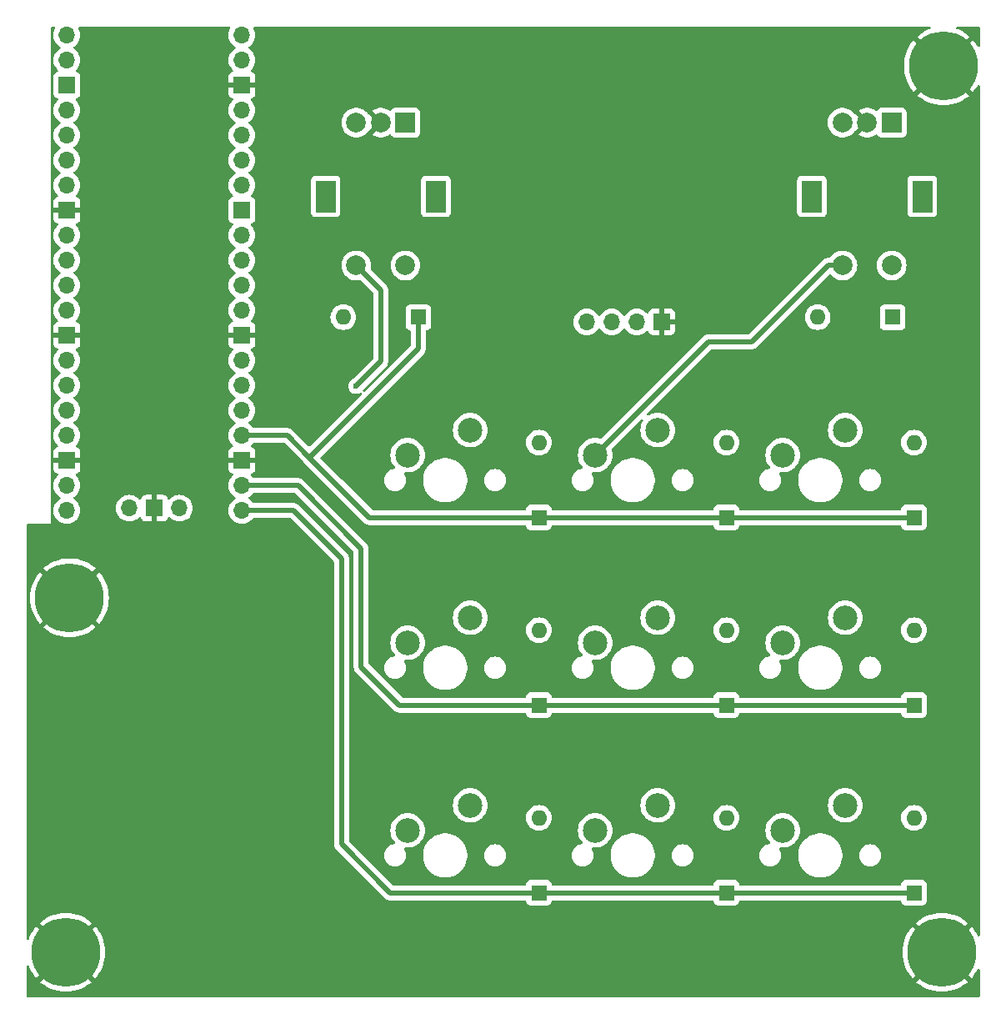
<source format=gbr>
%TF.GenerationSoftware,KiCad,Pcbnew,8.0.6*%
%TF.CreationDate,2025-04-30T12:18:25-07:00*%
%TF.ProjectId,Media_Macro_Controller,4d656469-615f-44d6-9163-726f5f436f6e,rev?*%
%TF.SameCoordinates,Original*%
%TF.FileFunction,Copper,L2,Bot*%
%TF.FilePolarity,Positive*%
%FSLAX46Y46*%
G04 Gerber Fmt 4.6, Leading zero omitted, Abs format (unit mm)*
G04 Created by KiCad (PCBNEW 8.0.6) date 2025-04-30 12:18:25*
%MOMM*%
%LPD*%
G01*
G04 APERTURE LIST*
%TA.AperFunction,ComponentPad*%
%ADD10O,1.700000X1.700000*%
%TD*%
%TA.AperFunction,ComponentPad*%
%ADD11R,1.700000X1.700000*%
%TD*%
%TA.AperFunction,ComponentPad*%
%ADD12C,2.500000*%
%TD*%
%TA.AperFunction,ComponentPad*%
%ADD13C,0.800000*%
%TD*%
%TA.AperFunction,ComponentPad*%
%ADD14C,7.000000*%
%TD*%
%TA.AperFunction,ComponentPad*%
%ADD15R,2.000000X2.000000*%
%TD*%
%TA.AperFunction,ComponentPad*%
%ADD16C,2.000000*%
%TD*%
%TA.AperFunction,ComponentPad*%
%ADD17R,2.000000X3.200000*%
%TD*%
%TA.AperFunction,ComponentPad*%
%ADD18R,1.600000X1.600000*%
%TD*%
%TA.AperFunction,ComponentPad*%
%ADD19O,1.600000X1.600000*%
%TD*%
%TA.AperFunction,ViaPad*%
%ADD20C,0.600000*%
%TD*%
%TA.AperFunction,Conductor*%
%ADD21C,0.500000*%
%TD*%
G04 APERTURE END LIST*
D10*
%TO.P,U2,1,GPIO0*%
%TO.N,/SW1_A*%
X141595000Y-24035000D03*
%TO.P,U2,2,GPIO1*%
%TO.N,/SW1_B*%
X141595000Y-26575000D03*
D11*
%TO.P,U2,3,GND*%
%TO.N,unconnected-(U2-GND-Pad3)*%
X141595000Y-29115000D03*
D10*
%TO.P,U2,4,GPIO2*%
%TO.N,/SW2_A*%
X141595000Y-31655000D03*
%TO.P,U2,5,GPIO3*%
%TO.N,/SW2_B*%
X141595000Y-34195000D03*
%TO.P,U2,6,GPIO4*%
%TO.N,unconnected-(U2-GPIO4-Pad6)*%
X141595000Y-36735000D03*
%TO.P,U2,7,GPIO5*%
%TO.N,unconnected-(U2-GPIO5-Pad7)_1*%
X141595000Y-39275000D03*
D11*
%TO.P,U2,8,GND*%
%TO.N,/GND*%
X141595000Y-41815000D03*
D10*
%TO.P,U2,9,GPIO6*%
%TO.N,unconnected-(U2-GPIO6-Pad9)*%
X141595000Y-44355000D03*
%TO.P,U2,10,GPIO7*%
%TO.N,unconnected-(U2-GPIO7-Pad10)*%
X141595000Y-46895000D03*
%TO.P,U2,11,GPIO8*%
%TO.N,unconnected-(U2-GPIO8-Pad11)_1*%
X141595000Y-49435000D03*
%TO.P,U2,12,GPIO9*%
%TO.N,unconnected-(U2-GPIO9-Pad12)_1*%
X141595000Y-51975000D03*
D11*
%TO.P,U2,13,GND*%
%TO.N,/GND*%
X141595000Y-54515000D03*
D10*
%TO.P,U2,14,GPIO10*%
%TO.N,unconnected-(U2-GPIO10-Pad14)_1*%
X141595000Y-57055000D03*
%TO.P,U2,15,GPIO11*%
%TO.N,unconnected-(U2-GPIO11-Pad15)_1*%
X141595000Y-59595000D03*
%TO.P,U2,16,GPIO12*%
%TO.N,unconnected-(U2-GPIO12-Pad16)*%
X141595000Y-62135000D03*
%TO.P,U2,17,GPIO13*%
%TO.N,unconnected-(U2-GPIO13-Pad17)_1*%
X141595000Y-64675000D03*
D11*
%TO.P,U2,18,GND*%
%TO.N,/GND*%
X141595000Y-67215000D03*
D10*
%TO.P,U2,19,GPIO14*%
%TO.N,unconnected-(U2-GPIO14-Pad19)*%
X141595000Y-69755000D03*
%TO.P,U2,20,GPIO15*%
%TO.N,unconnected-(U2-GPIO15-Pad20)*%
X141595000Y-72295000D03*
%TO.P,U2,21,GPIO16*%
%TO.N,/Row 2*%
X159375000Y-72295000D03*
%TO.P,U2,22,GPIO17*%
%TO.N,/Row 1*%
X159375000Y-69755000D03*
D11*
%TO.P,U2,23,GND*%
%TO.N,/GND*%
X159375000Y-67215000D03*
D10*
%TO.P,U2,24,GPIO18*%
%TO.N,/Row 0*%
X159375000Y-64675000D03*
%TO.P,U2,25,GPIO19*%
%TO.N,unconnected-(U2-GPIO19-Pad25)_1*%
X159375000Y-62135000D03*
%TO.P,U2,26,GPIO20*%
%TO.N,/Column 0*%
X159375000Y-59595000D03*
%TO.P,U2,27,GPIO21*%
%TO.N,/Column 1*%
X159375000Y-57055000D03*
D11*
%TO.P,U2,28,GND*%
%TO.N,/GND*%
X159375000Y-54515000D03*
D10*
%TO.P,U2,29,GPIO22*%
%TO.N,/Column 2*%
X159375000Y-51975000D03*
%TO.P,U2,30,RUN*%
%TO.N,unconnected-(U2-RUN-Pad30)_1*%
X159375000Y-49435000D03*
%TO.P,U2,31,GPIO26_ADC0*%
%TO.N,/SDA*%
X159375000Y-46895000D03*
%TO.P,U2,32,GPIO27_ADC1*%
%TO.N,/SCL*%
X159375000Y-44355000D03*
D11*
%TO.P,U2,33,AGND*%
%TO.N,unconnected-(U2-AGND-Pad33)*%
X159375000Y-41815000D03*
D10*
%TO.P,U2,34,GPIO28_ADC2*%
%TO.N,unconnected-(U2-GPIO28_ADC2-Pad34)_1*%
X159375000Y-39275000D03*
%TO.P,U2,35,ADC_VREF*%
%TO.N,unconnected-(U2-ADC_VREF-Pad35)*%
X159375000Y-36735000D03*
%TO.P,U2,36,3V3*%
%TO.N,/OLED_VCC*%
X159375000Y-34195000D03*
%TO.P,U2,37,3V3_EN*%
%TO.N,unconnected-(U2-3V3_EN-Pad37)_1*%
X159375000Y-31655000D03*
D11*
%TO.P,U2,38,GND*%
%TO.N,/GND*%
X159375000Y-29115000D03*
D10*
%TO.P,U2,39,VSYS*%
%TO.N,unconnected-(U2-VSYS-Pad39)*%
X159375000Y-26575000D03*
%TO.P,U2,40,VBUS*%
%TO.N,unconnected-(U2-VBUS-Pad40)_1*%
X159375000Y-24035000D03*
%TO.P,U2,41,SWCLK*%
%TO.N,unconnected-(U2-SWCLK-Pad41)*%
X147945000Y-72065000D03*
D11*
%TO.P,U2,42,GND*%
%TO.N,/GND*%
X150485000Y-72065000D03*
D10*
%TO.P,U2,43,SWDIO*%
%TO.N,unconnected-(U2-SWDIO-Pad43)_1*%
X153025000Y-72065000D03*
%TD*%
D12*
%TO.P,S3,1,1*%
%TO.N,/Column 2*%
X214312500Y-66675000D03*
%TO.P,S3,2,2*%
%TO.N,Net-(D3-A)*%
X220662500Y-64135000D03*
%TD*%
D13*
%TO.P,H3,1,1*%
%TO.N,/GND*%
X228003845Y-27165000D03*
X228772690Y-25308845D03*
X228772690Y-29021155D03*
X230628845Y-24540000D03*
D14*
X230628845Y-27165000D03*
D13*
X230628845Y-29790000D03*
X232485000Y-25308845D03*
X232485000Y-29021155D03*
X233253845Y-27165000D03*
%TD*%
D12*
%TO.P,S7,1,1*%
%TO.N,/Column 0*%
X176212500Y-104775000D03*
%TO.P,S7,2,2*%
%TO.N,Net-(D7-A)*%
X182562500Y-102235000D03*
%TD*%
%TO.P,S5,1,1*%
%TO.N,/Column 1*%
X195262500Y-85725000D03*
%TO.P,S5,2,2*%
%TO.N,Net-(D5-A)*%
X201612500Y-83185000D03*
%TD*%
D13*
%TO.P,H2,1,1*%
%TO.N,/GND*%
X138860000Y-117165000D03*
X139628845Y-115308845D03*
X139628845Y-119021155D03*
X141485000Y-114540000D03*
D14*
X141485000Y-117165000D03*
D13*
X141485000Y-119790000D03*
X143341155Y-115308845D03*
X143341155Y-119021155D03*
X144110000Y-117165000D03*
%TD*%
D12*
%TO.P,S8,1,1*%
%TO.N,/Column 1*%
X195262500Y-104775000D03*
%TO.P,S8,2,2*%
%TO.N,Net-(D8-A)*%
X201612500Y-102235000D03*
%TD*%
%TO.P,S4,1,1*%
%TO.N,/Column 0*%
X176212500Y-85725000D03*
%TO.P,S4,2,2*%
%TO.N,Net-(D4-A)*%
X182562500Y-83185000D03*
%TD*%
D15*
%TO.P,SW1,A,A*%
%TO.N,/SW1_A*%
X175985000Y-32915000D03*
D16*
%TO.P,SW1,B,B*%
%TO.N,/SW1_B*%
X170985000Y-32915000D03*
%TO.P,SW1,C,C*%
%TO.N,/GND*%
X173485000Y-32915000D03*
D17*
%TO.P,SW1,MP*%
%TO.N,N/C*%
X179085000Y-40415000D03*
X167885000Y-40415000D03*
D16*
%TO.P,SW1,S1,S1*%
%TO.N,/Column 0*%
X170985000Y-47415000D03*
%TO.P,SW1,S2,S2*%
%TO.N,Net-(D11-A)*%
X175985000Y-47415000D03*
%TD*%
D12*
%TO.P,S6,1,1*%
%TO.N,/Column 2*%
X214312500Y-85725000D03*
%TO.P,S6,2,2*%
%TO.N,Net-(D6-A)*%
X220662500Y-83185000D03*
%TD*%
D18*
%TO.P,D10,1,K*%
%TO.N,/Row 1*%
X225485000Y-52665000D03*
D19*
%TO.P,D10,2,A*%
%TO.N,Net-(D10-A)*%
X217865000Y-52665000D03*
%TD*%
D11*
%TO.P,J1,1,GND*%
%TO.N,/GND*%
X202025000Y-53165000D03*
D10*
%TO.P,J1,2,VCC*%
%TO.N,/OLED_VCC*%
X199485000Y-53165000D03*
%TO.P,J1,3,SCL*%
%TO.N,/SCL*%
X196945000Y-53165000D03*
%TO.P,J1,4,SDA*%
%TO.N,/SDA*%
X194405000Y-53165000D03*
%TD*%
D13*
%TO.P,H4,1,1*%
%TO.N,/GND*%
X227860000Y-117165000D03*
X228628845Y-115308845D03*
X228628845Y-119021155D03*
X230485000Y-114540000D03*
D14*
X230485000Y-117165000D03*
D13*
X230485000Y-119790000D03*
X232341155Y-115308845D03*
X232341155Y-119021155D03*
X233110000Y-117165000D03*
%TD*%
D12*
%TO.P,S1,1,1*%
%TO.N,/Column 0*%
X176212500Y-66675000D03*
%TO.P,S1,2,2*%
%TO.N,Net-(D2-A)*%
X182562500Y-64135000D03*
%TD*%
%TO.P,S2,1,1*%
%TO.N,/Column 1*%
X195262500Y-66675000D03*
%TO.P,S2,2,2*%
%TO.N,Net-(D1-A)*%
X201612500Y-64135000D03*
%TD*%
%TO.P,S9,1,1*%
%TO.N,/Column 2*%
X214312500Y-104775000D03*
%TO.P,S9,2,2*%
%TO.N,Net-(D9-A)*%
X220662500Y-102235000D03*
%TD*%
D18*
%TO.P,D11,1,K*%
%TO.N,/Row 0*%
X177295000Y-52665000D03*
D19*
%TO.P,D11,2,A*%
%TO.N,Net-(D11-A)*%
X169675000Y-52665000D03*
%TD*%
D15*
%TO.P,SW2,A,A*%
%TO.N,/SW2_A*%
X225385000Y-32915000D03*
D16*
%TO.P,SW2,B,B*%
%TO.N,/SW2_B*%
X220385000Y-32915000D03*
%TO.P,SW2,C,C*%
%TO.N,/GND*%
X222885000Y-32915000D03*
D17*
%TO.P,SW2,MP*%
%TO.N,N/C*%
X228485000Y-40415000D03*
X217285000Y-40415000D03*
D16*
%TO.P,SW2,S1,S1*%
%TO.N,/Column 1*%
X220385000Y-47415000D03*
%TO.P,SW2,S2,S2*%
%TO.N,Net-(D10-A)*%
X225385000Y-47415000D03*
%TD*%
D13*
%TO.P,H1,1,1*%
%TO.N,/GND*%
X139235000Y-81165000D03*
X140003845Y-79308845D03*
X140003845Y-83021155D03*
X141860000Y-78540000D03*
D14*
X141860000Y-81165000D03*
D13*
X141860000Y-83790000D03*
X143716155Y-79308845D03*
X143716155Y-83021155D03*
X144485000Y-81165000D03*
%TD*%
D18*
%TO.P,D1,1,K*%
%TO.N,/Row 0*%
X208597500Y-73025000D03*
D19*
%TO.P,D1,2,A*%
%TO.N,Net-(D1-A)*%
X208597500Y-65405000D03*
%TD*%
D18*
%TO.P,D4,1,K*%
%TO.N,/Row 1*%
X189547500Y-92075000D03*
D19*
%TO.P,D4,2,A*%
%TO.N,Net-(D4-A)*%
X189547500Y-84455000D03*
%TD*%
D18*
%TO.P,D7,1,K*%
%TO.N,/Row 2*%
X189547500Y-111125000D03*
D19*
%TO.P,D7,2,A*%
%TO.N,Net-(D7-A)*%
X189547500Y-103505000D03*
%TD*%
D18*
%TO.P,D8,1,K*%
%TO.N,/Row 2*%
X208597500Y-111125000D03*
D19*
%TO.P,D8,2,A*%
%TO.N,Net-(D8-A)*%
X208597500Y-103505000D03*
%TD*%
D18*
%TO.P,D5,1,K*%
%TO.N,/Row 1*%
X208597500Y-92075000D03*
D19*
%TO.P,D5,2,A*%
%TO.N,Net-(D5-A)*%
X208597500Y-84455000D03*
%TD*%
D18*
%TO.P,D2,1,K*%
%TO.N,/Row 0*%
X189547500Y-73025000D03*
D19*
%TO.P,D2,2,A*%
%TO.N,Net-(D2-A)*%
X189547500Y-65405000D03*
%TD*%
D18*
%TO.P,D9,1,K*%
%TO.N,/Row 2*%
X227647500Y-111125000D03*
D19*
%TO.P,D9,2,A*%
%TO.N,Net-(D9-A)*%
X227647500Y-103505000D03*
%TD*%
D18*
%TO.P,D6,1,K*%
%TO.N,/Row 1*%
X227647500Y-92075000D03*
D19*
%TO.P,D6,2,A*%
%TO.N,Net-(D6-A)*%
X227647500Y-84455000D03*
%TD*%
D18*
%TO.P,D3,1,K*%
%TO.N,/Row 0*%
X227647500Y-73025000D03*
D19*
%TO.P,D3,2,A*%
%TO.N,Net-(D3-A)*%
X227647500Y-65405000D03*
%TD*%
D20*
%TO.N,/GND*%
X232029000Y-57480200D03*
X232511600Y-84683600D03*
X173329600Y-46863000D03*
X163830000Y-29133800D03*
X163626800Y-26644600D03*
X170637200Y-30149800D03*
X178435000Y-113665000D03*
X203835000Y-113665000D03*
X222885000Y-113665000D03*
X229235000Y-100965000D03*
X210185000Y-94615000D03*
X191135000Y-100965000D03*
X203835000Y-75565000D03*
X210185000Y-81915000D03*
X153035000Y-37465000D03*
X146685000Y-50165000D03*
X153035000Y-62865000D03*
X165735000Y-62865000D03*
X184785000Y-50165000D03*
X165735000Y-50165000D03*
X222885000Y-56515000D03*
X229235000Y-50165000D03*
X178435000Y-24765000D03*
X203835000Y-24765000D03*
X203835000Y-43815000D03*
X146685000Y-107315000D03*
X165735000Y-107315000D03*
X165735000Y-88265000D03*
X153035000Y-81915000D03*
%TO.N,/Column 0*%
X170985000Y-59665000D03*
%TD*%
D21*
%TO.N,/Row 0*%
X189547500Y-73025000D02*
X172345000Y-73025000D01*
X166235000Y-66915000D02*
X163995000Y-64675000D01*
X177295000Y-52665000D02*
X177295000Y-55855000D01*
X208597500Y-73025000D02*
X189547500Y-73025000D01*
X177295000Y-55855000D02*
X166235000Y-66915000D01*
X163995000Y-64675000D02*
X159375000Y-64675000D01*
X227647500Y-73025000D02*
X208597500Y-73025000D01*
X172345000Y-73025000D02*
X166235000Y-66915000D01*
%TO.N,/Row 1*%
X189547500Y-92075000D02*
X175395000Y-92075000D01*
X171485000Y-76165000D02*
X165075000Y-69755000D01*
X165075000Y-69755000D02*
X159375000Y-69755000D01*
X171485000Y-88165000D02*
X171485000Y-76165000D01*
X175395000Y-92075000D02*
X171485000Y-88165000D01*
X227647500Y-92075000D02*
X208597500Y-92075000D01*
X208597500Y-92075000D02*
X189547500Y-92075000D01*
%TO.N,/Column 0*%
X170985000Y-47415000D02*
X173485000Y-49915000D01*
X173485000Y-49915000D02*
X173485000Y-57165000D01*
X173485000Y-57165000D02*
X170985000Y-59665000D01*
%TO.N,/Column 1*%
X218935000Y-47415000D02*
X211185000Y-55165000D01*
X220385000Y-47415000D02*
X218935000Y-47415000D01*
X211185000Y-55165000D02*
X206772500Y-55165000D01*
X206772500Y-55165000D02*
X195262500Y-66675000D01*
%TO.N,/Row 2*%
X174445000Y-111125000D02*
X169485000Y-106165000D01*
X227647500Y-111125000D02*
X208597500Y-111125000D01*
X169485000Y-77165000D02*
X164615000Y-72295000D01*
X208597500Y-111125000D02*
X189547500Y-111125000D01*
X164615000Y-72295000D02*
X159375000Y-72295000D01*
X169485000Y-106165000D02*
X169485000Y-77165000D01*
X189547500Y-111125000D02*
X174445000Y-111125000D01*
%TD*%
%TA.AperFunction,Conductor*%
%TO.N,/GND*%
G36*
X140384012Y-23185185D02*
G01*
X140429767Y-23237989D01*
X140439711Y-23307147D01*
X140422117Y-23351586D01*
X140423671Y-23352484D01*
X140420964Y-23357171D01*
X140321098Y-23571335D01*
X140321094Y-23571344D01*
X140259938Y-23799586D01*
X140259936Y-23799596D01*
X140239341Y-24034999D01*
X140239341Y-24035000D01*
X140259936Y-24270403D01*
X140259938Y-24270413D01*
X140321094Y-24498655D01*
X140321096Y-24498659D01*
X140321097Y-24498663D01*
X140420965Y-24712830D01*
X140420967Y-24712834D01*
X140556501Y-24906395D01*
X140556506Y-24906402D01*
X140723597Y-25073493D01*
X140723603Y-25073498D01*
X140909158Y-25203425D01*
X140952783Y-25258002D01*
X140959977Y-25327500D01*
X140928454Y-25389855D01*
X140909158Y-25406575D01*
X140723597Y-25536505D01*
X140556505Y-25703597D01*
X140420965Y-25897169D01*
X140420964Y-25897171D01*
X140321098Y-26111335D01*
X140321094Y-26111344D01*
X140259938Y-26339586D01*
X140259936Y-26339596D01*
X140239341Y-26574999D01*
X140239341Y-26575000D01*
X140259936Y-26810403D01*
X140259938Y-26810413D01*
X140321094Y-27038655D01*
X140321096Y-27038659D01*
X140321097Y-27038663D01*
X140326523Y-27050299D01*
X140420965Y-27252830D01*
X140420967Y-27252834D01*
X140439780Y-27279701D01*
X140556501Y-27446396D01*
X140556506Y-27446402D01*
X140678430Y-27568326D01*
X140711915Y-27629649D01*
X140706931Y-27699341D01*
X140665059Y-27755274D01*
X140634083Y-27772189D01*
X140502669Y-27821203D01*
X140502664Y-27821206D01*
X140387455Y-27907452D01*
X140387452Y-27907455D01*
X140301206Y-28022664D01*
X140301202Y-28022671D01*
X140250908Y-28157517D01*
X140244501Y-28217116D01*
X140244501Y-28217123D01*
X140244500Y-28217135D01*
X140244500Y-30012870D01*
X140244501Y-30012876D01*
X140250908Y-30072483D01*
X140301202Y-30207328D01*
X140301206Y-30207335D01*
X140387452Y-30322544D01*
X140387455Y-30322547D01*
X140502664Y-30408793D01*
X140502671Y-30408797D01*
X140634081Y-30457810D01*
X140690015Y-30499681D01*
X140714432Y-30565145D01*
X140699580Y-30633418D01*
X140678430Y-30661673D01*
X140556503Y-30783600D01*
X140420965Y-30977169D01*
X140420964Y-30977171D01*
X140321098Y-31191335D01*
X140321094Y-31191344D01*
X140259938Y-31419586D01*
X140259936Y-31419596D01*
X140239341Y-31654999D01*
X140239341Y-31655000D01*
X140259936Y-31890403D01*
X140259938Y-31890413D01*
X140321094Y-32118655D01*
X140321096Y-32118659D01*
X140321097Y-32118663D01*
X140358276Y-32198393D01*
X140420965Y-32332830D01*
X140420967Y-32332834D01*
X140556501Y-32526395D01*
X140556506Y-32526402D01*
X140723597Y-32693493D01*
X140723603Y-32693498D01*
X140909158Y-32823425D01*
X140952783Y-32878002D01*
X140959977Y-32947500D01*
X140928454Y-33009855D01*
X140909158Y-33026575D01*
X140723597Y-33156505D01*
X140556505Y-33323597D01*
X140420965Y-33517169D01*
X140420964Y-33517171D01*
X140321098Y-33731335D01*
X140321094Y-33731344D01*
X140259938Y-33959586D01*
X140259936Y-33959596D01*
X140239341Y-34194999D01*
X140239341Y-34195000D01*
X140259936Y-34430403D01*
X140259938Y-34430413D01*
X140321094Y-34658655D01*
X140321096Y-34658659D01*
X140321097Y-34658663D01*
X140420965Y-34872830D01*
X140420967Y-34872834D01*
X140556501Y-35066395D01*
X140556506Y-35066402D01*
X140723597Y-35233493D01*
X140723603Y-35233498D01*
X140909158Y-35363425D01*
X140952783Y-35418002D01*
X140959977Y-35487500D01*
X140928454Y-35549855D01*
X140909158Y-35566575D01*
X140723597Y-35696505D01*
X140556505Y-35863597D01*
X140420965Y-36057169D01*
X140420964Y-36057171D01*
X140321098Y-36271335D01*
X140321094Y-36271344D01*
X140259938Y-36499586D01*
X140259936Y-36499596D01*
X140239341Y-36734999D01*
X140239341Y-36735000D01*
X140259936Y-36970403D01*
X140259938Y-36970413D01*
X140321094Y-37198655D01*
X140321096Y-37198659D01*
X140321097Y-37198663D01*
X140420965Y-37412830D01*
X140420967Y-37412834D01*
X140556501Y-37606395D01*
X140556506Y-37606402D01*
X140723597Y-37773493D01*
X140723603Y-37773498D01*
X140909158Y-37903425D01*
X140952783Y-37958002D01*
X140959977Y-38027500D01*
X140928454Y-38089855D01*
X140909158Y-38106575D01*
X140723597Y-38236505D01*
X140556505Y-38403597D01*
X140420965Y-38597169D01*
X140420964Y-38597171D01*
X140321098Y-38811335D01*
X140321094Y-38811344D01*
X140259938Y-39039586D01*
X140259936Y-39039596D01*
X140239341Y-39274999D01*
X140239341Y-39275000D01*
X140259936Y-39510403D01*
X140259938Y-39510413D01*
X140321094Y-39738655D01*
X140321096Y-39738659D01*
X140321097Y-39738663D01*
X140420965Y-39952830D01*
X140420967Y-39952834D01*
X140529281Y-40107521D01*
X140556501Y-40146396D01*
X140556506Y-40146402D01*
X140678818Y-40268714D01*
X140712303Y-40330037D01*
X140707319Y-40399729D01*
X140665447Y-40455662D01*
X140634471Y-40472577D01*
X140502912Y-40521646D01*
X140502906Y-40521649D01*
X140387812Y-40607809D01*
X140387809Y-40607812D01*
X140301649Y-40722906D01*
X140301645Y-40722913D01*
X140251403Y-40857620D01*
X140251401Y-40857627D01*
X140245000Y-40917155D01*
X140245000Y-41565000D01*
X141150440Y-41565000D01*
X141119755Y-41618147D01*
X141085000Y-41747857D01*
X141085000Y-41882143D01*
X141119755Y-42011853D01*
X141150440Y-42065000D01*
X140245000Y-42065000D01*
X140245000Y-42712844D01*
X140251401Y-42772372D01*
X140251403Y-42772379D01*
X140301645Y-42907086D01*
X140301649Y-42907093D01*
X140387809Y-43022187D01*
X140387812Y-43022190D01*
X140502906Y-43108350D01*
X140502913Y-43108354D01*
X140634470Y-43157421D01*
X140690403Y-43199292D01*
X140714821Y-43264756D01*
X140699970Y-43333029D01*
X140678819Y-43361284D01*
X140556503Y-43483600D01*
X140420965Y-43677169D01*
X140420964Y-43677171D01*
X140321098Y-43891335D01*
X140321094Y-43891344D01*
X140259938Y-44119586D01*
X140259936Y-44119596D01*
X140239341Y-44354999D01*
X140239341Y-44355000D01*
X140259936Y-44590403D01*
X140259938Y-44590413D01*
X140321094Y-44818655D01*
X140321096Y-44818659D01*
X140321097Y-44818663D01*
X140420965Y-45032830D01*
X140420967Y-45032834D01*
X140556501Y-45226395D01*
X140556506Y-45226402D01*
X140723597Y-45393493D01*
X140723603Y-45393498D01*
X140909158Y-45523425D01*
X140952783Y-45578002D01*
X140959977Y-45647500D01*
X140928454Y-45709855D01*
X140909158Y-45726575D01*
X140723597Y-45856505D01*
X140556505Y-46023597D01*
X140420965Y-46217169D01*
X140420964Y-46217171D01*
X140321098Y-46431335D01*
X140321094Y-46431344D01*
X140259938Y-46659586D01*
X140259936Y-46659596D01*
X140239341Y-46894999D01*
X140239341Y-46895000D01*
X140259936Y-47130403D01*
X140259938Y-47130413D01*
X140321094Y-47358655D01*
X140321096Y-47358659D01*
X140321097Y-47358663D01*
X140347370Y-47415005D01*
X140420965Y-47572830D01*
X140420967Y-47572834D01*
X140556501Y-47766395D01*
X140556506Y-47766402D01*
X140723597Y-47933493D01*
X140723603Y-47933498D01*
X140909158Y-48063425D01*
X140952783Y-48118002D01*
X140959977Y-48187500D01*
X140928454Y-48249855D01*
X140909158Y-48266575D01*
X140723597Y-48396505D01*
X140556505Y-48563597D01*
X140420965Y-48757169D01*
X140420964Y-48757171D01*
X140321098Y-48971335D01*
X140321094Y-48971344D01*
X140259938Y-49199586D01*
X140259936Y-49199596D01*
X140239341Y-49434999D01*
X140239341Y-49435000D01*
X140259936Y-49670403D01*
X140259938Y-49670413D01*
X140321094Y-49898655D01*
X140321096Y-49898659D01*
X140321097Y-49898663D01*
X140420965Y-50112830D01*
X140420967Y-50112834D01*
X140556501Y-50306395D01*
X140556506Y-50306402D01*
X140723597Y-50473493D01*
X140723603Y-50473498D01*
X140909158Y-50603425D01*
X140952783Y-50658002D01*
X140959977Y-50727500D01*
X140928454Y-50789855D01*
X140909158Y-50806575D01*
X140723597Y-50936505D01*
X140556505Y-51103597D01*
X140420965Y-51297169D01*
X140420964Y-51297171D01*
X140321098Y-51511335D01*
X140321094Y-51511344D01*
X140259938Y-51739586D01*
X140259936Y-51739596D01*
X140239341Y-51974999D01*
X140239341Y-51975000D01*
X140259936Y-52210403D01*
X140259938Y-52210413D01*
X140321094Y-52438655D01*
X140321096Y-52438659D01*
X140321097Y-52438663D01*
X140343716Y-52487169D01*
X140420965Y-52652830D01*
X140420967Y-52652834D01*
X140499438Y-52764901D01*
X140556501Y-52846396D01*
X140556506Y-52846402D01*
X140678818Y-52968714D01*
X140712303Y-53030037D01*
X140707319Y-53099729D01*
X140665447Y-53155662D01*
X140634471Y-53172577D01*
X140502912Y-53221646D01*
X140502906Y-53221649D01*
X140387812Y-53307809D01*
X140387809Y-53307812D01*
X140301649Y-53422906D01*
X140301645Y-53422913D01*
X140251403Y-53557620D01*
X140251401Y-53557627D01*
X140245000Y-53617155D01*
X140245000Y-54265000D01*
X141150440Y-54265000D01*
X141119755Y-54318147D01*
X141085000Y-54447857D01*
X141085000Y-54582143D01*
X141119755Y-54711853D01*
X141150440Y-54765000D01*
X140245000Y-54765000D01*
X140245000Y-55412844D01*
X140251401Y-55472372D01*
X140251403Y-55472379D01*
X140301645Y-55607086D01*
X140301649Y-55607093D01*
X140387809Y-55722187D01*
X140387812Y-55722190D01*
X140502906Y-55808350D01*
X140502913Y-55808354D01*
X140634470Y-55857421D01*
X140690403Y-55899292D01*
X140714821Y-55964756D01*
X140699970Y-56033029D01*
X140678819Y-56061284D01*
X140556503Y-56183600D01*
X140420965Y-56377169D01*
X140420964Y-56377171D01*
X140321098Y-56591335D01*
X140321094Y-56591344D01*
X140259938Y-56819586D01*
X140259936Y-56819596D01*
X140239341Y-57054999D01*
X140239341Y-57055000D01*
X140259936Y-57290403D01*
X140259938Y-57290413D01*
X140321094Y-57518655D01*
X140321096Y-57518659D01*
X140321097Y-57518663D01*
X140379273Y-57643421D01*
X140420965Y-57732830D01*
X140420967Y-57732834D01*
X140556501Y-57926395D01*
X140556506Y-57926402D01*
X140723597Y-58093493D01*
X140723603Y-58093498D01*
X140909158Y-58223425D01*
X140952783Y-58278002D01*
X140959977Y-58347500D01*
X140928454Y-58409855D01*
X140909158Y-58426575D01*
X140723597Y-58556505D01*
X140556505Y-58723597D01*
X140420965Y-58917169D01*
X140420964Y-58917171D01*
X140321098Y-59131335D01*
X140321094Y-59131344D01*
X140259938Y-59359586D01*
X140259936Y-59359596D01*
X140239341Y-59594999D01*
X140239341Y-59595000D01*
X140259936Y-59830403D01*
X140259938Y-59830413D01*
X140321094Y-60058655D01*
X140321096Y-60058659D01*
X140321097Y-60058663D01*
X140321833Y-60060241D01*
X140420965Y-60272830D01*
X140420967Y-60272834D01*
X140556501Y-60466395D01*
X140556506Y-60466402D01*
X140723597Y-60633493D01*
X140723603Y-60633498D01*
X140909158Y-60763425D01*
X140952783Y-60818002D01*
X140959977Y-60887500D01*
X140928454Y-60949855D01*
X140909158Y-60966575D01*
X140723597Y-61096505D01*
X140556505Y-61263597D01*
X140420965Y-61457169D01*
X140420964Y-61457171D01*
X140321098Y-61671335D01*
X140321094Y-61671344D01*
X140259938Y-61899586D01*
X140259936Y-61899596D01*
X140239341Y-62134999D01*
X140239341Y-62135000D01*
X140259936Y-62370403D01*
X140259938Y-62370413D01*
X140321094Y-62598655D01*
X140321096Y-62598659D01*
X140321097Y-62598663D01*
X140328607Y-62614768D01*
X140420965Y-62812830D01*
X140420967Y-62812834D01*
X140556501Y-63006395D01*
X140556506Y-63006402D01*
X140723597Y-63173493D01*
X140723603Y-63173498D01*
X140909158Y-63303425D01*
X140952783Y-63358002D01*
X140959977Y-63427500D01*
X140928454Y-63489855D01*
X140909158Y-63506575D01*
X140723597Y-63636505D01*
X140556505Y-63803597D01*
X140420965Y-63997169D01*
X140420964Y-63997171D01*
X140321098Y-64211335D01*
X140321094Y-64211344D01*
X140259938Y-64439586D01*
X140259936Y-64439596D01*
X140239341Y-64674999D01*
X140239341Y-64675000D01*
X140259936Y-64910403D01*
X140259938Y-64910413D01*
X140321094Y-65138655D01*
X140321096Y-65138659D01*
X140321097Y-65138663D01*
X140397527Y-65302567D01*
X140420965Y-65352830D01*
X140420967Y-65352834D01*
X140497280Y-65461819D01*
X140556501Y-65546396D01*
X140556506Y-65546402D01*
X140678818Y-65668714D01*
X140712303Y-65730037D01*
X140707319Y-65799729D01*
X140665447Y-65855662D01*
X140634471Y-65872577D01*
X140502912Y-65921646D01*
X140502906Y-65921649D01*
X140387812Y-66007809D01*
X140387809Y-66007812D01*
X140301649Y-66122906D01*
X140301645Y-66122913D01*
X140251403Y-66257620D01*
X140251401Y-66257627D01*
X140245000Y-66317155D01*
X140245000Y-66965000D01*
X141150440Y-66965000D01*
X141119755Y-67018147D01*
X141085000Y-67147857D01*
X141085000Y-67282143D01*
X141119755Y-67411853D01*
X141150440Y-67465000D01*
X140245000Y-67465000D01*
X140245000Y-68112844D01*
X140251401Y-68172372D01*
X140251403Y-68172379D01*
X140301645Y-68307086D01*
X140301649Y-68307093D01*
X140387809Y-68422187D01*
X140387812Y-68422190D01*
X140502906Y-68508350D01*
X140502913Y-68508354D01*
X140634470Y-68557421D01*
X140690403Y-68599292D01*
X140714821Y-68664756D01*
X140699970Y-68733029D01*
X140678819Y-68761284D01*
X140556503Y-68883600D01*
X140420965Y-69077169D01*
X140420964Y-69077171D01*
X140321098Y-69291335D01*
X140321094Y-69291344D01*
X140259938Y-69519586D01*
X140259936Y-69519596D01*
X140239341Y-69754999D01*
X140239341Y-69755000D01*
X140259936Y-69990403D01*
X140259938Y-69990413D01*
X140321094Y-70218655D01*
X140321096Y-70218659D01*
X140321097Y-70218663D01*
X140377911Y-70340500D01*
X140420965Y-70432830D01*
X140420967Y-70432834D01*
X140556501Y-70626395D01*
X140556506Y-70626402D01*
X140723597Y-70793493D01*
X140723603Y-70793498D01*
X140909158Y-70923425D01*
X140952783Y-70978002D01*
X140959977Y-71047500D01*
X140928454Y-71109855D01*
X140909158Y-71126575D01*
X140723597Y-71256505D01*
X140556505Y-71423597D01*
X140420965Y-71617169D01*
X140420964Y-71617171D01*
X140321098Y-71831335D01*
X140321094Y-71831344D01*
X140259938Y-72059586D01*
X140259936Y-72059596D01*
X140239341Y-72294999D01*
X140239341Y-72295000D01*
X140259936Y-72530403D01*
X140259938Y-72530413D01*
X140321094Y-72758655D01*
X140321096Y-72758659D01*
X140321097Y-72758663D01*
X140403975Y-72936395D01*
X140420965Y-72972830D01*
X140420967Y-72972834D01*
X140497280Y-73081819D01*
X140556505Y-73166401D01*
X140723599Y-73333495D01*
X140818665Y-73400061D01*
X140917165Y-73469032D01*
X140917167Y-73469033D01*
X140917170Y-73469035D01*
X141131337Y-73568903D01*
X141359592Y-73630063D01*
X141547918Y-73646539D01*
X141594999Y-73650659D01*
X141595000Y-73650659D01*
X141595001Y-73650659D01*
X141634234Y-73647226D01*
X141830408Y-73630063D01*
X142058663Y-73568903D01*
X142272830Y-73469035D01*
X142466401Y-73333495D01*
X142633495Y-73166401D01*
X142769035Y-72972830D01*
X142868903Y-72758663D01*
X142930063Y-72530408D01*
X142950659Y-72295000D01*
X142930536Y-72064999D01*
X146589341Y-72064999D01*
X146589341Y-72065000D01*
X146609936Y-72300403D01*
X146609938Y-72300413D01*
X146671094Y-72528655D01*
X146671096Y-72528659D01*
X146671097Y-72528663D01*
X146770965Y-72742830D01*
X146770967Y-72742834D01*
X146879281Y-72897521D01*
X146906505Y-72936401D01*
X147073599Y-73103495D01*
X147150135Y-73157086D01*
X147267165Y-73239032D01*
X147267167Y-73239033D01*
X147267170Y-73239035D01*
X147481337Y-73338903D01*
X147709592Y-73400063D01*
X147880319Y-73415000D01*
X147944999Y-73420659D01*
X147945000Y-73420659D01*
X147945001Y-73420659D01*
X148009681Y-73415000D01*
X148180408Y-73400063D01*
X148408663Y-73338903D01*
X148622830Y-73239035D01*
X148816401Y-73103495D01*
X148938717Y-72981178D01*
X149000036Y-72947696D01*
X149069728Y-72952680D01*
X149125662Y-72994551D01*
X149142577Y-73025528D01*
X149191646Y-73157088D01*
X149191649Y-73157093D01*
X149277809Y-73272187D01*
X149277812Y-73272190D01*
X149392906Y-73358350D01*
X149392913Y-73358354D01*
X149527620Y-73408596D01*
X149527627Y-73408598D01*
X149587155Y-73414999D01*
X149587172Y-73415000D01*
X150235000Y-73415000D01*
X150235000Y-72509560D01*
X150288147Y-72540245D01*
X150417857Y-72575000D01*
X150552143Y-72575000D01*
X150681853Y-72540245D01*
X150735000Y-72509560D01*
X150735000Y-73415000D01*
X151382828Y-73415000D01*
X151382844Y-73414999D01*
X151442372Y-73408598D01*
X151442379Y-73408596D01*
X151577086Y-73358354D01*
X151577093Y-73358350D01*
X151692187Y-73272190D01*
X151692190Y-73272187D01*
X151778350Y-73157093D01*
X151778354Y-73157086D01*
X151827422Y-73025529D01*
X151869293Y-72969595D01*
X151934757Y-72945178D01*
X152003030Y-72960030D01*
X152031285Y-72981181D01*
X152153599Y-73103495D01*
X152230135Y-73157086D01*
X152347165Y-73239032D01*
X152347167Y-73239033D01*
X152347170Y-73239035D01*
X152561337Y-73338903D01*
X152789592Y-73400063D01*
X152960319Y-73415000D01*
X153024999Y-73420659D01*
X153025000Y-73420659D01*
X153025001Y-73420659D01*
X153089681Y-73415000D01*
X153260408Y-73400063D01*
X153488663Y-73338903D01*
X153702830Y-73239035D01*
X153896401Y-73103495D01*
X154063495Y-72936401D01*
X154199035Y-72742830D01*
X154298903Y-72528663D01*
X154360063Y-72300408D01*
X154380659Y-72065000D01*
X154360063Y-71829592D01*
X154298903Y-71601337D01*
X154199035Y-71387171D01*
X154173456Y-71350639D01*
X154063494Y-71193597D01*
X153896402Y-71026506D01*
X153896395Y-71026501D01*
X153894251Y-71025000D01*
X153819854Y-70972906D01*
X153702834Y-70890967D01*
X153702830Y-70890965D01*
X153631727Y-70857809D01*
X153488663Y-70791097D01*
X153488659Y-70791096D01*
X153488655Y-70791094D01*
X153260413Y-70729938D01*
X153260403Y-70729936D01*
X153025001Y-70709341D01*
X153024999Y-70709341D01*
X152789596Y-70729936D01*
X152789586Y-70729938D01*
X152561344Y-70791094D01*
X152561335Y-70791098D01*
X152347171Y-70890964D01*
X152347169Y-70890965D01*
X152153600Y-71026503D01*
X152031284Y-71148819D01*
X151969961Y-71182303D01*
X151900269Y-71177319D01*
X151844336Y-71135447D01*
X151827421Y-71104470D01*
X151778354Y-70972913D01*
X151778350Y-70972906D01*
X151692190Y-70857812D01*
X151692187Y-70857809D01*
X151577093Y-70771649D01*
X151577086Y-70771645D01*
X151442379Y-70721403D01*
X151442372Y-70721401D01*
X151382844Y-70715000D01*
X150735000Y-70715000D01*
X150735000Y-71620439D01*
X150681853Y-71589755D01*
X150552143Y-71555000D01*
X150417857Y-71555000D01*
X150288147Y-71589755D01*
X150235000Y-71620439D01*
X150235000Y-70715000D01*
X149587155Y-70715000D01*
X149527627Y-70721401D01*
X149527620Y-70721403D01*
X149392913Y-70771645D01*
X149392906Y-70771649D01*
X149277812Y-70857809D01*
X149277809Y-70857812D01*
X149191649Y-70972906D01*
X149191645Y-70972913D01*
X149142578Y-71104470D01*
X149100707Y-71160404D01*
X149035242Y-71184821D01*
X148966969Y-71169969D01*
X148938715Y-71148819D01*
X148880134Y-71090238D01*
X148816401Y-71026505D01*
X148816397Y-71026502D01*
X148816396Y-71026501D01*
X148622834Y-70890967D01*
X148622830Y-70890965D01*
X148551727Y-70857809D01*
X148408663Y-70791097D01*
X148408659Y-70791096D01*
X148408655Y-70791094D01*
X148180413Y-70729938D01*
X148180403Y-70729936D01*
X147945001Y-70709341D01*
X147944999Y-70709341D01*
X147709596Y-70729936D01*
X147709586Y-70729938D01*
X147481344Y-70791094D01*
X147481335Y-70791098D01*
X147267171Y-70890964D01*
X147267169Y-70890965D01*
X147073597Y-71026505D01*
X146906505Y-71193597D01*
X146770965Y-71387169D01*
X146770964Y-71387171D01*
X146671098Y-71601335D01*
X146671094Y-71601344D01*
X146609938Y-71829586D01*
X146609936Y-71829596D01*
X146589341Y-72064999D01*
X142930536Y-72064999D01*
X142930063Y-72059592D01*
X142868903Y-71831337D01*
X142769035Y-71617171D01*
X142749839Y-71589755D01*
X142633494Y-71423597D01*
X142466402Y-71256506D01*
X142466396Y-71256501D01*
X142280842Y-71126575D01*
X142237217Y-71071998D01*
X142230023Y-71002500D01*
X142261546Y-70940145D01*
X142280842Y-70923425D01*
X142327197Y-70890967D01*
X142466401Y-70793495D01*
X142633495Y-70626401D01*
X142769035Y-70432830D01*
X142868903Y-70218663D01*
X142930063Y-69990408D01*
X142950659Y-69755000D01*
X142930063Y-69519592D01*
X142868903Y-69291337D01*
X142769035Y-69077171D01*
X142762263Y-69067500D01*
X142633496Y-68883600D01*
X142633495Y-68883599D01*
X142511179Y-68761283D01*
X142477696Y-68699963D01*
X142482680Y-68630271D01*
X142524551Y-68574337D01*
X142555529Y-68557422D01*
X142687086Y-68508354D01*
X142687093Y-68508350D01*
X142802187Y-68422190D01*
X142802190Y-68422187D01*
X142888350Y-68307093D01*
X142888354Y-68307086D01*
X142938596Y-68172379D01*
X142938598Y-68172372D01*
X142944999Y-68112844D01*
X142945000Y-68112827D01*
X142945000Y-67465000D01*
X142039560Y-67465000D01*
X142070245Y-67411853D01*
X142105000Y-67282143D01*
X142105000Y-67147857D01*
X142070245Y-67018147D01*
X142039560Y-66965000D01*
X142945000Y-66965000D01*
X142945000Y-66317172D01*
X142944999Y-66317155D01*
X142938598Y-66257627D01*
X142938596Y-66257620D01*
X142888354Y-66122913D01*
X142888350Y-66122906D01*
X142802190Y-66007812D01*
X142802187Y-66007809D01*
X142687093Y-65921649D01*
X142687088Y-65921646D01*
X142555528Y-65872577D01*
X142499595Y-65830705D01*
X142475178Y-65765241D01*
X142490030Y-65696968D01*
X142511175Y-65668720D01*
X142633495Y-65546401D01*
X142769035Y-65352830D01*
X142868903Y-65138663D01*
X142930063Y-64910408D01*
X142950659Y-64675000D01*
X142930063Y-64439592D01*
X142868903Y-64211337D01*
X142769035Y-63997171D01*
X142738347Y-63953343D01*
X142633494Y-63803597D01*
X142466402Y-63636506D01*
X142466396Y-63636501D01*
X142280842Y-63506575D01*
X142237217Y-63451998D01*
X142230023Y-63382500D01*
X142261546Y-63320145D01*
X142280842Y-63303425D01*
X142385985Y-63229803D01*
X142466401Y-63173495D01*
X142633495Y-63006401D01*
X142769035Y-62812830D01*
X142868903Y-62598663D01*
X142930063Y-62370408D01*
X142950659Y-62135000D01*
X142930063Y-61899592D01*
X142868903Y-61671337D01*
X142769035Y-61457171D01*
X142633495Y-61263599D01*
X142633494Y-61263597D01*
X142466402Y-61096506D01*
X142466396Y-61096501D01*
X142280842Y-60966575D01*
X142237217Y-60911998D01*
X142230023Y-60842500D01*
X142261546Y-60780145D01*
X142280842Y-60763425D01*
X142303026Y-60747891D01*
X142466401Y-60633495D01*
X142633495Y-60466401D01*
X142769035Y-60272830D01*
X142868903Y-60058663D01*
X142930063Y-59830408D01*
X142950659Y-59595000D01*
X142930063Y-59359592D01*
X142868903Y-59131337D01*
X142769035Y-58917171D01*
X142765200Y-58911693D01*
X142633494Y-58723597D01*
X142466402Y-58556506D01*
X142466396Y-58556501D01*
X142280842Y-58426575D01*
X142237217Y-58371998D01*
X142230023Y-58302500D01*
X142261546Y-58240145D01*
X142280842Y-58223425D01*
X142303026Y-58207891D01*
X142466401Y-58093495D01*
X142633495Y-57926401D01*
X142769035Y-57732830D01*
X142868903Y-57518663D01*
X142930063Y-57290408D01*
X142950659Y-57055000D01*
X142930063Y-56819592D01*
X142868903Y-56591337D01*
X142769035Y-56377171D01*
X142738398Y-56333417D01*
X142633496Y-56183600D01*
X142633495Y-56183599D01*
X142511179Y-56061283D01*
X142477696Y-55999963D01*
X142482680Y-55930271D01*
X142524551Y-55874337D01*
X142555529Y-55857422D01*
X142687086Y-55808354D01*
X142687093Y-55808350D01*
X142802187Y-55722190D01*
X142802190Y-55722187D01*
X142888350Y-55607093D01*
X142888354Y-55607086D01*
X142938596Y-55472379D01*
X142938598Y-55472372D01*
X142944999Y-55412844D01*
X142945000Y-55412827D01*
X142945000Y-54765000D01*
X142039560Y-54765000D01*
X142070245Y-54711853D01*
X142105000Y-54582143D01*
X142105000Y-54447857D01*
X142070245Y-54318147D01*
X142039560Y-54265000D01*
X142945000Y-54265000D01*
X142945000Y-53617172D01*
X142944999Y-53617155D01*
X142938598Y-53557627D01*
X142938596Y-53557620D01*
X142888354Y-53422913D01*
X142888350Y-53422906D01*
X142802190Y-53307812D01*
X142802187Y-53307809D01*
X142687093Y-53221649D01*
X142687088Y-53221646D01*
X142555528Y-53172577D01*
X142499595Y-53130705D01*
X142475178Y-53065241D01*
X142490030Y-52996968D01*
X142511175Y-52968720D01*
X142633495Y-52846401D01*
X142769035Y-52652830D01*
X142868903Y-52438663D01*
X142930063Y-52210408D01*
X142950659Y-51975000D01*
X142930063Y-51739592D01*
X142868903Y-51511337D01*
X142769035Y-51297171D01*
X142633495Y-51103599D01*
X142633494Y-51103597D01*
X142466402Y-50936506D01*
X142466396Y-50936501D01*
X142280842Y-50806575D01*
X142237217Y-50751998D01*
X142230023Y-50682500D01*
X142261546Y-50620145D01*
X142280842Y-50603425D01*
X142303026Y-50587891D01*
X142466401Y-50473495D01*
X142633495Y-50306401D01*
X142769035Y-50112830D01*
X142868903Y-49898663D01*
X142930063Y-49670408D01*
X142950659Y-49435000D01*
X142930063Y-49199592D01*
X142868903Y-48971337D01*
X142769035Y-48757171D01*
X142711831Y-48675474D01*
X142633494Y-48563597D01*
X142466402Y-48396506D01*
X142466396Y-48396501D01*
X142280842Y-48266575D01*
X142237217Y-48211998D01*
X142230023Y-48142500D01*
X142261546Y-48080145D01*
X142280842Y-48063425D01*
X142303026Y-48047891D01*
X142466401Y-47933495D01*
X142633495Y-47766401D01*
X142769035Y-47572830D01*
X142868903Y-47358663D01*
X142930063Y-47130408D01*
X142950659Y-46895000D01*
X142930063Y-46659592D01*
X142868903Y-46431337D01*
X142769035Y-46217171D01*
X142725170Y-46154524D01*
X142633494Y-46023597D01*
X142466402Y-45856506D01*
X142466396Y-45856501D01*
X142280842Y-45726575D01*
X142237217Y-45671998D01*
X142230023Y-45602500D01*
X142261546Y-45540145D01*
X142280842Y-45523425D01*
X142303026Y-45507891D01*
X142466401Y-45393495D01*
X142633495Y-45226401D01*
X142769035Y-45032830D01*
X142868903Y-44818663D01*
X142930063Y-44590408D01*
X142950659Y-44355000D01*
X142930063Y-44119592D01*
X142868903Y-43891337D01*
X142769035Y-43677171D01*
X142633495Y-43483599D01*
X142511179Y-43361283D01*
X142477696Y-43299963D01*
X142482680Y-43230271D01*
X142524551Y-43174337D01*
X142555529Y-43157422D01*
X142687086Y-43108354D01*
X142687093Y-43108350D01*
X142802187Y-43022190D01*
X142802190Y-43022187D01*
X142888350Y-42907093D01*
X142888354Y-42907086D01*
X142938596Y-42772379D01*
X142938598Y-42772372D01*
X142944999Y-42712844D01*
X142945000Y-42712827D01*
X142945000Y-42065000D01*
X142039560Y-42065000D01*
X142070245Y-42011853D01*
X142105000Y-41882143D01*
X142105000Y-41747857D01*
X142070245Y-41618147D01*
X142039560Y-41565000D01*
X142945000Y-41565000D01*
X142945000Y-40917172D01*
X142944999Y-40917155D01*
X142938598Y-40857627D01*
X142938596Y-40857620D01*
X142888354Y-40722913D01*
X142888350Y-40722906D01*
X142802190Y-40607812D01*
X142802187Y-40607809D01*
X142687093Y-40521649D01*
X142687088Y-40521646D01*
X142555528Y-40472577D01*
X142499595Y-40430705D01*
X142475178Y-40365241D01*
X142490030Y-40296968D01*
X142511175Y-40268720D01*
X142633495Y-40146401D01*
X142769035Y-39952830D01*
X142868903Y-39738663D01*
X142930063Y-39510408D01*
X142950659Y-39275000D01*
X142930063Y-39039592D01*
X142868903Y-38811337D01*
X142769035Y-38597171D01*
X142671206Y-38457455D01*
X142633494Y-38403597D01*
X142466402Y-38236506D01*
X142466396Y-38236501D01*
X142280842Y-38106575D01*
X142237217Y-38051998D01*
X142230023Y-37982500D01*
X142261546Y-37920145D01*
X142280842Y-37903425D01*
X142303026Y-37887891D01*
X142466401Y-37773495D01*
X142633495Y-37606401D01*
X142769035Y-37412830D01*
X142868903Y-37198663D01*
X142930063Y-36970408D01*
X142950659Y-36735000D01*
X142930063Y-36499592D01*
X142868903Y-36271337D01*
X142769035Y-36057171D01*
X142633495Y-35863599D01*
X142633494Y-35863597D01*
X142466402Y-35696506D01*
X142466396Y-35696501D01*
X142280842Y-35566575D01*
X142237217Y-35511998D01*
X142230023Y-35442500D01*
X142261546Y-35380145D01*
X142280842Y-35363425D01*
X142303026Y-35347891D01*
X142466401Y-35233495D01*
X142633495Y-35066401D01*
X142769035Y-34872830D01*
X142868903Y-34658663D01*
X142930063Y-34430408D01*
X142950659Y-34195000D01*
X142930063Y-33959592D01*
X142868903Y-33731337D01*
X142769035Y-33517171D01*
X142697495Y-33415000D01*
X142633494Y-33323597D01*
X142466402Y-33156506D01*
X142466396Y-33156501D01*
X142280842Y-33026575D01*
X142237217Y-32971998D01*
X142230023Y-32902500D01*
X142261546Y-32840145D01*
X142280842Y-32823425D01*
X142303026Y-32807891D01*
X142466401Y-32693495D01*
X142633495Y-32526401D01*
X142769035Y-32332830D01*
X142868903Y-32118663D01*
X142930063Y-31890408D01*
X142950659Y-31655000D01*
X142930063Y-31419592D01*
X142868903Y-31191337D01*
X142769035Y-30977171D01*
X142690480Y-30864983D01*
X142633496Y-30783600D01*
X142633495Y-30783599D01*
X142511567Y-30661671D01*
X142478084Y-30600351D01*
X142483068Y-30530659D01*
X142524939Y-30474725D01*
X142555915Y-30457810D01*
X142687331Y-30408796D01*
X142802546Y-30322546D01*
X142888796Y-30207331D01*
X142939091Y-30072483D01*
X142945500Y-30012873D01*
X142945499Y-28217128D01*
X142939091Y-28157517D01*
X142932309Y-28139334D01*
X142888797Y-28022671D01*
X142888793Y-28022664D01*
X142802547Y-27907455D01*
X142802544Y-27907452D01*
X142687335Y-27821206D01*
X142687328Y-27821202D01*
X142555917Y-27772189D01*
X142499983Y-27730318D01*
X142475566Y-27664853D01*
X142490418Y-27596580D01*
X142511563Y-27568332D01*
X142633495Y-27446401D01*
X142769035Y-27252830D01*
X142868903Y-27038663D01*
X142930063Y-26810408D01*
X142950659Y-26575000D01*
X142930063Y-26339592D01*
X142868903Y-26111337D01*
X142769035Y-25897171D01*
X142633495Y-25703599D01*
X142633494Y-25703597D01*
X142466402Y-25536506D01*
X142466396Y-25536501D01*
X142280842Y-25406575D01*
X142237217Y-25351998D01*
X142230023Y-25282500D01*
X142261546Y-25220145D01*
X142280842Y-25203425D01*
X142314962Y-25179534D01*
X142466401Y-25073495D01*
X142633495Y-24906401D01*
X142769035Y-24712830D01*
X142868903Y-24498663D01*
X142930063Y-24270408D01*
X142950659Y-24035000D01*
X142930063Y-23799592D01*
X142868903Y-23571337D01*
X142769035Y-23357171D01*
X142766329Y-23352484D01*
X142768325Y-23351331D01*
X142749126Y-23294451D01*
X142766118Y-23226679D01*
X142817053Y-23178852D01*
X142873027Y-23165500D01*
X158096973Y-23165500D01*
X158164012Y-23185185D01*
X158209767Y-23237989D01*
X158219711Y-23307147D01*
X158202117Y-23351586D01*
X158203671Y-23352484D01*
X158200964Y-23357171D01*
X158101098Y-23571335D01*
X158101094Y-23571344D01*
X158039938Y-23799586D01*
X158039936Y-23799596D01*
X158019341Y-24034999D01*
X158019341Y-24035000D01*
X158039936Y-24270403D01*
X158039938Y-24270413D01*
X158101094Y-24498655D01*
X158101096Y-24498659D01*
X158101097Y-24498663D01*
X158200965Y-24712830D01*
X158200967Y-24712834D01*
X158336501Y-24906395D01*
X158336506Y-24906402D01*
X158503597Y-25073493D01*
X158503603Y-25073498D01*
X158689158Y-25203425D01*
X158732783Y-25258002D01*
X158739977Y-25327500D01*
X158708454Y-25389855D01*
X158689158Y-25406575D01*
X158503597Y-25536505D01*
X158336505Y-25703597D01*
X158200965Y-25897169D01*
X158200964Y-25897171D01*
X158101098Y-26111335D01*
X158101094Y-26111344D01*
X158039938Y-26339586D01*
X158039936Y-26339596D01*
X158019341Y-26574999D01*
X158019341Y-26575000D01*
X158039936Y-26810403D01*
X158039938Y-26810413D01*
X158101094Y-27038655D01*
X158101096Y-27038659D01*
X158101097Y-27038663D01*
X158106523Y-27050299D01*
X158200965Y-27252830D01*
X158200967Y-27252834D01*
X158219780Y-27279701D01*
X158336501Y-27446396D01*
X158336506Y-27446402D01*
X158458818Y-27568714D01*
X158492303Y-27630037D01*
X158487319Y-27699729D01*
X158445447Y-27755662D01*
X158414471Y-27772577D01*
X158282912Y-27821646D01*
X158282906Y-27821649D01*
X158167812Y-27907809D01*
X158167809Y-27907812D01*
X158081649Y-28022906D01*
X158081645Y-28022913D01*
X158031403Y-28157620D01*
X158031401Y-28157627D01*
X158025000Y-28217155D01*
X158025000Y-28865000D01*
X158930440Y-28865000D01*
X158899755Y-28918147D01*
X158865000Y-29047857D01*
X158865000Y-29182143D01*
X158899755Y-29311853D01*
X158930440Y-29365000D01*
X158025000Y-29365000D01*
X158025000Y-30012844D01*
X158031401Y-30072372D01*
X158031403Y-30072379D01*
X158081645Y-30207086D01*
X158081649Y-30207093D01*
X158167809Y-30322187D01*
X158167812Y-30322190D01*
X158282906Y-30408350D01*
X158282913Y-30408354D01*
X158414470Y-30457421D01*
X158470403Y-30499292D01*
X158494821Y-30564756D01*
X158479970Y-30633029D01*
X158458819Y-30661284D01*
X158336503Y-30783600D01*
X158200965Y-30977169D01*
X158200964Y-30977171D01*
X158101098Y-31191335D01*
X158101094Y-31191344D01*
X158039938Y-31419586D01*
X158039936Y-31419596D01*
X158019341Y-31654999D01*
X158019341Y-31655000D01*
X158039936Y-31890403D01*
X158039938Y-31890413D01*
X158101094Y-32118655D01*
X158101096Y-32118659D01*
X158101097Y-32118663D01*
X158138276Y-32198393D01*
X158200965Y-32332830D01*
X158200967Y-32332834D01*
X158336501Y-32526395D01*
X158336506Y-32526402D01*
X158503597Y-32693493D01*
X158503603Y-32693498D01*
X158689158Y-32823425D01*
X158732783Y-32878002D01*
X158739977Y-32947500D01*
X158708454Y-33009855D01*
X158689158Y-33026575D01*
X158503597Y-33156505D01*
X158336505Y-33323597D01*
X158200965Y-33517169D01*
X158200964Y-33517171D01*
X158101098Y-33731335D01*
X158101094Y-33731344D01*
X158039938Y-33959586D01*
X158039936Y-33959596D01*
X158019341Y-34194999D01*
X158019341Y-34195000D01*
X158039936Y-34430403D01*
X158039938Y-34430413D01*
X158101094Y-34658655D01*
X158101096Y-34658659D01*
X158101097Y-34658663D01*
X158200965Y-34872830D01*
X158200967Y-34872834D01*
X158336501Y-35066395D01*
X158336506Y-35066402D01*
X158503597Y-35233493D01*
X158503603Y-35233498D01*
X158689158Y-35363425D01*
X158732783Y-35418002D01*
X158739977Y-35487500D01*
X158708454Y-35549855D01*
X158689158Y-35566575D01*
X158503597Y-35696505D01*
X158336505Y-35863597D01*
X158200965Y-36057169D01*
X158200964Y-36057171D01*
X158101098Y-36271335D01*
X158101094Y-36271344D01*
X158039938Y-36499586D01*
X158039936Y-36499596D01*
X158019341Y-36734999D01*
X158019341Y-36735000D01*
X158039936Y-36970403D01*
X158039938Y-36970413D01*
X158101094Y-37198655D01*
X158101096Y-37198659D01*
X158101097Y-37198663D01*
X158200965Y-37412830D01*
X158200967Y-37412834D01*
X158336501Y-37606395D01*
X158336506Y-37606402D01*
X158503597Y-37773493D01*
X158503603Y-37773498D01*
X158689158Y-37903425D01*
X158732783Y-37958002D01*
X158739977Y-38027500D01*
X158708454Y-38089855D01*
X158689158Y-38106575D01*
X158503597Y-38236505D01*
X158336505Y-38403597D01*
X158200965Y-38597169D01*
X158200964Y-38597171D01*
X158101098Y-38811335D01*
X158101094Y-38811344D01*
X158039938Y-39039586D01*
X158039936Y-39039596D01*
X158019341Y-39274999D01*
X158019341Y-39275000D01*
X158039936Y-39510403D01*
X158039938Y-39510413D01*
X158101094Y-39738655D01*
X158101096Y-39738659D01*
X158101097Y-39738663D01*
X158200965Y-39952830D01*
X158200967Y-39952834D01*
X158309281Y-40107521D01*
X158336501Y-40146396D01*
X158336506Y-40146402D01*
X158458430Y-40268326D01*
X158491915Y-40329649D01*
X158486931Y-40399341D01*
X158445059Y-40455274D01*
X158414083Y-40472189D01*
X158282669Y-40521203D01*
X158282664Y-40521206D01*
X158167455Y-40607452D01*
X158167452Y-40607455D01*
X158081206Y-40722664D01*
X158081202Y-40722671D01*
X158030908Y-40857517D01*
X158024501Y-40917116D01*
X158024501Y-40917123D01*
X158024500Y-40917135D01*
X158024500Y-42712870D01*
X158024501Y-42712876D01*
X158030908Y-42772483D01*
X158081202Y-42907328D01*
X158081206Y-42907335D01*
X158167452Y-43022544D01*
X158167455Y-43022547D01*
X158282664Y-43108793D01*
X158282671Y-43108797D01*
X158414081Y-43157810D01*
X158470015Y-43199681D01*
X158494432Y-43265145D01*
X158479580Y-43333418D01*
X158458430Y-43361673D01*
X158336503Y-43483600D01*
X158200965Y-43677169D01*
X158200964Y-43677171D01*
X158101098Y-43891335D01*
X158101094Y-43891344D01*
X158039938Y-44119586D01*
X158039936Y-44119596D01*
X158019341Y-44354999D01*
X158019341Y-44355000D01*
X158039936Y-44590403D01*
X158039938Y-44590413D01*
X158101094Y-44818655D01*
X158101096Y-44818659D01*
X158101097Y-44818663D01*
X158200965Y-45032830D01*
X158200967Y-45032834D01*
X158336501Y-45226395D01*
X158336506Y-45226402D01*
X158503597Y-45393493D01*
X158503603Y-45393498D01*
X158689158Y-45523425D01*
X158732783Y-45578002D01*
X158739977Y-45647500D01*
X158708454Y-45709855D01*
X158689158Y-45726575D01*
X158503597Y-45856505D01*
X158336505Y-46023597D01*
X158200965Y-46217169D01*
X158200964Y-46217171D01*
X158101098Y-46431335D01*
X158101094Y-46431344D01*
X158039938Y-46659586D01*
X158039936Y-46659596D01*
X158019341Y-46894999D01*
X158019341Y-46895000D01*
X158039936Y-47130403D01*
X158039938Y-47130413D01*
X158101094Y-47358655D01*
X158101096Y-47358659D01*
X158101097Y-47358663D01*
X158127370Y-47415005D01*
X158200965Y-47572830D01*
X158200967Y-47572834D01*
X158336501Y-47766395D01*
X158336506Y-47766402D01*
X158503597Y-47933493D01*
X158503603Y-47933498D01*
X158689158Y-48063425D01*
X158732783Y-48118002D01*
X158739977Y-48187500D01*
X158708454Y-48249855D01*
X158689158Y-48266575D01*
X158503597Y-48396505D01*
X158336505Y-48563597D01*
X158200965Y-48757169D01*
X158200964Y-48757171D01*
X158101098Y-48971335D01*
X158101094Y-48971344D01*
X158039938Y-49199586D01*
X158039936Y-49199596D01*
X158019341Y-49434999D01*
X158019341Y-49435000D01*
X158039936Y-49670403D01*
X158039938Y-49670413D01*
X158101094Y-49898655D01*
X158101096Y-49898659D01*
X158101097Y-49898663D01*
X158200965Y-50112830D01*
X158200967Y-50112834D01*
X158336501Y-50306395D01*
X158336506Y-50306402D01*
X158503597Y-50473493D01*
X158503603Y-50473498D01*
X158689158Y-50603425D01*
X158732783Y-50658002D01*
X158739977Y-50727500D01*
X158708454Y-50789855D01*
X158689158Y-50806575D01*
X158503597Y-50936505D01*
X158336505Y-51103597D01*
X158200965Y-51297169D01*
X158200964Y-51297171D01*
X158101098Y-51511335D01*
X158101094Y-51511344D01*
X158039938Y-51739586D01*
X158039936Y-51739596D01*
X158019341Y-51974999D01*
X158019341Y-51975000D01*
X158039936Y-52210403D01*
X158039938Y-52210413D01*
X158101094Y-52438655D01*
X158101096Y-52438659D01*
X158101097Y-52438663D01*
X158123716Y-52487169D01*
X158200965Y-52652830D01*
X158200967Y-52652834D01*
X158279438Y-52764901D01*
X158336501Y-52846396D01*
X158336506Y-52846402D01*
X158458818Y-52968714D01*
X158492303Y-53030037D01*
X158487319Y-53099729D01*
X158445447Y-53155662D01*
X158414471Y-53172577D01*
X158282912Y-53221646D01*
X158282906Y-53221649D01*
X158167812Y-53307809D01*
X158167809Y-53307812D01*
X158081649Y-53422906D01*
X158081645Y-53422913D01*
X158031403Y-53557620D01*
X158031401Y-53557627D01*
X158025000Y-53617155D01*
X158025000Y-54265000D01*
X158930440Y-54265000D01*
X158899755Y-54318147D01*
X158865000Y-54447857D01*
X158865000Y-54582143D01*
X158899755Y-54711853D01*
X158930440Y-54765000D01*
X158025000Y-54765000D01*
X158025000Y-55412844D01*
X158031401Y-55472372D01*
X158031403Y-55472379D01*
X158081645Y-55607086D01*
X158081649Y-55607093D01*
X158167809Y-55722187D01*
X158167812Y-55722190D01*
X158282906Y-55808350D01*
X158282913Y-55808354D01*
X158414470Y-55857421D01*
X158470403Y-55899292D01*
X158494821Y-55964756D01*
X158479970Y-56033029D01*
X158458819Y-56061284D01*
X158336503Y-56183600D01*
X158200965Y-56377169D01*
X158200964Y-56377171D01*
X158101098Y-56591335D01*
X158101094Y-56591344D01*
X158039938Y-56819586D01*
X158039936Y-56819596D01*
X158019341Y-57054999D01*
X158019341Y-57055000D01*
X158039936Y-57290403D01*
X158039938Y-57290413D01*
X158101094Y-57518655D01*
X158101096Y-57518659D01*
X158101097Y-57518663D01*
X158159273Y-57643421D01*
X158200965Y-57732830D01*
X158200967Y-57732834D01*
X158336501Y-57926395D01*
X158336506Y-57926402D01*
X158503597Y-58093493D01*
X158503603Y-58093498D01*
X158689158Y-58223425D01*
X158732783Y-58278002D01*
X158739977Y-58347500D01*
X158708454Y-58409855D01*
X158689158Y-58426575D01*
X158503597Y-58556505D01*
X158336505Y-58723597D01*
X158200965Y-58917169D01*
X158200964Y-58917171D01*
X158101098Y-59131335D01*
X158101094Y-59131344D01*
X158039938Y-59359586D01*
X158039936Y-59359596D01*
X158019341Y-59594999D01*
X158019341Y-59595000D01*
X158039936Y-59830403D01*
X158039938Y-59830413D01*
X158101094Y-60058655D01*
X158101096Y-60058659D01*
X158101097Y-60058663D01*
X158101833Y-60060241D01*
X158200965Y-60272830D01*
X158200967Y-60272834D01*
X158336501Y-60466395D01*
X158336506Y-60466402D01*
X158503597Y-60633493D01*
X158503603Y-60633498D01*
X158689158Y-60763425D01*
X158732783Y-60818002D01*
X158739977Y-60887500D01*
X158708454Y-60949855D01*
X158689158Y-60966575D01*
X158503597Y-61096505D01*
X158336505Y-61263597D01*
X158200965Y-61457169D01*
X158200964Y-61457171D01*
X158101098Y-61671335D01*
X158101094Y-61671344D01*
X158039938Y-61899586D01*
X158039936Y-61899596D01*
X158019341Y-62134999D01*
X158019341Y-62135000D01*
X158039936Y-62370403D01*
X158039938Y-62370413D01*
X158101094Y-62598655D01*
X158101096Y-62598659D01*
X158101097Y-62598663D01*
X158108607Y-62614768D01*
X158200965Y-62812830D01*
X158200967Y-62812834D01*
X158336501Y-63006395D01*
X158336506Y-63006402D01*
X158503597Y-63173493D01*
X158503603Y-63173498D01*
X158689158Y-63303425D01*
X158732783Y-63358002D01*
X158739977Y-63427500D01*
X158708454Y-63489855D01*
X158689158Y-63506575D01*
X158503597Y-63636505D01*
X158336505Y-63803597D01*
X158200965Y-63997169D01*
X158200964Y-63997171D01*
X158101098Y-64211335D01*
X158101094Y-64211344D01*
X158039938Y-64439586D01*
X158039936Y-64439596D01*
X158019341Y-64674999D01*
X158019341Y-64675000D01*
X158039936Y-64910403D01*
X158039938Y-64910413D01*
X158101094Y-65138655D01*
X158101096Y-65138659D01*
X158101097Y-65138663D01*
X158177527Y-65302567D01*
X158200965Y-65352830D01*
X158200967Y-65352834D01*
X158277280Y-65461819D01*
X158336501Y-65546396D01*
X158336506Y-65546402D01*
X158458818Y-65668714D01*
X158492303Y-65730037D01*
X158487319Y-65799729D01*
X158445447Y-65855662D01*
X158414471Y-65872577D01*
X158282912Y-65921646D01*
X158282906Y-65921649D01*
X158167812Y-66007809D01*
X158167809Y-66007812D01*
X158081649Y-66122906D01*
X158081645Y-66122913D01*
X158031403Y-66257620D01*
X158031401Y-66257627D01*
X158025000Y-66317155D01*
X158025000Y-66965000D01*
X158930440Y-66965000D01*
X158899755Y-67018147D01*
X158865000Y-67147857D01*
X158865000Y-67282143D01*
X158899755Y-67411853D01*
X158930440Y-67465000D01*
X158025000Y-67465000D01*
X158025000Y-68112844D01*
X158031401Y-68172372D01*
X158031403Y-68172379D01*
X158081645Y-68307086D01*
X158081649Y-68307093D01*
X158167809Y-68422187D01*
X158167812Y-68422190D01*
X158282906Y-68508350D01*
X158282913Y-68508354D01*
X158414470Y-68557421D01*
X158470403Y-68599292D01*
X158494821Y-68664756D01*
X158479970Y-68733029D01*
X158458819Y-68761284D01*
X158336503Y-68883600D01*
X158200965Y-69077169D01*
X158200964Y-69077171D01*
X158101098Y-69291335D01*
X158101094Y-69291344D01*
X158039938Y-69519586D01*
X158039936Y-69519596D01*
X158019341Y-69754999D01*
X158019341Y-69755000D01*
X158039936Y-69990403D01*
X158039938Y-69990413D01*
X158101094Y-70218655D01*
X158101096Y-70218659D01*
X158101097Y-70218663D01*
X158157911Y-70340500D01*
X158200965Y-70432830D01*
X158200967Y-70432834D01*
X158336501Y-70626395D01*
X158336506Y-70626402D01*
X158503597Y-70793493D01*
X158503603Y-70793498D01*
X158689158Y-70923425D01*
X158732783Y-70978002D01*
X158739977Y-71047500D01*
X158708454Y-71109855D01*
X158689158Y-71126575D01*
X158503597Y-71256505D01*
X158336505Y-71423597D01*
X158200965Y-71617169D01*
X158200964Y-71617171D01*
X158101098Y-71831335D01*
X158101094Y-71831344D01*
X158039938Y-72059586D01*
X158039936Y-72059596D01*
X158019341Y-72294999D01*
X158019341Y-72295000D01*
X158039936Y-72530403D01*
X158039938Y-72530413D01*
X158101094Y-72758655D01*
X158101096Y-72758659D01*
X158101097Y-72758663D01*
X158183975Y-72936395D01*
X158200965Y-72972830D01*
X158200967Y-72972834D01*
X158277280Y-73081819D01*
X158336505Y-73166401D01*
X158503599Y-73333495D01*
X158598665Y-73400061D01*
X158697165Y-73469032D01*
X158697167Y-73469033D01*
X158697170Y-73469035D01*
X158911337Y-73568903D01*
X159139592Y-73630063D01*
X159327918Y-73646539D01*
X159374999Y-73650659D01*
X159375000Y-73650659D01*
X159375001Y-73650659D01*
X159414234Y-73647226D01*
X159610408Y-73630063D01*
X159838663Y-73568903D01*
X160052830Y-73469035D01*
X160246401Y-73333495D01*
X160413495Y-73166401D01*
X160457540Y-73103498D01*
X160461127Y-73098376D01*
X160515704Y-73054751D01*
X160562701Y-73045500D01*
X164252770Y-73045500D01*
X164319809Y-73065185D01*
X164340451Y-73081819D01*
X168698181Y-77439549D01*
X168731666Y-77500872D01*
X168734500Y-77527230D01*
X168734500Y-106238918D01*
X168734500Y-106238920D01*
X168734499Y-106238920D01*
X168763340Y-106383907D01*
X168763343Y-106383917D01*
X168819914Y-106520492D01*
X168852812Y-106569727D01*
X168852813Y-106569730D01*
X168902046Y-106643414D01*
X168902052Y-106643421D01*
X173862049Y-111603416D01*
X173966584Y-111707951D01*
X173966585Y-111707952D01*
X174089498Y-111790080D01*
X174089511Y-111790087D01*
X174226082Y-111846656D01*
X174226087Y-111846658D01*
X174226091Y-111846658D01*
X174226092Y-111846659D01*
X174371079Y-111875500D01*
X174371082Y-111875500D01*
X188125149Y-111875500D01*
X188192188Y-111895185D01*
X188237943Y-111947989D01*
X188248439Y-111986248D01*
X188253408Y-112032483D01*
X188303702Y-112167328D01*
X188303706Y-112167335D01*
X188389952Y-112282544D01*
X188389955Y-112282547D01*
X188505164Y-112368793D01*
X188505171Y-112368797D01*
X188640017Y-112419091D01*
X188640016Y-112419091D01*
X188646944Y-112419835D01*
X188699627Y-112425500D01*
X190395372Y-112425499D01*
X190454983Y-112419091D01*
X190589831Y-112368796D01*
X190705046Y-112282546D01*
X190791296Y-112167331D01*
X190841591Y-112032483D01*
X190846562Y-111986242D01*
X190873299Y-111921694D01*
X190930691Y-111881846D01*
X190969851Y-111875500D01*
X207175149Y-111875500D01*
X207242188Y-111895185D01*
X207287943Y-111947989D01*
X207298439Y-111986248D01*
X207303408Y-112032483D01*
X207353702Y-112167328D01*
X207353706Y-112167335D01*
X207439952Y-112282544D01*
X207439955Y-112282547D01*
X207555164Y-112368793D01*
X207555171Y-112368797D01*
X207690017Y-112419091D01*
X207690016Y-112419091D01*
X207696944Y-112419835D01*
X207749627Y-112425500D01*
X209445372Y-112425499D01*
X209504983Y-112419091D01*
X209639831Y-112368796D01*
X209755046Y-112282546D01*
X209841296Y-112167331D01*
X209891591Y-112032483D01*
X209896562Y-111986242D01*
X209923299Y-111921694D01*
X209980691Y-111881846D01*
X210019851Y-111875500D01*
X226225149Y-111875500D01*
X226292188Y-111895185D01*
X226337943Y-111947989D01*
X226348439Y-111986248D01*
X226353408Y-112032483D01*
X226403702Y-112167328D01*
X226403706Y-112167335D01*
X226489952Y-112282544D01*
X226489955Y-112282547D01*
X226605164Y-112368793D01*
X226605171Y-112368797D01*
X226740017Y-112419091D01*
X226740016Y-112419091D01*
X226746944Y-112419835D01*
X226799627Y-112425500D01*
X228495372Y-112425499D01*
X228554983Y-112419091D01*
X228689831Y-112368796D01*
X228805046Y-112282546D01*
X228891296Y-112167331D01*
X228941591Y-112032483D01*
X228948000Y-111972873D01*
X228947999Y-110277128D01*
X228941591Y-110217517D01*
X228891296Y-110082669D01*
X228891295Y-110082668D01*
X228891293Y-110082664D01*
X228805047Y-109967455D01*
X228805044Y-109967452D01*
X228689835Y-109881206D01*
X228689828Y-109881202D01*
X228554982Y-109830908D01*
X228554983Y-109830908D01*
X228495383Y-109824501D01*
X228495381Y-109824500D01*
X228495373Y-109824500D01*
X228495364Y-109824500D01*
X226799629Y-109824500D01*
X226799623Y-109824501D01*
X226740016Y-109830908D01*
X226605171Y-109881202D01*
X226605164Y-109881206D01*
X226489955Y-109967452D01*
X226489952Y-109967455D01*
X226403706Y-110082664D01*
X226403702Y-110082671D01*
X226353410Y-110217513D01*
X226353409Y-110217517D01*
X226348437Y-110263757D01*
X226321701Y-110328306D01*
X226264309Y-110368154D01*
X226225149Y-110374500D01*
X210019851Y-110374500D01*
X209952812Y-110354815D01*
X209907057Y-110302011D01*
X209896561Y-110263752D01*
X209891591Y-110217516D01*
X209841297Y-110082671D01*
X209841293Y-110082664D01*
X209755047Y-109967455D01*
X209755044Y-109967452D01*
X209639835Y-109881206D01*
X209639828Y-109881202D01*
X209504982Y-109830908D01*
X209504983Y-109830908D01*
X209445383Y-109824501D01*
X209445381Y-109824500D01*
X209445373Y-109824500D01*
X209445364Y-109824500D01*
X207749629Y-109824500D01*
X207749623Y-109824501D01*
X207690016Y-109830908D01*
X207555171Y-109881202D01*
X207555164Y-109881206D01*
X207439955Y-109967452D01*
X207439952Y-109967455D01*
X207353706Y-110082664D01*
X207353702Y-110082671D01*
X207303410Y-110217513D01*
X207303409Y-110217517D01*
X207298437Y-110263757D01*
X207271701Y-110328306D01*
X207214309Y-110368154D01*
X207175149Y-110374500D01*
X190969851Y-110374500D01*
X190902812Y-110354815D01*
X190857057Y-110302011D01*
X190846561Y-110263752D01*
X190841591Y-110217516D01*
X190791297Y-110082671D01*
X190791293Y-110082664D01*
X190705047Y-109967455D01*
X190705044Y-109967452D01*
X190589835Y-109881206D01*
X190589828Y-109881202D01*
X190454982Y-109830908D01*
X190454983Y-109830908D01*
X190395383Y-109824501D01*
X190395381Y-109824500D01*
X190395373Y-109824500D01*
X190395364Y-109824500D01*
X188699629Y-109824500D01*
X188699623Y-109824501D01*
X188640016Y-109830908D01*
X188505171Y-109881202D01*
X188505164Y-109881206D01*
X188389955Y-109967452D01*
X188389952Y-109967455D01*
X188303706Y-110082664D01*
X188303702Y-110082671D01*
X188253410Y-110217513D01*
X188253409Y-110217517D01*
X188248437Y-110263757D01*
X188221701Y-110328306D01*
X188164309Y-110368154D01*
X188125149Y-110374500D01*
X174807229Y-110374500D01*
X174740190Y-110354815D01*
X174719548Y-110338181D01*
X171607789Y-107226421D01*
X173817000Y-107226421D01*
X173817000Y-107403578D01*
X173844714Y-107578556D01*
X173899456Y-107747039D01*
X173899457Y-107747042D01*
X173979886Y-107904890D01*
X174084017Y-108048214D01*
X174209286Y-108173483D01*
X174352610Y-108277614D01*
X174421077Y-108312500D01*
X174510457Y-108358042D01*
X174510460Y-108358043D01*
X174594701Y-108385414D01*
X174678945Y-108412786D01*
X174853921Y-108440500D01*
X174853922Y-108440500D01*
X175031078Y-108440500D01*
X175031079Y-108440500D01*
X175206055Y-108412786D01*
X175374542Y-108358042D01*
X175532390Y-108277614D01*
X175675714Y-108173483D01*
X175800983Y-108048214D01*
X175905114Y-107904890D01*
X175985542Y-107747042D01*
X176040286Y-107578555D01*
X176068000Y-107403579D01*
X176068000Y-107226421D01*
X176058665Y-107167486D01*
X177772000Y-107167486D01*
X177772000Y-107462513D01*
X177787278Y-107578555D01*
X177810507Y-107754993D01*
X177886861Y-108039951D01*
X177886864Y-108039961D01*
X177999754Y-108312500D01*
X177999758Y-108312510D01*
X178147261Y-108567993D01*
X178326852Y-108802040D01*
X178326858Y-108802047D01*
X178535452Y-109010641D01*
X178535459Y-109010647D01*
X178769506Y-109190238D01*
X179024989Y-109337741D01*
X179024990Y-109337741D01*
X179024993Y-109337743D01*
X179297548Y-109450639D01*
X179582507Y-109526993D01*
X179874994Y-109565500D01*
X179875001Y-109565500D01*
X180169999Y-109565500D01*
X180170006Y-109565500D01*
X180462493Y-109526993D01*
X180747452Y-109450639D01*
X181020007Y-109337743D01*
X181275494Y-109190238D01*
X181509542Y-109010646D01*
X181718146Y-108802042D01*
X181897738Y-108567994D01*
X182045243Y-108312507D01*
X182158139Y-108039952D01*
X182234493Y-107754993D01*
X182273000Y-107462506D01*
X182273000Y-107226421D01*
X183977000Y-107226421D01*
X183977000Y-107403578D01*
X184004714Y-107578556D01*
X184059456Y-107747039D01*
X184059457Y-107747042D01*
X184139886Y-107904890D01*
X184244017Y-108048214D01*
X184369286Y-108173483D01*
X184512610Y-108277614D01*
X184581077Y-108312500D01*
X184670457Y-108358042D01*
X184670460Y-108358043D01*
X184754701Y-108385414D01*
X184838945Y-108412786D01*
X185013921Y-108440500D01*
X185013922Y-108440500D01*
X185191078Y-108440500D01*
X185191079Y-108440500D01*
X185366055Y-108412786D01*
X185534542Y-108358042D01*
X185692390Y-108277614D01*
X185835714Y-108173483D01*
X185960983Y-108048214D01*
X186065114Y-107904890D01*
X186145542Y-107747042D01*
X186200286Y-107578555D01*
X186228000Y-107403579D01*
X186228000Y-107226421D01*
X192867000Y-107226421D01*
X192867000Y-107403578D01*
X192894714Y-107578556D01*
X192949456Y-107747039D01*
X192949457Y-107747042D01*
X193029886Y-107904890D01*
X193134017Y-108048214D01*
X193259286Y-108173483D01*
X193402610Y-108277614D01*
X193471077Y-108312500D01*
X193560457Y-108358042D01*
X193560460Y-108358043D01*
X193644701Y-108385414D01*
X193728945Y-108412786D01*
X193903921Y-108440500D01*
X193903922Y-108440500D01*
X194081078Y-108440500D01*
X194081079Y-108440500D01*
X194256055Y-108412786D01*
X194424542Y-108358042D01*
X194582390Y-108277614D01*
X194725714Y-108173483D01*
X194850983Y-108048214D01*
X194955114Y-107904890D01*
X195035542Y-107747042D01*
X195090286Y-107578555D01*
X195118000Y-107403579D01*
X195118000Y-107226421D01*
X195108665Y-107167486D01*
X196822000Y-107167486D01*
X196822000Y-107462513D01*
X196837278Y-107578555D01*
X196860507Y-107754993D01*
X196936861Y-108039951D01*
X196936864Y-108039961D01*
X197049754Y-108312500D01*
X197049758Y-108312510D01*
X197197261Y-108567993D01*
X197376852Y-108802040D01*
X197376858Y-108802047D01*
X197585452Y-109010641D01*
X197585459Y-109010647D01*
X197819506Y-109190238D01*
X198074989Y-109337741D01*
X198074990Y-109337741D01*
X198074993Y-109337743D01*
X198347548Y-109450639D01*
X198632507Y-109526993D01*
X198924994Y-109565500D01*
X198925001Y-109565500D01*
X199219999Y-109565500D01*
X199220006Y-109565500D01*
X199512493Y-109526993D01*
X199797452Y-109450639D01*
X200070007Y-109337743D01*
X200325494Y-109190238D01*
X200559542Y-109010646D01*
X200768146Y-108802042D01*
X200947738Y-108567994D01*
X201095243Y-108312507D01*
X201208139Y-108039952D01*
X201284493Y-107754993D01*
X201323000Y-107462506D01*
X201323000Y-107226421D01*
X203027000Y-107226421D01*
X203027000Y-107403578D01*
X203054714Y-107578556D01*
X203109456Y-107747039D01*
X203109457Y-107747042D01*
X203189886Y-107904890D01*
X203294017Y-108048214D01*
X203419286Y-108173483D01*
X203562610Y-108277614D01*
X203631077Y-108312500D01*
X203720457Y-108358042D01*
X203720460Y-108358043D01*
X203804701Y-108385414D01*
X203888945Y-108412786D01*
X204063921Y-108440500D01*
X204063922Y-108440500D01*
X204241078Y-108440500D01*
X204241079Y-108440500D01*
X204416055Y-108412786D01*
X204584542Y-108358042D01*
X204742390Y-108277614D01*
X204885714Y-108173483D01*
X205010983Y-108048214D01*
X205115114Y-107904890D01*
X205195542Y-107747042D01*
X205250286Y-107578555D01*
X205278000Y-107403579D01*
X205278000Y-107226421D01*
X211917000Y-107226421D01*
X211917000Y-107403578D01*
X211944714Y-107578556D01*
X211999456Y-107747039D01*
X211999457Y-107747042D01*
X212079886Y-107904890D01*
X212184017Y-108048214D01*
X212309286Y-108173483D01*
X212452610Y-108277614D01*
X212521077Y-108312500D01*
X212610457Y-108358042D01*
X212610460Y-108358043D01*
X212694701Y-108385414D01*
X212778945Y-108412786D01*
X212953921Y-108440500D01*
X212953922Y-108440500D01*
X213131078Y-108440500D01*
X213131079Y-108440500D01*
X213306055Y-108412786D01*
X213474542Y-108358042D01*
X213632390Y-108277614D01*
X213775714Y-108173483D01*
X213900983Y-108048214D01*
X214005114Y-107904890D01*
X214085542Y-107747042D01*
X214140286Y-107578555D01*
X214168000Y-107403579D01*
X214168000Y-107226421D01*
X214158665Y-107167486D01*
X215872000Y-107167486D01*
X215872000Y-107462513D01*
X215887278Y-107578555D01*
X215910507Y-107754993D01*
X215986861Y-108039951D01*
X215986864Y-108039961D01*
X216099754Y-108312500D01*
X216099758Y-108312510D01*
X216247261Y-108567993D01*
X216426852Y-108802040D01*
X216426858Y-108802047D01*
X216635452Y-109010641D01*
X216635459Y-109010647D01*
X216869506Y-109190238D01*
X217124989Y-109337741D01*
X217124990Y-109337741D01*
X217124993Y-109337743D01*
X217397548Y-109450639D01*
X217682507Y-109526993D01*
X217974994Y-109565500D01*
X217975001Y-109565500D01*
X218269999Y-109565500D01*
X218270006Y-109565500D01*
X218562493Y-109526993D01*
X218847452Y-109450639D01*
X219120007Y-109337743D01*
X219375494Y-109190238D01*
X219609542Y-109010646D01*
X219818146Y-108802042D01*
X219997738Y-108567994D01*
X220145243Y-108312507D01*
X220258139Y-108039952D01*
X220334493Y-107754993D01*
X220373000Y-107462506D01*
X220373000Y-107226421D01*
X222077000Y-107226421D01*
X222077000Y-107403578D01*
X222104714Y-107578556D01*
X222159456Y-107747039D01*
X222159457Y-107747042D01*
X222239886Y-107904890D01*
X222344017Y-108048214D01*
X222469286Y-108173483D01*
X222612610Y-108277614D01*
X222681077Y-108312500D01*
X222770457Y-108358042D01*
X222770460Y-108358043D01*
X222854701Y-108385414D01*
X222938945Y-108412786D01*
X223113921Y-108440500D01*
X223113922Y-108440500D01*
X223291078Y-108440500D01*
X223291079Y-108440500D01*
X223466055Y-108412786D01*
X223634542Y-108358042D01*
X223792390Y-108277614D01*
X223935714Y-108173483D01*
X224060983Y-108048214D01*
X224165114Y-107904890D01*
X224245542Y-107747042D01*
X224300286Y-107578555D01*
X224328000Y-107403579D01*
X224328000Y-107226421D01*
X224300286Y-107051445D01*
X224245542Y-106882958D01*
X224245542Y-106882957D01*
X224165113Y-106725109D01*
X224154701Y-106710778D01*
X224060983Y-106581786D01*
X223935714Y-106456517D01*
X223792390Y-106352386D01*
X223634542Y-106271957D01*
X223634539Y-106271956D01*
X223466056Y-106217214D01*
X223378567Y-106203357D01*
X223291079Y-106189500D01*
X223113921Y-106189500D01*
X223055595Y-106198738D01*
X222938943Y-106217214D01*
X222770460Y-106271956D01*
X222770457Y-106271957D01*
X222612609Y-106352386D01*
X222569211Y-106383917D01*
X222469286Y-106456517D01*
X222469284Y-106456519D01*
X222469283Y-106456519D01*
X222344019Y-106581783D01*
X222344019Y-106581784D01*
X222344017Y-106581786D01*
X222299296Y-106643338D01*
X222239886Y-106725109D01*
X222159457Y-106882957D01*
X222159456Y-106882960D01*
X222104714Y-107051443D01*
X222077000Y-107226421D01*
X220373000Y-107226421D01*
X220373000Y-107167494D01*
X220334493Y-106875007D01*
X220258139Y-106590048D01*
X220145243Y-106317493D01*
X220132388Y-106295228D01*
X219997738Y-106062006D01*
X219818147Y-105827959D01*
X219818141Y-105827952D01*
X219609547Y-105619358D01*
X219609540Y-105619352D01*
X219375493Y-105439761D01*
X219120010Y-105292258D01*
X219120000Y-105292254D01*
X218847461Y-105179364D01*
X218847454Y-105179362D01*
X218847452Y-105179361D01*
X218562493Y-105103007D01*
X218513613Y-105096571D01*
X218270013Y-105064500D01*
X218270006Y-105064500D01*
X217974994Y-105064500D01*
X217974986Y-105064500D01*
X217696585Y-105101153D01*
X217682507Y-105103007D01*
X217397548Y-105179361D01*
X217397538Y-105179364D01*
X217124999Y-105292254D01*
X217124989Y-105292258D01*
X216869506Y-105439761D01*
X216635459Y-105619352D01*
X216635452Y-105619358D01*
X216426858Y-105827952D01*
X216426852Y-105827959D01*
X216247261Y-106062006D01*
X216099758Y-106317489D01*
X216099754Y-106317499D01*
X215986864Y-106590038D01*
X215986861Y-106590048D01*
X215950672Y-106725110D01*
X215910508Y-106875004D01*
X215910506Y-106875015D01*
X215872000Y-107167486D01*
X214158665Y-107167486D01*
X214140286Y-107051445D01*
X214085542Y-106882958D01*
X214085542Y-106882957D01*
X214057690Y-106828295D01*
X214005114Y-106725110D01*
X214004029Y-106723617D01*
X213994702Y-106710778D01*
X213971222Y-106644972D01*
X213987048Y-106576918D01*
X214037154Y-106528223D01*
X214105632Y-106514348D01*
X214113492Y-106515276D01*
X214181318Y-106525500D01*
X214443682Y-106525500D01*
X214703115Y-106486396D01*
X214953823Y-106409063D01*
X215190204Y-106295228D01*
X215406979Y-106147433D01*
X215599305Y-105968981D01*
X215762886Y-105763857D01*
X215894068Y-105536643D01*
X215989920Y-105292416D01*
X216048302Y-105036630D01*
X216065250Y-104810468D01*
X216067908Y-104775004D01*
X216067908Y-104774995D01*
X216048303Y-104513379D01*
X216048302Y-104513374D01*
X216048302Y-104513370D01*
X215989920Y-104257584D01*
X215894068Y-104013357D01*
X215762886Y-103786143D01*
X215599305Y-103581019D01*
X215599304Y-103581018D01*
X215599301Y-103581014D01*
X215406979Y-103402567D01*
X215190204Y-103254772D01*
X215190200Y-103254770D01*
X215190197Y-103254768D01*
X215190196Y-103254767D01*
X214953825Y-103140938D01*
X214953827Y-103140938D01*
X214703123Y-103063606D01*
X214703119Y-103063605D01*
X214703115Y-103063604D01*
X214578323Y-103044794D01*
X214443687Y-103024500D01*
X214443682Y-103024500D01*
X214181318Y-103024500D01*
X214181312Y-103024500D01*
X214019747Y-103048853D01*
X213921885Y-103063604D01*
X213921882Y-103063605D01*
X213921876Y-103063606D01*
X213671173Y-103140938D01*
X213434803Y-103254767D01*
X213434802Y-103254768D01*
X213218020Y-103402567D01*
X213025698Y-103581014D01*
X212862114Y-103786143D01*
X212730932Y-104013356D01*
X212635082Y-104257578D01*
X212635076Y-104257597D01*
X212576697Y-104513374D01*
X212576696Y-104513379D01*
X212557092Y-104774995D01*
X212557092Y-104775004D01*
X212576696Y-105036620D01*
X212576697Y-105036625D01*
X212635076Y-105292402D01*
X212635078Y-105292411D01*
X212635080Y-105292416D01*
X212730932Y-105536643D01*
X212862114Y-105763857D01*
X212913233Y-105827958D01*
X213025697Y-105968984D01*
X213031877Y-105974717D01*
X213067633Y-106034744D01*
X213065260Y-106104574D01*
X213025511Y-106162035D01*
X212961006Y-106188884D01*
X212957288Y-106189234D01*
X212953928Y-106189498D01*
X212778943Y-106217214D01*
X212610460Y-106271956D01*
X212610457Y-106271957D01*
X212452609Y-106352386D01*
X212409211Y-106383917D01*
X212309286Y-106456517D01*
X212309284Y-106456519D01*
X212309283Y-106456519D01*
X212184019Y-106581783D01*
X212184019Y-106581784D01*
X212184017Y-106581786D01*
X212139296Y-106643338D01*
X212079886Y-106725109D01*
X211999457Y-106882957D01*
X211999456Y-106882960D01*
X211944714Y-107051443D01*
X211917000Y-107226421D01*
X205278000Y-107226421D01*
X205250286Y-107051445D01*
X205195542Y-106882958D01*
X205195542Y-106882957D01*
X205115113Y-106725109D01*
X205104701Y-106710778D01*
X205010983Y-106581786D01*
X204885714Y-106456517D01*
X204742390Y-106352386D01*
X204584542Y-106271957D01*
X204584539Y-106271956D01*
X204416056Y-106217214D01*
X204328567Y-106203357D01*
X204241079Y-106189500D01*
X204063921Y-106189500D01*
X204005595Y-106198738D01*
X203888943Y-106217214D01*
X203720460Y-106271956D01*
X203720457Y-106271957D01*
X203562609Y-106352386D01*
X203519211Y-106383917D01*
X203419286Y-106456517D01*
X203419284Y-106456519D01*
X203419283Y-106456519D01*
X203294019Y-106581783D01*
X203294019Y-106581784D01*
X203294017Y-106581786D01*
X203249296Y-106643338D01*
X203189886Y-106725109D01*
X203109457Y-106882957D01*
X203109456Y-106882960D01*
X203054714Y-107051443D01*
X203027000Y-107226421D01*
X201323000Y-107226421D01*
X201323000Y-107167494D01*
X201284493Y-106875007D01*
X201208139Y-106590048D01*
X201095243Y-106317493D01*
X201082388Y-106295228D01*
X200947738Y-106062006D01*
X200768147Y-105827959D01*
X200768141Y-105827952D01*
X200559547Y-105619358D01*
X200559540Y-105619352D01*
X200325493Y-105439761D01*
X200070010Y-105292258D01*
X200070000Y-105292254D01*
X199797461Y-105179364D01*
X199797454Y-105179362D01*
X199797452Y-105179361D01*
X199512493Y-105103007D01*
X199463613Y-105096571D01*
X199220013Y-105064500D01*
X199220006Y-105064500D01*
X198924994Y-105064500D01*
X198924986Y-105064500D01*
X198646585Y-105101153D01*
X198632507Y-105103007D01*
X198347548Y-105179361D01*
X198347538Y-105179364D01*
X198074999Y-105292254D01*
X198074989Y-105292258D01*
X197819506Y-105439761D01*
X197585459Y-105619352D01*
X197585452Y-105619358D01*
X197376858Y-105827952D01*
X197376852Y-105827959D01*
X197197261Y-106062006D01*
X197049758Y-106317489D01*
X197049754Y-106317499D01*
X196936864Y-106590038D01*
X196936861Y-106590048D01*
X196900672Y-106725110D01*
X196860508Y-106875004D01*
X196860506Y-106875015D01*
X196822000Y-107167486D01*
X195108665Y-107167486D01*
X195090286Y-107051445D01*
X195035542Y-106882958D01*
X195035542Y-106882957D01*
X195007690Y-106828295D01*
X194955114Y-106725110D01*
X194954029Y-106723617D01*
X194944702Y-106710778D01*
X194921222Y-106644972D01*
X194937048Y-106576918D01*
X194987154Y-106528223D01*
X195055632Y-106514348D01*
X195063492Y-106515276D01*
X195131318Y-106525500D01*
X195393682Y-106525500D01*
X195653115Y-106486396D01*
X195903823Y-106409063D01*
X196140204Y-106295228D01*
X196356979Y-106147433D01*
X196549305Y-105968981D01*
X196712886Y-105763857D01*
X196844068Y-105536643D01*
X196939920Y-105292416D01*
X196998302Y-105036630D01*
X197015250Y-104810468D01*
X197017908Y-104775004D01*
X197017908Y-104774995D01*
X196998303Y-104513379D01*
X196998302Y-104513374D01*
X196998302Y-104513370D01*
X196939920Y-104257584D01*
X196844068Y-104013357D01*
X196712886Y-103786143D01*
X196549305Y-103581019D01*
X196549304Y-103581018D01*
X196549301Y-103581014D01*
X196356979Y-103402567D01*
X196140204Y-103254772D01*
X196140200Y-103254770D01*
X196140197Y-103254768D01*
X196140196Y-103254767D01*
X195903825Y-103140938D01*
X195903827Y-103140938D01*
X195653123Y-103063606D01*
X195653119Y-103063605D01*
X195653115Y-103063604D01*
X195528323Y-103044794D01*
X195393687Y-103024500D01*
X195393682Y-103024500D01*
X195131318Y-103024500D01*
X195131312Y-103024500D01*
X194969747Y-103048853D01*
X194871885Y-103063604D01*
X194871882Y-103063605D01*
X194871876Y-103063606D01*
X194621173Y-103140938D01*
X194384803Y-103254767D01*
X194384802Y-103254768D01*
X194168020Y-103402567D01*
X193975698Y-103581014D01*
X193812114Y-103786143D01*
X193680932Y-104013356D01*
X193585082Y-104257578D01*
X193585076Y-104257597D01*
X193526697Y-104513374D01*
X193526696Y-104513379D01*
X193507092Y-104774995D01*
X193507092Y-104775004D01*
X193526696Y-105036620D01*
X193526697Y-105036625D01*
X193585076Y-105292402D01*
X193585078Y-105292411D01*
X193585080Y-105292416D01*
X193680932Y-105536643D01*
X193812114Y-105763857D01*
X193863233Y-105827958D01*
X193975697Y-105968984D01*
X193981877Y-105974717D01*
X194017633Y-106034744D01*
X194015260Y-106104574D01*
X193975511Y-106162035D01*
X193911006Y-106188884D01*
X193907288Y-106189234D01*
X193903928Y-106189498D01*
X193728943Y-106217214D01*
X193560460Y-106271956D01*
X193560457Y-106271957D01*
X193402609Y-106352386D01*
X193359211Y-106383917D01*
X193259286Y-106456517D01*
X193259284Y-106456519D01*
X193259283Y-106456519D01*
X193134019Y-106581783D01*
X193134019Y-106581784D01*
X193134017Y-106581786D01*
X193089296Y-106643338D01*
X193029886Y-106725109D01*
X192949457Y-106882957D01*
X192949456Y-106882960D01*
X192894714Y-107051443D01*
X192867000Y-107226421D01*
X186228000Y-107226421D01*
X186200286Y-107051445D01*
X186145542Y-106882958D01*
X186145542Y-106882957D01*
X186065113Y-106725109D01*
X186054701Y-106710778D01*
X185960983Y-106581786D01*
X185835714Y-106456517D01*
X185692390Y-106352386D01*
X185534542Y-106271957D01*
X185534539Y-106271956D01*
X185366056Y-106217214D01*
X185278567Y-106203357D01*
X185191079Y-106189500D01*
X185013921Y-106189500D01*
X184955595Y-106198738D01*
X184838943Y-106217214D01*
X184670460Y-106271956D01*
X184670457Y-106271957D01*
X184512609Y-106352386D01*
X184469211Y-106383917D01*
X184369286Y-106456517D01*
X184369284Y-106456519D01*
X184369283Y-106456519D01*
X184244019Y-106581783D01*
X184244019Y-106581784D01*
X184244017Y-106581786D01*
X184199296Y-106643338D01*
X184139886Y-106725109D01*
X184059457Y-106882957D01*
X184059456Y-106882960D01*
X184004714Y-107051443D01*
X183977000Y-107226421D01*
X182273000Y-107226421D01*
X182273000Y-107167494D01*
X182234493Y-106875007D01*
X182158139Y-106590048D01*
X182045243Y-106317493D01*
X182032388Y-106295228D01*
X181897738Y-106062006D01*
X181718147Y-105827959D01*
X181718141Y-105827952D01*
X181509547Y-105619358D01*
X181509540Y-105619352D01*
X181275493Y-105439761D01*
X181020010Y-105292258D01*
X181020000Y-105292254D01*
X180747461Y-105179364D01*
X180747454Y-105179362D01*
X180747452Y-105179361D01*
X180462493Y-105103007D01*
X180413613Y-105096571D01*
X180170013Y-105064500D01*
X180170006Y-105064500D01*
X179874994Y-105064500D01*
X179874986Y-105064500D01*
X179596585Y-105101153D01*
X179582507Y-105103007D01*
X179297548Y-105179361D01*
X179297538Y-105179364D01*
X179024999Y-105292254D01*
X179024989Y-105292258D01*
X178769506Y-105439761D01*
X178535459Y-105619352D01*
X178535452Y-105619358D01*
X178326858Y-105827952D01*
X178326852Y-105827959D01*
X178147261Y-106062006D01*
X177999758Y-106317489D01*
X177999754Y-106317499D01*
X177886864Y-106590038D01*
X177886861Y-106590048D01*
X177850672Y-106725110D01*
X177810508Y-106875004D01*
X177810506Y-106875015D01*
X177772000Y-107167486D01*
X176058665Y-107167486D01*
X176040286Y-107051445D01*
X175985542Y-106882958D01*
X175985542Y-106882957D01*
X175957690Y-106828295D01*
X175905114Y-106725110D01*
X175904029Y-106723617D01*
X175894702Y-106710778D01*
X175871222Y-106644972D01*
X175887048Y-106576918D01*
X175937154Y-106528223D01*
X176005632Y-106514348D01*
X176013492Y-106515276D01*
X176081318Y-106525500D01*
X176343682Y-106525500D01*
X176603115Y-106486396D01*
X176853823Y-106409063D01*
X177090204Y-106295228D01*
X177306979Y-106147433D01*
X177499305Y-105968981D01*
X177662886Y-105763857D01*
X177794068Y-105536643D01*
X177889920Y-105292416D01*
X177948302Y-105036630D01*
X177965250Y-104810468D01*
X177967908Y-104775004D01*
X177967908Y-104774995D01*
X177948303Y-104513379D01*
X177948302Y-104513374D01*
X177948302Y-104513370D01*
X177889920Y-104257584D01*
X177794068Y-104013357D01*
X177662886Y-103786143D01*
X177499305Y-103581019D01*
X177499304Y-103581018D01*
X177499301Y-103581014D01*
X177306979Y-103402567D01*
X177090204Y-103254772D01*
X177090200Y-103254770D01*
X177090197Y-103254768D01*
X177090196Y-103254767D01*
X176853825Y-103140938D01*
X176853827Y-103140938D01*
X176603123Y-103063606D01*
X176603119Y-103063605D01*
X176603115Y-103063604D01*
X176478323Y-103044794D01*
X176343687Y-103024500D01*
X176343682Y-103024500D01*
X176081318Y-103024500D01*
X176081312Y-103024500D01*
X175919747Y-103048853D01*
X175821885Y-103063604D01*
X175821882Y-103063605D01*
X175821876Y-103063606D01*
X175571173Y-103140938D01*
X175334803Y-103254767D01*
X175334802Y-103254768D01*
X175118020Y-103402567D01*
X174925698Y-103581014D01*
X174762114Y-103786143D01*
X174630932Y-104013356D01*
X174535082Y-104257578D01*
X174535076Y-104257597D01*
X174476697Y-104513374D01*
X174476696Y-104513379D01*
X174457092Y-104774995D01*
X174457092Y-104775004D01*
X174476696Y-105036620D01*
X174476697Y-105036625D01*
X174535076Y-105292402D01*
X174535078Y-105292411D01*
X174535080Y-105292416D01*
X174630932Y-105536643D01*
X174762114Y-105763857D01*
X174813233Y-105827958D01*
X174925697Y-105968984D01*
X174931877Y-105974717D01*
X174967633Y-106034744D01*
X174965260Y-106104574D01*
X174925511Y-106162035D01*
X174861006Y-106188884D01*
X174857288Y-106189234D01*
X174853928Y-106189498D01*
X174678943Y-106217214D01*
X174510460Y-106271956D01*
X174510457Y-106271957D01*
X174352609Y-106352386D01*
X174309211Y-106383917D01*
X174209286Y-106456517D01*
X174209284Y-106456519D01*
X174209283Y-106456519D01*
X174084019Y-106581783D01*
X174084019Y-106581784D01*
X174084017Y-106581786D01*
X174039296Y-106643338D01*
X173979886Y-106725109D01*
X173899457Y-106882957D01*
X173899456Y-106882960D01*
X173844714Y-107051443D01*
X173817000Y-107226421D01*
X171607789Y-107226421D01*
X170271819Y-105890451D01*
X170238334Y-105829128D01*
X170235500Y-105802770D01*
X170235500Y-102234995D01*
X180807092Y-102234995D01*
X180807092Y-102235004D01*
X180826696Y-102496620D01*
X180826697Y-102496625D01*
X180885076Y-102752402D01*
X180885078Y-102752411D01*
X180885080Y-102752416D01*
X180980932Y-102996643D01*
X181112114Y-103223857D01*
X181244236Y-103389533D01*
X181275698Y-103428985D01*
X181357625Y-103505001D01*
X181468021Y-103607433D01*
X181684796Y-103755228D01*
X181684801Y-103755230D01*
X181684802Y-103755231D01*
X181684803Y-103755232D01*
X181810343Y-103815688D01*
X181921173Y-103869061D01*
X181921174Y-103869061D01*
X181921177Y-103869063D01*
X182171885Y-103946396D01*
X182431318Y-103985500D01*
X182693682Y-103985500D01*
X182953115Y-103946396D01*
X183203823Y-103869063D01*
X183440204Y-103755228D01*
X183656979Y-103607433D01*
X183767378Y-103504998D01*
X188242032Y-103504998D01*
X188242032Y-103505001D01*
X188261864Y-103731686D01*
X188261866Y-103731697D01*
X188320758Y-103951488D01*
X188320761Y-103951497D01*
X188416931Y-104157732D01*
X188416932Y-104157734D01*
X188547454Y-104344141D01*
X188708358Y-104505045D01*
X188720253Y-104513374D01*
X188894766Y-104635568D01*
X189101004Y-104731739D01*
X189320808Y-104790635D01*
X189482730Y-104804801D01*
X189547498Y-104810468D01*
X189547500Y-104810468D01*
X189547502Y-104810468D01*
X189604173Y-104805509D01*
X189774192Y-104790635D01*
X189993996Y-104731739D01*
X190200234Y-104635568D01*
X190386639Y-104505047D01*
X190547547Y-104344139D01*
X190678068Y-104157734D01*
X190774239Y-103951496D01*
X190833135Y-103731692D01*
X190852968Y-103505000D01*
X190833135Y-103278308D01*
X190774239Y-103058504D01*
X190678068Y-102852266D01*
X190547547Y-102665861D01*
X190547545Y-102665858D01*
X190386641Y-102504954D01*
X190200234Y-102374432D01*
X190200232Y-102374431D01*
X189993997Y-102278261D01*
X189993988Y-102278258D01*
X189832526Y-102234995D01*
X199857092Y-102234995D01*
X199857092Y-102235004D01*
X199876696Y-102496620D01*
X199876697Y-102496625D01*
X199935076Y-102752402D01*
X199935078Y-102752411D01*
X199935080Y-102752416D01*
X200030932Y-102996643D01*
X200162114Y-103223857D01*
X200294236Y-103389533D01*
X200325698Y-103428985D01*
X200407625Y-103505001D01*
X200518021Y-103607433D01*
X200734796Y-103755228D01*
X200734801Y-103755230D01*
X200734802Y-103755231D01*
X200734803Y-103755232D01*
X200860343Y-103815688D01*
X200971173Y-103869061D01*
X200971174Y-103869061D01*
X200971177Y-103869063D01*
X201221885Y-103946396D01*
X201481318Y-103985500D01*
X201743682Y-103985500D01*
X202003115Y-103946396D01*
X202253823Y-103869063D01*
X202490204Y-103755228D01*
X202706979Y-103607433D01*
X202817378Y-103504998D01*
X207292032Y-103504998D01*
X207292032Y-103505001D01*
X207311864Y-103731686D01*
X207311866Y-103731697D01*
X207370758Y-103951488D01*
X207370761Y-103951497D01*
X207466931Y-104157732D01*
X207466932Y-104157734D01*
X207597454Y-104344141D01*
X207758358Y-104505045D01*
X207770253Y-104513374D01*
X207944766Y-104635568D01*
X208151004Y-104731739D01*
X208370808Y-104790635D01*
X208532730Y-104804801D01*
X208597498Y-104810468D01*
X208597500Y-104810468D01*
X208597502Y-104810468D01*
X208654173Y-104805509D01*
X208824192Y-104790635D01*
X209043996Y-104731739D01*
X209250234Y-104635568D01*
X209436639Y-104505047D01*
X209597547Y-104344139D01*
X209728068Y-104157734D01*
X209824239Y-103951496D01*
X209883135Y-103731692D01*
X209902968Y-103505000D01*
X209883135Y-103278308D01*
X209824239Y-103058504D01*
X209728068Y-102852266D01*
X209597547Y-102665861D01*
X209597545Y-102665858D01*
X209436641Y-102504954D01*
X209250234Y-102374432D01*
X209250232Y-102374431D01*
X209043997Y-102278261D01*
X209043988Y-102278258D01*
X208882526Y-102234995D01*
X218907092Y-102234995D01*
X218907092Y-102235004D01*
X218926696Y-102496620D01*
X218926697Y-102496625D01*
X218985076Y-102752402D01*
X218985078Y-102752411D01*
X218985080Y-102752416D01*
X219080932Y-102996643D01*
X219212114Y-103223857D01*
X219344236Y-103389533D01*
X219375698Y-103428985D01*
X219457625Y-103505001D01*
X219568021Y-103607433D01*
X219784796Y-103755228D01*
X219784801Y-103755230D01*
X219784802Y-103755231D01*
X219784803Y-103755232D01*
X219910343Y-103815688D01*
X220021173Y-103869061D01*
X220021174Y-103869061D01*
X220021177Y-103869063D01*
X220271885Y-103946396D01*
X220531318Y-103985500D01*
X220793682Y-103985500D01*
X221053115Y-103946396D01*
X221303823Y-103869063D01*
X221540204Y-103755228D01*
X221756979Y-103607433D01*
X221867378Y-103504998D01*
X226342032Y-103504998D01*
X226342032Y-103505001D01*
X226361864Y-103731686D01*
X226361866Y-103731697D01*
X226420758Y-103951488D01*
X226420761Y-103951497D01*
X226516931Y-104157732D01*
X226516932Y-104157734D01*
X226647454Y-104344141D01*
X226808358Y-104505045D01*
X226820253Y-104513374D01*
X226994766Y-104635568D01*
X227201004Y-104731739D01*
X227420808Y-104790635D01*
X227582730Y-104804801D01*
X227647498Y-104810468D01*
X227647500Y-104810468D01*
X227647502Y-104810468D01*
X227704173Y-104805509D01*
X227874192Y-104790635D01*
X228093996Y-104731739D01*
X228300234Y-104635568D01*
X228486639Y-104505047D01*
X228647547Y-104344139D01*
X228778068Y-104157734D01*
X228874239Y-103951496D01*
X228933135Y-103731692D01*
X228952968Y-103505000D01*
X228933135Y-103278308D01*
X228874239Y-103058504D01*
X228778068Y-102852266D01*
X228647547Y-102665861D01*
X228647545Y-102665858D01*
X228486641Y-102504954D01*
X228300234Y-102374432D01*
X228300232Y-102374431D01*
X228093997Y-102278261D01*
X228093988Y-102278258D01*
X227874197Y-102219366D01*
X227874193Y-102219365D01*
X227874192Y-102219365D01*
X227874191Y-102219364D01*
X227874186Y-102219364D01*
X227647502Y-102199532D01*
X227647498Y-102199532D01*
X227420813Y-102219364D01*
X227420802Y-102219366D01*
X227201011Y-102278258D01*
X227201002Y-102278261D01*
X226994767Y-102374431D01*
X226994765Y-102374432D01*
X226808358Y-102504954D01*
X226647454Y-102665858D01*
X226516932Y-102852265D01*
X226516931Y-102852267D01*
X226420761Y-103058502D01*
X226420758Y-103058511D01*
X226361866Y-103278302D01*
X226361864Y-103278313D01*
X226342032Y-103504998D01*
X221867378Y-103504998D01*
X221949305Y-103428981D01*
X222112886Y-103223857D01*
X222244068Y-102996643D01*
X222339920Y-102752416D01*
X222398302Y-102496630D01*
X222398303Y-102496620D01*
X222417908Y-102235004D01*
X222417908Y-102234995D01*
X222398303Y-101973379D01*
X222398302Y-101973374D01*
X222398302Y-101973370D01*
X222339920Y-101717584D01*
X222244068Y-101473357D01*
X222112886Y-101246143D01*
X221949305Y-101041019D01*
X221949304Y-101041018D01*
X221949301Y-101041014D01*
X221756979Y-100862567D01*
X221540204Y-100714772D01*
X221540200Y-100714770D01*
X221540197Y-100714768D01*
X221540196Y-100714767D01*
X221303825Y-100600938D01*
X221303827Y-100600938D01*
X221053123Y-100523606D01*
X221053119Y-100523605D01*
X221053115Y-100523604D01*
X220928323Y-100504794D01*
X220793687Y-100484500D01*
X220793682Y-100484500D01*
X220531318Y-100484500D01*
X220531312Y-100484500D01*
X220369747Y-100508853D01*
X220271885Y-100523604D01*
X220271882Y-100523605D01*
X220271876Y-100523606D01*
X220021173Y-100600938D01*
X219784803Y-100714767D01*
X219784802Y-100714768D01*
X219568020Y-100862567D01*
X219375698Y-101041014D01*
X219212114Y-101246143D01*
X219080932Y-101473356D01*
X218985082Y-101717578D01*
X218985076Y-101717597D01*
X218926697Y-101973374D01*
X218926696Y-101973379D01*
X218907092Y-102234995D01*
X208882526Y-102234995D01*
X208824197Y-102219366D01*
X208824193Y-102219365D01*
X208824192Y-102219365D01*
X208824191Y-102219364D01*
X208824186Y-102219364D01*
X208597502Y-102199532D01*
X208597498Y-102199532D01*
X208370813Y-102219364D01*
X208370802Y-102219366D01*
X208151011Y-102278258D01*
X208151002Y-102278261D01*
X207944767Y-102374431D01*
X207944765Y-102374432D01*
X207758358Y-102504954D01*
X207597454Y-102665858D01*
X207466932Y-102852265D01*
X207466931Y-102852267D01*
X207370761Y-103058502D01*
X207370758Y-103058511D01*
X207311866Y-103278302D01*
X207311864Y-103278313D01*
X207292032Y-103504998D01*
X202817378Y-103504998D01*
X202899305Y-103428981D01*
X203062886Y-103223857D01*
X203194068Y-102996643D01*
X203289920Y-102752416D01*
X203348302Y-102496630D01*
X203348303Y-102496620D01*
X203367908Y-102235004D01*
X203367908Y-102234995D01*
X203348303Y-101973379D01*
X203348302Y-101973374D01*
X203348302Y-101973370D01*
X203289920Y-101717584D01*
X203194068Y-101473357D01*
X203062886Y-101246143D01*
X202899305Y-101041019D01*
X202899304Y-101041018D01*
X202899301Y-101041014D01*
X202706979Y-100862567D01*
X202490204Y-100714772D01*
X202490200Y-100714770D01*
X202490197Y-100714768D01*
X202490196Y-100714767D01*
X202253825Y-100600938D01*
X202253827Y-100600938D01*
X202003123Y-100523606D01*
X202003119Y-100523605D01*
X202003115Y-100523604D01*
X201878323Y-100504794D01*
X201743687Y-100484500D01*
X201743682Y-100484500D01*
X201481318Y-100484500D01*
X201481312Y-100484500D01*
X201319747Y-100508853D01*
X201221885Y-100523604D01*
X201221882Y-100523605D01*
X201221876Y-100523606D01*
X200971173Y-100600938D01*
X200734803Y-100714767D01*
X200734802Y-100714768D01*
X200518020Y-100862567D01*
X200325698Y-101041014D01*
X200162114Y-101246143D01*
X200030932Y-101473356D01*
X199935082Y-101717578D01*
X199935076Y-101717597D01*
X199876697Y-101973374D01*
X199876696Y-101973379D01*
X199857092Y-102234995D01*
X189832526Y-102234995D01*
X189774197Y-102219366D01*
X189774193Y-102219365D01*
X189774192Y-102219365D01*
X189774191Y-102219364D01*
X189774186Y-102219364D01*
X189547502Y-102199532D01*
X189547498Y-102199532D01*
X189320813Y-102219364D01*
X189320802Y-102219366D01*
X189101011Y-102278258D01*
X189101002Y-102278261D01*
X188894767Y-102374431D01*
X188894765Y-102374432D01*
X188708358Y-102504954D01*
X188547454Y-102665858D01*
X188416932Y-102852265D01*
X188416931Y-102852267D01*
X188320761Y-103058502D01*
X188320758Y-103058511D01*
X188261866Y-103278302D01*
X188261864Y-103278313D01*
X188242032Y-103504998D01*
X183767378Y-103504998D01*
X183849305Y-103428981D01*
X184012886Y-103223857D01*
X184144068Y-102996643D01*
X184239920Y-102752416D01*
X184298302Y-102496630D01*
X184298303Y-102496620D01*
X184317908Y-102235004D01*
X184317908Y-102234995D01*
X184298303Y-101973379D01*
X184298302Y-101973374D01*
X184298302Y-101973370D01*
X184239920Y-101717584D01*
X184144068Y-101473357D01*
X184012886Y-101246143D01*
X183849305Y-101041019D01*
X183849304Y-101041018D01*
X183849301Y-101041014D01*
X183656979Y-100862567D01*
X183440204Y-100714772D01*
X183440200Y-100714770D01*
X183440197Y-100714768D01*
X183440196Y-100714767D01*
X183203825Y-100600938D01*
X183203827Y-100600938D01*
X182953123Y-100523606D01*
X182953119Y-100523605D01*
X182953115Y-100523604D01*
X182828323Y-100504794D01*
X182693687Y-100484500D01*
X182693682Y-100484500D01*
X182431318Y-100484500D01*
X182431312Y-100484500D01*
X182269747Y-100508853D01*
X182171885Y-100523604D01*
X182171882Y-100523605D01*
X182171876Y-100523606D01*
X181921173Y-100600938D01*
X181684803Y-100714767D01*
X181684802Y-100714768D01*
X181468020Y-100862567D01*
X181275698Y-101041014D01*
X181112114Y-101246143D01*
X180980932Y-101473356D01*
X180885082Y-101717578D01*
X180885076Y-101717597D01*
X180826697Y-101973374D01*
X180826696Y-101973379D01*
X180807092Y-102234995D01*
X170235500Y-102234995D01*
X170235500Y-77091079D01*
X170206659Y-76946092D01*
X170206658Y-76946091D01*
X170206658Y-76946087D01*
X170150084Y-76809505D01*
X170108956Y-76747952D01*
X170108956Y-76747951D01*
X170067950Y-76686581D01*
X165093421Y-71712052D01*
X165093414Y-71712046D01*
X165001816Y-71650843D01*
X165001815Y-71650843D01*
X164970500Y-71629919D01*
X164970488Y-71629912D01*
X164833917Y-71573343D01*
X164833907Y-71573340D01*
X164688920Y-71544500D01*
X164688918Y-71544500D01*
X160562701Y-71544500D01*
X160495662Y-71524815D01*
X160461126Y-71491623D01*
X160413494Y-71423597D01*
X160246402Y-71256506D01*
X160246396Y-71256501D01*
X160060842Y-71126575D01*
X160017217Y-71071998D01*
X160010023Y-71002500D01*
X160041546Y-70940145D01*
X160060842Y-70923425D01*
X160107197Y-70890967D01*
X160246401Y-70793495D01*
X160413495Y-70626401D01*
X160461127Y-70558376D01*
X160515704Y-70514751D01*
X160562701Y-70505500D01*
X164712770Y-70505500D01*
X164779809Y-70525185D01*
X164800451Y-70541819D01*
X170698181Y-76439549D01*
X170731666Y-76500872D01*
X170734500Y-76527230D01*
X170734500Y-88238918D01*
X170734500Y-88238920D01*
X170734499Y-88238920D01*
X170763340Y-88383907D01*
X170763342Y-88383913D01*
X170819916Y-88520495D01*
X170825296Y-88528546D01*
X170825299Y-88528556D01*
X170825302Y-88528555D01*
X170902051Y-88643420D01*
X170902052Y-88643421D01*
X174916584Y-92657952D01*
X174916586Y-92657954D01*
X174946058Y-92677645D01*
X174990270Y-92707186D01*
X175039505Y-92740084D01*
X175039506Y-92740084D01*
X175039507Y-92740085D01*
X175039509Y-92740086D01*
X175176082Y-92796656D01*
X175176087Y-92796658D01*
X175176091Y-92796658D01*
X175176092Y-92796659D01*
X175321079Y-92825500D01*
X175321082Y-92825500D01*
X175321083Y-92825500D01*
X175468917Y-92825500D01*
X188125149Y-92825500D01*
X188192188Y-92845185D01*
X188237943Y-92897989D01*
X188248439Y-92936248D01*
X188253408Y-92982483D01*
X188303702Y-93117328D01*
X188303706Y-93117335D01*
X188389952Y-93232544D01*
X188389955Y-93232547D01*
X188505164Y-93318793D01*
X188505171Y-93318797D01*
X188640017Y-93369091D01*
X188640016Y-93369091D01*
X188646944Y-93369835D01*
X188699627Y-93375500D01*
X190395372Y-93375499D01*
X190454983Y-93369091D01*
X190589831Y-93318796D01*
X190705046Y-93232546D01*
X190791296Y-93117331D01*
X190841591Y-92982483D01*
X190846562Y-92936242D01*
X190873299Y-92871694D01*
X190930691Y-92831846D01*
X190969851Y-92825500D01*
X207175149Y-92825500D01*
X207242188Y-92845185D01*
X207287943Y-92897989D01*
X207298439Y-92936248D01*
X207303408Y-92982483D01*
X207353702Y-93117328D01*
X207353706Y-93117335D01*
X207439952Y-93232544D01*
X207439955Y-93232547D01*
X207555164Y-93318793D01*
X207555171Y-93318797D01*
X207690017Y-93369091D01*
X207690016Y-93369091D01*
X207696944Y-93369835D01*
X207749627Y-93375500D01*
X209445372Y-93375499D01*
X209504983Y-93369091D01*
X209639831Y-93318796D01*
X209755046Y-93232546D01*
X209841296Y-93117331D01*
X209891591Y-92982483D01*
X209896562Y-92936242D01*
X209923299Y-92871694D01*
X209980691Y-92831846D01*
X210019851Y-92825500D01*
X226225149Y-92825500D01*
X226292188Y-92845185D01*
X226337943Y-92897989D01*
X226348439Y-92936248D01*
X226353408Y-92982483D01*
X226403702Y-93117328D01*
X226403706Y-93117335D01*
X226489952Y-93232544D01*
X226489955Y-93232547D01*
X226605164Y-93318793D01*
X226605171Y-93318797D01*
X226740017Y-93369091D01*
X226740016Y-93369091D01*
X226746944Y-93369835D01*
X226799627Y-93375500D01*
X228495372Y-93375499D01*
X228554983Y-93369091D01*
X228689831Y-93318796D01*
X228805046Y-93232546D01*
X228891296Y-93117331D01*
X228941591Y-92982483D01*
X228948000Y-92922873D01*
X228947999Y-91227128D01*
X228941591Y-91167517D01*
X228891296Y-91032669D01*
X228891295Y-91032668D01*
X228891293Y-91032664D01*
X228805047Y-90917455D01*
X228805044Y-90917452D01*
X228689835Y-90831206D01*
X228689828Y-90831202D01*
X228554982Y-90780908D01*
X228554983Y-90780908D01*
X228495383Y-90774501D01*
X228495381Y-90774500D01*
X228495373Y-90774500D01*
X228495364Y-90774500D01*
X226799629Y-90774500D01*
X226799623Y-90774501D01*
X226740016Y-90780908D01*
X226605171Y-90831202D01*
X226605164Y-90831206D01*
X226489955Y-90917452D01*
X226489952Y-90917455D01*
X226403706Y-91032664D01*
X226403702Y-91032671D01*
X226353410Y-91167513D01*
X226353409Y-91167517D01*
X226348437Y-91213757D01*
X226321701Y-91278306D01*
X226264309Y-91318154D01*
X226225149Y-91324500D01*
X210019851Y-91324500D01*
X209952812Y-91304815D01*
X209907057Y-91252011D01*
X209896561Y-91213752D01*
X209891591Y-91167516D01*
X209841297Y-91032671D01*
X209841293Y-91032664D01*
X209755047Y-90917455D01*
X209755044Y-90917452D01*
X209639835Y-90831206D01*
X209639828Y-90831202D01*
X209504982Y-90780908D01*
X209504983Y-90780908D01*
X209445383Y-90774501D01*
X209445381Y-90774500D01*
X209445373Y-90774500D01*
X209445364Y-90774500D01*
X207749629Y-90774500D01*
X207749623Y-90774501D01*
X207690016Y-90780908D01*
X207555171Y-90831202D01*
X207555164Y-90831206D01*
X207439955Y-90917452D01*
X207439952Y-90917455D01*
X207353706Y-91032664D01*
X207353702Y-91032671D01*
X207303410Y-91167513D01*
X207303409Y-91167517D01*
X207298437Y-91213757D01*
X207271701Y-91278306D01*
X207214309Y-91318154D01*
X207175149Y-91324500D01*
X190969851Y-91324500D01*
X190902812Y-91304815D01*
X190857057Y-91252011D01*
X190846561Y-91213752D01*
X190841591Y-91167516D01*
X190791297Y-91032671D01*
X190791293Y-91032664D01*
X190705047Y-90917455D01*
X190705044Y-90917452D01*
X190589835Y-90831206D01*
X190589828Y-90831202D01*
X190454982Y-90780908D01*
X190454983Y-90780908D01*
X190395383Y-90774501D01*
X190395381Y-90774500D01*
X190395373Y-90774500D01*
X190395364Y-90774500D01*
X188699629Y-90774500D01*
X188699623Y-90774501D01*
X188640016Y-90780908D01*
X188505171Y-90831202D01*
X188505164Y-90831206D01*
X188389955Y-90917452D01*
X188389952Y-90917455D01*
X188303706Y-91032664D01*
X188303702Y-91032671D01*
X188253410Y-91167513D01*
X188253409Y-91167517D01*
X188248437Y-91213757D01*
X188221701Y-91278306D01*
X188164309Y-91318154D01*
X188125149Y-91324500D01*
X175757230Y-91324500D01*
X175690191Y-91304815D01*
X175669549Y-91288181D01*
X172557789Y-88176421D01*
X173817000Y-88176421D01*
X173817000Y-88353579D01*
X173843437Y-88520495D01*
X173844714Y-88528555D01*
X173899456Y-88697039D01*
X173899457Y-88697042D01*
X173979886Y-88854890D01*
X174084017Y-88998214D01*
X174209286Y-89123483D01*
X174352610Y-89227614D01*
X174421077Y-89262500D01*
X174510457Y-89308042D01*
X174510460Y-89308043D01*
X174594701Y-89335414D01*
X174678945Y-89362786D01*
X174853921Y-89390500D01*
X174853922Y-89390500D01*
X175031078Y-89390500D01*
X175031079Y-89390500D01*
X175206055Y-89362786D01*
X175374542Y-89308042D01*
X175532390Y-89227614D01*
X175675714Y-89123483D01*
X175800983Y-88998214D01*
X175905114Y-88854890D01*
X175985542Y-88697042D01*
X176040286Y-88528555D01*
X176068000Y-88353579D01*
X176068000Y-88176421D01*
X176058665Y-88117486D01*
X177772000Y-88117486D01*
X177772000Y-88412513D01*
X177787278Y-88528555D01*
X177810507Y-88704993D01*
X177886861Y-88989951D01*
X177886864Y-88989961D01*
X177999754Y-89262500D01*
X177999758Y-89262510D01*
X178147261Y-89517993D01*
X178326852Y-89752040D01*
X178326858Y-89752047D01*
X178535452Y-89960641D01*
X178535459Y-89960647D01*
X178769506Y-90140238D01*
X179024989Y-90287741D01*
X179024990Y-90287741D01*
X179024993Y-90287743D01*
X179297548Y-90400639D01*
X179582507Y-90476993D01*
X179874994Y-90515500D01*
X179875001Y-90515500D01*
X180169999Y-90515500D01*
X180170006Y-90515500D01*
X180462493Y-90476993D01*
X180747452Y-90400639D01*
X181020007Y-90287743D01*
X181275494Y-90140238D01*
X181509542Y-89960646D01*
X181718146Y-89752042D01*
X181897738Y-89517994D01*
X182045243Y-89262507D01*
X182158139Y-88989952D01*
X182234493Y-88704993D01*
X182273000Y-88412506D01*
X182273000Y-88176421D01*
X183977000Y-88176421D01*
X183977000Y-88353579D01*
X184003437Y-88520495D01*
X184004714Y-88528555D01*
X184059456Y-88697039D01*
X184059457Y-88697042D01*
X184139886Y-88854890D01*
X184244017Y-88998214D01*
X184369286Y-89123483D01*
X184512610Y-89227614D01*
X184581077Y-89262500D01*
X184670457Y-89308042D01*
X184670460Y-89308043D01*
X184754701Y-89335414D01*
X184838945Y-89362786D01*
X185013921Y-89390500D01*
X185013922Y-89390500D01*
X185191078Y-89390500D01*
X185191079Y-89390500D01*
X185366055Y-89362786D01*
X185534542Y-89308042D01*
X185692390Y-89227614D01*
X185835714Y-89123483D01*
X185960983Y-88998214D01*
X186065114Y-88854890D01*
X186145542Y-88697042D01*
X186200286Y-88528555D01*
X186228000Y-88353579D01*
X186228000Y-88176421D01*
X192867000Y-88176421D01*
X192867000Y-88353579D01*
X192893437Y-88520495D01*
X192894714Y-88528555D01*
X192949456Y-88697039D01*
X192949457Y-88697042D01*
X193029886Y-88854890D01*
X193134017Y-88998214D01*
X193259286Y-89123483D01*
X193402610Y-89227614D01*
X193471077Y-89262500D01*
X193560457Y-89308042D01*
X193560460Y-89308043D01*
X193644701Y-89335414D01*
X193728945Y-89362786D01*
X193903921Y-89390500D01*
X193903922Y-89390500D01*
X194081078Y-89390500D01*
X194081079Y-89390500D01*
X194256055Y-89362786D01*
X194424542Y-89308042D01*
X194582390Y-89227614D01*
X194725714Y-89123483D01*
X194850983Y-88998214D01*
X194955114Y-88854890D01*
X195035542Y-88697042D01*
X195090286Y-88528555D01*
X195118000Y-88353579D01*
X195118000Y-88176421D01*
X195108665Y-88117486D01*
X196822000Y-88117486D01*
X196822000Y-88412513D01*
X196837278Y-88528555D01*
X196860507Y-88704993D01*
X196936861Y-88989951D01*
X196936864Y-88989961D01*
X197049754Y-89262500D01*
X197049758Y-89262510D01*
X197197261Y-89517993D01*
X197376852Y-89752040D01*
X197376858Y-89752047D01*
X197585452Y-89960641D01*
X197585459Y-89960647D01*
X197819506Y-90140238D01*
X198074989Y-90287741D01*
X198074990Y-90287741D01*
X198074993Y-90287743D01*
X198347548Y-90400639D01*
X198632507Y-90476993D01*
X198924994Y-90515500D01*
X198925001Y-90515500D01*
X199219999Y-90515500D01*
X199220006Y-90515500D01*
X199512493Y-90476993D01*
X199797452Y-90400639D01*
X200070007Y-90287743D01*
X200325494Y-90140238D01*
X200559542Y-89960646D01*
X200768146Y-89752042D01*
X200947738Y-89517994D01*
X201095243Y-89262507D01*
X201208139Y-88989952D01*
X201284493Y-88704993D01*
X201323000Y-88412506D01*
X201323000Y-88176421D01*
X203027000Y-88176421D01*
X203027000Y-88353579D01*
X203053437Y-88520495D01*
X203054714Y-88528555D01*
X203109456Y-88697039D01*
X203109457Y-88697042D01*
X203189886Y-88854890D01*
X203294017Y-88998214D01*
X203419286Y-89123483D01*
X203562610Y-89227614D01*
X203631077Y-89262500D01*
X203720457Y-89308042D01*
X203720460Y-89308043D01*
X203804701Y-89335414D01*
X203888945Y-89362786D01*
X204063921Y-89390500D01*
X204063922Y-89390500D01*
X204241078Y-89390500D01*
X204241079Y-89390500D01*
X204416055Y-89362786D01*
X204584542Y-89308042D01*
X204742390Y-89227614D01*
X204885714Y-89123483D01*
X205010983Y-88998214D01*
X205115114Y-88854890D01*
X205195542Y-88697042D01*
X205250286Y-88528555D01*
X205278000Y-88353579D01*
X205278000Y-88176421D01*
X211917000Y-88176421D01*
X211917000Y-88353579D01*
X211943437Y-88520495D01*
X211944714Y-88528555D01*
X211999456Y-88697039D01*
X211999457Y-88697042D01*
X212079886Y-88854890D01*
X212184017Y-88998214D01*
X212309286Y-89123483D01*
X212452610Y-89227614D01*
X212521077Y-89262500D01*
X212610457Y-89308042D01*
X212610460Y-89308043D01*
X212694701Y-89335414D01*
X212778945Y-89362786D01*
X212953921Y-89390500D01*
X212953922Y-89390500D01*
X213131078Y-89390500D01*
X213131079Y-89390500D01*
X213306055Y-89362786D01*
X213474542Y-89308042D01*
X213632390Y-89227614D01*
X213775714Y-89123483D01*
X213900983Y-88998214D01*
X214005114Y-88854890D01*
X214085542Y-88697042D01*
X214140286Y-88528555D01*
X214168000Y-88353579D01*
X214168000Y-88176421D01*
X214158665Y-88117486D01*
X215872000Y-88117486D01*
X215872000Y-88412513D01*
X215887278Y-88528555D01*
X215910507Y-88704993D01*
X215986861Y-88989951D01*
X215986864Y-88989961D01*
X216099754Y-89262500D01*
X216099758Y-89262510D01*
X216247261Y-89517993D01*
X216426852Y-89752040D01*
X216426858Y-89752047D01*
X216635452Y-89960641D01*
X216635459Y-89960647D01*
X216869506Y-90140238D01*
X217124989Y-90287741D01*
X217124990Y-90287741D01*
X217124993Y-90287743D01*
X217397548Y-90400639D01*
X217682507Y-90476993D01*
X217974994Y-90515500D01*
X217975001Y-90515500D01*
X218269999Y-90515500D01*
X218270006Y-90515500D01*
X218562493Y-90476993D01*
X218847452Y-90400639D01*
X219120007Y-90287743D01*
X219375494Y-90140238D01*
X219609542Y-89960646D01*
X219818146Y-89752042D01*
X219997738Y-89517994D01*
X220145243Y-89262507D01*
X220258139Y-88989952D01*
X220334493Y-88704993D01*
X220373000Y-88412506D01*
X220373000Y-88176421D01*
X222077000Y-88176421D01*
X222077000Y-88353579D01*
X222103437Y-88520495D01*
X222104714Y-88528555D01*
X222159456Y-88697039D01*
X222159457Y-88697042D01*
X222239886Y-88854890D01*
X222344017Y-88998214D01*
X222469286Y-89123483D01*
X222612610Y-89227614D01*
X222681077Y-89262500D01*
X222770457Y-89308042D01*
X222770460Y-89308043D01*
X222854701Y-89335414D01*
X222938945Y-89362786D01*
X223113921Y-89390500D01*
X223113922Y-89390500D01*
X223291078Y-89390500D01*
X223291079Y-89390500D01*
X223466055Y-89362786D01*
X223634542Y-89308042D01*
X223792390Y-89227614D01*
X223935714Y-89123483D01*
X224060983Y-88998214D01*
X224165114Y-88854890D01*
X224245542Y-88697042D01*
X224300286Y-88528555D01*
X224328000Y-88353579D01*
X224328000Y-88176421D01*
X224300286Y-88001445D01*
X224245542Y-87832958D01*
X224245542Y-87832957D01*
X224165113Y-87675109D01*
X224154701Y-87660778D01*
X224060983Y-87531786D01*
X223935714Y-87406517D01*
X223792390Y-87302386D01*
X223634542Y-87221957D01*
X223634539Y-87221956D01*
X223466056Y-87167214D01*
X223378567Y-87153357D01*
X223291079Y-87139500D01*
X223113921Y-87139500D01*
X223055595Y-87148738D01*
X222938943Y-87167214D01*
X222770460Y-87221956D01*
X222770457Y-87221957D01*
X222612609Y-87302386D01*
X222534604Y-87359061D01*
X222469286Y-87406517D01*
X222469284Y-87406519D01*
X222469283Y-87406519D01*
X222344019Y-87531783D01*
X222344019Y-87531784D01*
X222344017Y-87531786D01*
X222299296Y-87593338D01*
X222239886Y-87675109D01*
X222159457Y-87832957D01*
X222159456Y-87832960D01*
X222104714Y-88001443D01*
X222086333Y-88117494D01*
X222077000Y-88176421D01*
X220373000Y-88176421D01*
X220373000Y-88117494D01*
X220334493Y-87825007D01*
X220258139Y-87540048D01*
X220145243Y-87267493D01*
X220132388Y-87245228D01*
X219997738Y-87012006D01*
X219818147Y-86777959D01*
X219818141Y-86777952D01*
X219609547Y-86569358D01*
X219609540Y-86569352D01*
X219375493Y-86389761D01*
X219120010Y-86242258D01*
X219120000Y-86242254D01*
X218847461Y-86129364D01*
X218847454Y-86129362D01*
X218847452Y-86129361D01*
X218562493Y-86053007D01*
X218513613Y-86046571D01*
X218270013Y-86014500D01*
X218270006Y-86014500D01*
X217974994Y-86014500D01*
X217974986Y-86014500D01*
X217696585Y-86051153D01*
X217682507Y-86053007D01*
X217397548Y-86129361D01*
X217397538Y-86129364D01*
X217124999Y-86242254D01*
X217124989Y-86242258D01*
X216869506Y-86389761D01*
X216635459Y-86569352D01*
X216635452Y-86569358D01*
X216426858Y-86777952D01*
X216426852Y-86777959D01*
X216247261Y-87012006D01*
X216099758Y-87267489D01*
X216099754Y-87267499D01*
X215986864Y-87540038D01*
X215986861Y-87540048D01*
X215916466Y-87802770D01*
X215910508Y-87825004D01*
X215910506Y-87825015D01*
X215872000Y-88117486D01*
X214158665Y-88117486D01*
X214140286Y-88001445D01*
X214085542Y-87832958D01*
X214085542Y-87832957D01*
X214057690Y-87778295D01*
X214005114Y-87675110D01*
X214004029Y-87673617D01*
X213994702Y-87660778D01*
X213971222Y-87594972D01*
X213987048Y-87526918D01*
X214037154Y-87478223D01*
X214105632Y-87464348D01*
X214113492Y-87465276D01*
X214181318Y-87475500D01*
X214443682Y-87475500D01*
X214703115Y-87436396D01*
X214953823Y-87359063D01*
X215190204Y-87245228D01*
X215406979Y-87097433D01*
X215599305Y-86918981D01*
X215762886Y-86713857D01*
X215894068Y-86486643D01*
X215989920Y-86242416D01*
X216048302Y-85986630D01*
X216065250Y-85760468D01*
X216067908Y-85725004D01*
X216067908Y-85724995D01*
X216048303Y-85463379D01*
X216048302Y-85463374D01*
X216048302Y-85463370D01*
X215989920Y-85207584D01*
X215894068Y-84963357D01*
X215762886Y-84736143D01*
X215599305Y-84531019D01*
X215599304Y-84531018D01*
X215599301Y-84531014D01*
X215406979Y-84352567D01*
X215272339Y-84260771D01*
X215190204Y-84204772D01*
X215190200Y-84204770D01*
X215190197Y-84204768D01*
X215190196Y-84204767D01*
X214953825Y-84090938D01*
X214953827Y-84090938D01*
X214703123Y-84013606D01*
X214703119Y-84013605D01*
X214703115Y-84013604D01*
X214578323Y-83994794D01*
X214443687Y-83974500D01*
X214443682Y-83974500D01*
X214181318Y-83974500D01*
X214181312Y-83974500D01*
X214019747Y-83998853D01*
X213921885Y-84013604D01*
X213921882Y-84013605D01*
X213921876Y-84013606D01*
X213671173Y-84090938D01*
X213434803Y-84204767D01*
X213434802Y-84204768D01*
X213218020Y-84352567D01*
X213025698Y-84531014D01*
X212862114Y-84736143D01*
X212730932Y-84963356D01*
X212635082Y-85207578D01*
X212635076Y-85207597D01*
X212576697Y-85463374D01*
X212576696Y-85463379D01*
X212557092Y-85724995D01*
X212557092Y-85725004D01*
X212576696Y-85986620D01*
X212576697Y-85986625D01*
X212635076Y-86242402D01*
X212635078Y-86242411D01*
X212635080Y-86242416D01*
X212730932Y-86486643D01*
X212862114Y-86713857D01*
X212913233Y-86777958D01*
X213025697Y-86918984D01*
X213031877Y-86924717D01*
X213067633Y-86984744D01*
X213065260Y-87054574D01*
X213025511Y-87112035D01*
X212961006Y-87138884D01*
X212957288Y-87139234D01*
X212953928Y-87139498D01*
X212778943Y-87167214D01*
X212610460Y-87221956D01*
X212610457Y-87221957D01*
X212452609Y-87302386D01*
X212374604Y-87359061D01*
X212309286Y-87406517D01*
X212309284Y-87406519D01*
X212309283Y-87406519D01*
X212184019Y-87531783D01*
X212184019Y-87531784D01*
X212184017Y-87531786D01*
X212139296Y-87593338D01*
X212079886Y-87675109D01*
X211999457Y-87832957D01*
X211999456Y-87832960D01*
X211944714Y-88001443D01*
X211926333Y-88117494D01*
X211917000Y-88176421D01*
X205278000Y-88176421D01*
X205250286Y-88001445D01*
X205195542Y-87832958D01*
X205195542Y-87832957D01*
X205115113Y-87675109D01*
X205104701Y-87660778D01*
X205010983Y-87531786D01*
X204885714Y-87406517D01*
X204742390Y-87302386D01*
X204584542Y-87221957D01*
X204584539Y-87221956D01*
X204416056Y-87167214D01*
X204328567Y-87153357D01*
X204241079Y-87139500D01*
X204063921Y-87139500D01*
X204005595Y-87148738D01*
X203888943Y-87167214D01*
X203720460Y-87221956D01*
X203720457Y-87221957D01*
X203562609Y-87302386D01*
X203484604Y-87359061D01*
X203419286Y-87406517D01*
X203419284Y-87406519D01*
X203419283Y-87406519D01*
X203294019Y-87531783D01*
X203294019Y-87531784D01*
X203294017Y-87531786D01*
X203249296Y-87593338D01*
X203189886Y-87675109D01*
X203109457Y-87832957D01*
X203109456Y-87832960D01*
X203054714Y-88001443D01*
X203036333Y-88117494D01*
X203027000Y-88176421D01*
X201323000Y-88176421D01*
X201323000Y-88117494D01*
X201284493Y-87825007D01*
X201208139Y-87540048D01*
X201095243Y-87267493D01*
X201082388Y-87245228D01*
X200947738Y-87012006D01*
X200768147Y-86777959D01*
X200768141Y-86777952D01*
X200559547Y-86569358D01*
X200559540Y-86569352D01*
X200325493Y-86389761D01*
X200070010Y-86242258D01*
X200070000Y-86242254D01*
X199797461Y-86129364D01*
X199797454Y-86129362D01*
X199797452Y-86129361D01*
X199512493Y-86053007D01*
X199463613Y-86046571D01*
X199220013Y-86014500D01*
X199220006Y-86014500D01*
X198924994Y-86014500D01*
X198924986Y-86014500D01*
X198646585Y-86051153D01*
X198632507Y-86053007D01*
X198347548Y-86129361D01*
X198347538Y-86129364D01*
X198074999Y-86242254D01*
X198074989Y-86242258D01*
X197819506Y-86389761D01*
X197585459Y-86569352D01*
X197585452Y-86569358D01*
X197376858Y-86777952D01*
X197376852Y-86777959D01*
X197197261Y-87012006D01*
X197049758Y-87267489D01*
X197049754Y-87267499D01*
X196936864Y-87540038D01*
X196936861Y-87540048D01*
X196866466Y-87802770D01*
X196860508Y-87825004D01*
X196860506Y-87825015D01*
X196822000Y-88117486D01*
X195108665Y-88117486D01*
X195090286Y-88001445D01*
X195035542Y-87832958D01*
X195035542Y-87832957D01*
X195007690Y-87778295D01*
X194955114Y-87675110D01*
X194954029Y-87673617D01*
X194944702Y-87660778D01*
X194921222Y-87594972D01*
X194937048Y-87526918D01*
X194987154Y-87478223D01*
X195055632Y-87464348D01*
X195063492Y-87465276D01*
X195131318Y-87475500D01*
X195393682Y-87475500D01*
X195653115Y-87436396D01*
X195903823Y-87359063D01*
X196140204Y-87245228D01*
X196356979Y-87097433D01*
X196549305Y-86918981D01*
X196712886Y-86713857D01*
X196844068Y-86486643D01*
X196939920Y-86242416D01*
X196998302Y-85986630D01*
X197015250Y-85760468D01*
X197017908Y-85725004D01*
X197017908Y-85724995D01*
X196998303Y-85463379D01*
X196998302Y-85463374D01*
X196998302Y-85463370D01*
X196939920Y-85207584D01*
X196844068Y-84963357D01*
X196712886Y-84736143D01*
X196549305Y-84531019D01*
X196549304Y-84531018D01*
X196549301Y-84531014D01*
X196356979Y-84352567D01*
X196222339Y-84260771D01*
X196140204Y-84204772D01*
X196140200Y-84204770D01*
X196140197Y-84204768D01*
X196140196Y-84204767D01*
X195903825Y-84090938D01*
X195903827Y-84090938D01*
X195653123Y-84013606D01*
X195653119Y-84013605D01*
X195653115Y-84013604D01*
X195528323Y-83994794D01*
X195393687Y-83974500D01*
X195393682Y-83974500D01*
X195131318Y-83974500D01*
X195131312Y-83974500D01*
X194969747Y-83998853D01*
X194871885Y-84013604D01*
X194871882Y-84013605D01*
X194871876Y-84013606D01*
X194621173Y-84090938D01*
X194384803Y-84204767D01*
X194384802Y-84204768D01*
X194168020Y-84352567D01*
X193975698Y-84531014D01*
X193812114Y-84736143D01*
X193680932Y-84963356D01*
X193585082Y-85207578D01*
X193585076Y-85207597D01*
X193526697Y-85463374D01*
X193526696Y-85463379D01*
X193507092Y-85724995D01*
X193507092Y-85725004D01*
X193526696Y-85986620D01*
X193526697Y-85986625D01*
X193585076Y-86242402D01*
X193585078Y-86242411D01*
X193585080Y-86242416D01*
X193680932Y-86486643D01*
X193812114Y-86713857D01*
X193863233Y-86777958D01*
X193975697Y-86918984D01*
X193981877Y-86924717D01*
X194017633Y-86984744D01*
X194015260Y-87054574D01*
X193975511Y-87112035D01*
X193911006Y-87138884D01*
X193907288Y-87139234D01*
X193903928Y-87139498D01*
X193728943Y-87167214D01*
X193560460Y-87221956D01*
X193560457Y-87221957D01*
X193402609Y-87302386D01*
X193324604Y-87359061D01*
X193259286Y-87406517D01*
X193259284Y-87406519D01*
X193259283Y-87406519D01*
X193134019Y-87531783D01*
X193134019Y-87531784D01*
X193134017Y-87531786D01*
X193089296Y-87593338D01*
X193029886Y-87675109D01*
X192949457Y-87832957D01*
X192949456Y-87832960D01*
X192894714Y-88001443D01*
X192876333Y-88117494D01*
X192867000Y-88176421D01*
X186228000Y-88176421D01*
X186200286Y-88001445D01*
X186145542Y-87832958D01*
X186145542Y-87832957D01*
X186065113Y-87675109D01*
X186054701Y-87660778D01*
X185960983Y-87531786D01*
X185835714Y-87406517D01*
X185692390Y-87302386D01*
X185534542Y-87221957D01*
X185534539Y-87221956D01*
X185366056Y-87167214D01*
X185278567Y-87153357D01*
X185191079Y-87139500D01*
X185013921Y-87139500D01*
X184955595Y-87148738D01*
X184838943Y-87167214D01*
X184670460Y-87221956D01*
X184670457Y-87221957D01*
X184512609Y-87302386D01*
X184434604Y-87359061D01*
X184369286Y-87406517D01*
X184369284Y-87406519D01*
X184369283Y-87406519D01*
X184244019Y-87531783D01*
X184244019Y-87531784D01*
X184244017Y-87531786D01*
X184199296Y-87593338D01*
X184139886Y-87675109D01*
X184059457Y-87832957D01*
X184059456Y-87832960D01*
X184004714Y-88001443D01*
X183986333Y-88117494D01*
X183977000Y-88176421D01*
X182273000Y-88176421D01*
X182273000Y-88117494D01*
X182234493Y-87825007D01*
X182158139Y-87540048D01*
X182045243Y-87267493D01*
X182032388Y-87245228D01*
X181897738Y-87012006D01*
X181718147Y-86777959D01*
X181718141Y-86777952D01*
X181509547Y-86569358D01*
X181509540Y-86569352D01*
X181275493Y-86389761D01*
X181020010Y-86242258D01*
X181020000Y-86242254D01*
X180747461Y-86129364D01*
X180747454Y-86129362D01*
X180747452Y-86129361D01*
X180462493Y-86053007D01*
X180413613Y-86046571D01*
X180170013Y-86014500D01*
X180170006Y-86014500D01*
X179874994Y-86014500D01*
X179874986Y-86014500D01*
X179596585Y-86051153D01*
X179582507Y-86053007D01*
X179297548Y-86129361D01*
X179297538Y-86129364D01*
X179024999Y-86242254D01*
X179024989Y-86242258D01*
X178769506Y-86389761D01*
X178535459Y-86569352D01*
X178535452Y-86569358D01*
X178326858Y-86777952D01*
X178326852Y-86777959D01*
X178147261Y-87012006D01*
X177999758Y-87267489D01*
X177999754Y-87267499D01*
X177886864Y-87540038D01*
X177886861Y-87540048D01*
X177816466Y-87802770D01*
X177810508Y-87825004D01*
X177810506Y-87825015D01*
X177772000Y-88117486D01*
X176058665Y-88117486D01*
X176040286Y-88001445D01*
X175985542Y-87832958D01*
X175985542Y-87832957D01*
X175957690Y-87778295D01*
X175905114Y-87675110D01*
X175904029Y-87673617D01*
X175894702Y-87660778D01*
X175871222Y-87594972D01*
X175887048Y-87526918D01*
X175937154Y-87478223D01*
X176005632Y-87464348D01*
X176013492Y-87465276D01*
X176081318Y-87475500D01*
X176343682Y-87475500D01*
X176603115Y-87436396D01*
X176853823Y-87359063D01*
X177090204Y-87245228D01*
X177306979Y-87097433D01*
X177499305Y-86918981D01*
X177662886Y-86713857D01*
X177794068Y-86486643D01*
X177889920Y-86242416D01*
X177948302Y-85986630D01*
X177965250Y-85760468D01*
X177967908Y-85725004D01*
X177967908Y-85724995D01*
X177948303Y-85463379D01*
X177948302Y-85463374D01*
X177948302Y-85463370D01*
X177889920Y-85207584D01*
X177794068Y-84963357D01*
X177662886Y-84736143D01*
X177499305Y-84531019D01*
X177499304Y-84531018D01*
X177499301Y-84531014D01*
X177306979Y-84352567D01*
X177172339Y-84260771D01*
X177090204Y-84204772D01*
X177090200Y-84204770D01*
X177090197Y-84204768D01*
X177090196Y-84204767D01*
X176853825Y-84090938D01*
X176853827Y-84090938D01*
X176603123Y-84013606D01*
X176603119Y-84013605D01*
X176603115Y-84013604D01*
X176478323Y-83994794D01*
X176343687Y-83974500D01*
X176343682Y-83974500D01*
X176081318Y-83974500D01*
X176081312Y-83974500D01*
X175919747Y-83998853D01*
X175821885Y-84013604D01*
X175821882Y-84013605D01*
X175821876Y-84013606D01*
X175571173Y-84090938D01*
X175334803Y-84204767D01*
X175334802Y-84204768D01*
X175118020Y-84352567D01*
X174925698Y-84531014D01*
X174762114Y-84736143D01*
X174630932Y-84963356D01*
X174535082Y-85207578D01*
X174535076Y-85207597D01*
X174476697Y-85463374D01*
X174476696Y-85463379D01*
X174457092Y-85724995D01*
X174457092Y-85725004D01*
X174476696Y-85986620D01*
X174476697Y-85986625D01*
X174535076Y-86242402D01*
X174535078Y-86242411D01*
X174535080Y-86242416D01*
X174630932Y-86486643D01*
X174762114Y-86713857D01*
X174813233Y-86777958D01*
X174925697Y-86918984D01*
X174931877Y-86924717D01*
X174967633Y-86984744D01*
X174965260Y-87054574D01*
X174925511Y-87112035D01*
X174861006Y-87138884D01*
X174857288Y-87139234D01*
X174853928Y-87139498D01*
X174678943Y-87167214D01*
X174510460Y-87221956D01*
X174510457Y-87221957D01*
X174352609Y-87302386D01*
X174274604Y-87359061D01*
X174209286Y-87406517D01*
X174209284Y-87406519D01*
X174209283Y-87406519D01*
X174084019Y-87531783D01*
X174084019Y-87531784D01*
X174084017Y-87531786D01*
X174039296Y-87593338D01*
X173979886Y-87675109D01*
X173899457Y-87832957D01*
X173899456Y-87832960D01*
X173844714Y-88001443D01*
X173826333Y-88117494D01*
X173817000Y-88176421D01*
X172557789Y-88176421D01*
X172271819Y-87890451D01*
X172238334Y-87829128D01*
X172235500Y-87802770D01*
X172235500Y-83184995D01*
X180807092Y-83184995D01*
X180807092Y-83185004D01*
X180826696Y-83446620D01*
X180826697Y-83446625D01*
X180885076Y-83702402D01*
X180885078Y-83702411D01*
X180885080Y-83702416D01*
X180980932Y-83946643D01*
X181112114Y-84173857D01*
X181181425Y-84260770D01*
X181275698Y-84378985D01*
X181439548Y-84531014D01*
X181468021Y-84557433D01*
X181684796Y-84705228D01*
X181684801Y-84705230D01*
X181684802Y-84705231D01*
X181684803Y-84705232D01*
X181810343Y-84765688D01*
X181921173Y-84819061D01*
X181921174Y-84819061D01*
X181921177Y-84819063D01*
X182171885Y-84896396D01*
X182431318Y-84935500D01*
X182693682Y-84935500D01*
X182953115Y-84896396D01*
X183203823Y-84819063D01*
X183440204Y-84705228D01*
X183656979Y-84557433D01*
X183767378Y-84454998D01*
X188242032Y-84454998D01*
X188242032Y-84455001D01*
X188261864Y-84681686D01*
X188261866Y-84681697D01*
X188320758Y-84901488D01*
X188320761Y-84901497D01*
X188416931Y-85107732D01*
X188416932Y-85107734D01*
X188547454Y-85294141D01*
X188708358Y-85455045D01*
X188720253Y-85463374D01*
X188894766Y-85585568D01*
X189101004Y-85681739D01*
X189320808Y-85740635D01*
X189482730Y-85754801D01*
X189547498Y-85760468D01*
X189547500Y-85760468D01*
X189547502Y-85760468D01*
X189604173Y-85755509D01*
X189774192Y-85740635D01*
X189993996Y-85681739D01*
X190200234Y-85585568D01*
X190386639Y-85455047D01*
X190547547Y-85294139D01*
X190678068Y-85107734D01*
X190774239Y-84901496D01*
X190833135Y-84681692D01*
X190852968Y-84455000D01*
X190833135Y-84228308D01*
X190774239Y-84008504D01*
X190678068Y-83802266D01*
X190547547Y-83615861D01*
X190547545Y-83615858D01*
X190386641Y-83454954D01*
X190200234Y-83324432D01*
X190200232Y-83324431D01*
X189993997Y-83228261D01*
X189993988Y-83228258D01*
X189832526Y-83184995D01*
X199857092Y-83184995D01*
X199857092Y-83185004D01*
X199876696Y-83446620D01*
X199876697Y-83446625D01*
X199935076Y-83702402D01*
X199935078Y-83702411D01*
X199935080Y-83702416D01*
X200030932Y-83946643D01*
X200162114Y-84173857D01*
X200231425Y-84260770D01*
X200325698Y-84378985D01*
X200489548Y-84531014D01*
X200518021Y-84557433D01*
X200734796Y-84705228D01*
X200734801Y-84705230D01*
X200734802Y-84705231D01*
X200734803Y-84705232D01*
X200860343Y-84765688D01*
X200971173Y-84819061D01*
X200971174Y-84819061D01*
X200971177Y-84819063D01*
X201221885Y-84896396D01*
X201481318Y-84935500D01*
X201743682Y-84935500D01*
X202003115Y-84896396D01*
X202253823Y-84819063D01*
X202490204Y-84705228D01*
X202706979Y-84557433D01*
X202817378Y-84454998D01*
X207292032Y-84454998D01*
X207292032Y-84455001D01*
X207311864Y-84681686D01*
X207311866Y-84681697D01*
X207370758Y-84901488D01*
X207370761Y-84901497D01*
X207466931Y-85107732D01*
X207466932Y-85107734D01*
X207597454Y-85294141D01*
X207758358Y-85455045D01*
X207770253Y-85463374D01*
X207944766Y-85585568D01*
X208151004Y-85681739D01*
X208370808Y-85740635D01*
X208532730Y-85754801D01*
X208597498Y-85760468D01*
X208597500Y-85760468D01*
X208597502Y-85760468D01*
X208654173Y-85755509D01*
X208824192Y-85740635D01*
X209043996Y-85681739D01*
X209250234Y-85585568D01*
X209436639Y-85455047D01*
X209597547Y-85294139D01*
X209728068Y-85107734D01*
X209824239Y-84901496D01*
X209883135Y-84681692D01*
X209902968Y-84455000D01*
X209883135Y-84228308D01*
X209824239Y-84008504D01*
X209728068Y-83802266D01*
X209597547Y-83615861D01*
X209597545Y-83615858D01*
X209436641Y-83454954D01*
X209250234Y-83324432D01*
X209250232Y-83324431D01*
X209043997Y-83228261D01*
X209043988Y-83228258D01*
X208882526Y-83184995D01*
X218907092Y-83184995D01*
X218907092Y-83185004D01*
X218926696Y-83446620D01*
X218926697Y-83446625D01*
X218985076Y-83702402D01*
X218985078Y-83702411D01*
X218985080Y-83702416D01*
X219080932Y-83946643D01*
X219212114Y-84173857D01*
X219281425Y-84260770D01*
X219375698Y-84378985D01*
X219539548Y-84531014D01*
X219568021Y-84557433D01*
X219784796Y-84705228D01*
X219784801Y-84705230D01*
X219784802Y-84705231D01*
X219784803Y-84705232D01*
X219910343Y-84765688D01*
X220021173Y-84819061D01*
X220021174Y-84819061D01*
X220021177Y-84819063D01*
X220271885Y-84896396D01*
X220531318Y-84935500D01*
X220793682Y-84935500D01*
X221053115Y-84896396D01*
X221303823Y-84819063D01*
X221540204Y-84705228D01*
X221756979Y-84557433D01*
X221867378Y-84454998D01*
X226342032Y-84454998D01*
X226342032Y-84455001D01*
X226361864Y-84681686D01*
X226361866Y-84681697D01*
X226420758Y-84901488D01*
X226420761Y-84901497D01*
X226516931Y-85107732D01*
X226516932Y-85107734D01*
X226647454Y-85294141D01*
X226808358Y-85455045D01*
X226820253Y-85463374D01*
X226994766Y-85585568D01*
X227201004Y-85681739D01*
X227420808Y-85740635D01*
X227582730Y-85754801D01*
X227647498Y-85760468D01*
X227647500Y-85760468D01*
X227647502Y-85760468D01*
X227704173Y-85755509D01*
X227874192Y-85740635D01*
X228093996Y-85681739D01*
X228300234Y-85585568D01*
X228486639Y-85455047D01*
X228647547Y-85294139D01*
X228778068Y-85107734D01*
X228874239Y-84901496D01*
X228933135Y-84681692D01*
X228952968Y-84455000D01*
X228933135Y-84228308D01*
X228874239Y-84008504D01*
X228778068Y-83802266D01*
X228647547Y-83615861D01*
X228647545Y-83615858D01*
X228486641Y-83454954D01*
X228300234Y-83324432D01*
X228300232Y-83324431D01*
X228093997Y-83228261D01*
X228093988Y-83228258D01*
X227874197Y-83169366D01*
X227874193Y-83169365D01*
X227874192Y-83169365D01*
X227874191Y-83169364D01*
X227874186Y-83169364D01*
X227647502Y-83149532D01*
X227647498Y-83149532D01*
X227420813Y-83169364D01*
X227420802Y-83169366D01*
X227201011Y-83228258D01*
X227201002Y-83228261D01*
X226994767Y-83324431D01*
X226994765Y-83324432D01*
X226808358Y-83454954D01*
X226647454Y-83615858D01*
X226516932Y-83802265D01*
X226516931Y-83802267D01*
X226420761Y-84008502D01*
X226420758Y-84008511D01*
X226361866Y-84228302D01*
X226361864Y-84228313D01*
X226342032Y-84454998D01*
X221867378Y-84454998D01*
X221949305Y-84378981D01*
X222112886Y-84173857D01*
X222244068Y-83946643D01*
X222339920Y-83702416D01*
X222398302Y-83446630D01*
X222402549Y-83389958D01*
X222417908Y-83185004D01*
X222417908Y-83184995D01*
X222398303Y-82923379D01*
X222398302Y-82923374D01*
X222398302Y-82923370D01*
X222339920Y-82667584D01*
X222244068Y-82423357D01*
X222112886Y-82196143D01*
X221949305Y-81991019D01*
X221949304Y-81991018D01*
X221949301Y-81991014D01*
X221756979Y-81812567D01*
X221540204Y-81664772D01*
X221540200Y-81664770D01*
X221540197Y-81664768D01*
X221540196Y-81664767D01*
X221303825Y-81550938D01*
X221303827Y-81550938D01*
X221053123Y-81473606D01*
X221053119Y-81473605D01*
X221053115Y-81473604D01*
X220928323Y-81454794D01*
X220793687Y-81434500D01*
X220793682Y-81434500D01*
X220531318Y-81434500D01*
X220531312Y-81434500D01*
X220369747Y-81458853D01*
X220271885Y-81473604D01*
X220271882Y-81473605D01*
X220271876Y-81473606D01*
X220021173Y-81550938D01*
X219784803Y-81664767D01*
X219784802Y-81664768D01*
X219568020Y-81812567D01*
X219375698Y-81991014D01*
X219212114Y-82196143D01*
X219080932Y-82423356D01*
X218985082Y-82667578D01*
X218985076Y-82667597D01*
X218926697Y-82923374D01*
X218926696Y-82923379D01*
X218907092Y-83184995D01*
X208882526Y-83184995D01*
X208824197Y-83169366D01*
X208824193Y-83169365D01*
X208824192Y-83169365D01*
X208824191Y-83169364D01*
X208824186Y-83169364D01*
X208597502Y-83149532D01*
X208597498Y-83149532D01*
X208370813Y-83169364D01*
X208370802Y-83169366D01*
X208151011Y-83228258D01*
X208151002Y-83228261D01*
X207944767Y-83324431D01*
X207944765Y-83324432D01*
X207758358Y-83454954D01*
X207597454Y-83615858D01*
X207466932Y-83802265D01*
X207466931Y-83802267D01*
X207370761Y-84008502D01*
X207370758Y-84008511D01*
X207311866Y-84228302D01*
X207311864Y-84228313D01*
X207292032Y-84454998D01*
X202817378Y-84454998D01*
X202899305Y-84378981D01*
X203062886Y-84173857D01*
X203194068Y-83946643D01*
X203289920Y-83702416D01*
X203348302Y-83446630D01*
X203352549Y-83389958D01*
X203367908Y-83185004D01*
X203367908Y-83184995D01*
X203348303Y-82923379D01*
X203348302Y-82923374D01*
X203348302Y-82923370D01*
X203289920Y-82667584D01*
X203194068Y-82423357D01*
X203062886Y-82196143D01*
X202899305Y-81991019D01*
X202899304Y-81991018D01*
X202899301Y-81991014D01*
X202706979Y-81812567D01*
X202490204Y-81664772D01*
X202490200Y-81664770D01*
X202490197Y-81664768D01*
X202490196Y-81664767D01*
X202253825Y-81550938D01*
X202253827Y-81550938D01*
X202003123Y-81473606D01*
X202003119Y-81473605D01*
X202003115Y-81473604D01*
X201878323Y-81454794D01*
X201743687Y-81434500D01*
X201743682Y-81434500D01*
X201481318Y-81434500D01*
X201481312Y-81434500D01*
X201319747Y-81458853D01*
X201221885Y-81473604D01*
X201221882Y-81473605D01*
X201221876Y-81473606D01*
X200971173Y-81550938D01*
X200734803Y-81664767D01*
X200734802Y-81664768D01*
X200518020Y-81812567D01*
X200325698Y-81991014D01*
X200162114Y-82196143D01*
X200030932Y-82423356D01*
X199935082Y-82667578D01*
X199935076Y-82667597D01*
X199876697Y-82923374D01*
X199876696Y-82923379D01*
X199857092Y-83184995D01*
X189832526Y-83184995D01*
X189774197Y-83169366D01*
X189774193Y-83169365D01*
X189774192Y-83169365D01*
X189774191Y-83169364D01*
X189774186Y-83169364D01*
X189547502Y-83149532D01*
X189547498Y-83149532D01*
X189320813Y-83169364D01*
X189320802Y-83169366D01*
X189101011Y-83228258D01*
X189101002Y-83228261D01*
X188894767Y-83324431D01*
X188894765Y-83324432D01*
X188708358Y-83454954D01*
X188547454Y-83615858D01*
X188416932Y-83802265D01*
X188416931Y-83802267D01*
X188320761Y-84008502D01*
X188320758Y-84008511D01*
X188261866Y-84228302D01*
X188261864Y-84228313D01*
X188242032Y-84454998D01*
X183767378Y-84454998D01*
X183849305Y-84378981D01*
X184012886Y-84173857D01*
X184144068Y-83946643D01*
X184239920Y-83702416D01*
X184298302Y-83446630D01*
X184302549Y-83389958D01*
X184317908Y-83185004D01*
X184317908Y-83184995D01*
X184298303Y-82923379D01*
X184298302Y-82923374D01*
X184298302Y-82923370D01*
X184239920Y-82667584D01*
X184144068Y-82423357D01*
X184012886Y-82196143D01*
X183849305Y-81991019D01*
X183849304Y-81991018D01*
X183849301Y-81991014D01*
X183656979Y-81812567D01*
X183440204Y-81664772D01*
X183440200Y-81664770D01*
X183440197Y-81664768D01*
X183440196Y-81664767D01*
X183203825Y-81550938D01*
X183203827Y-81550938D01*
X182953123Y-81473606D01*
X182953119Y-81473605D01*
X182953115Y-81473604D01*
X182828323Y-81454794D01*
X182693687Y-81434500D01*
X182693682Y-81434500D01*
X182431318Y-81434500D01*
X182431312Y-81434500D01*
X182269747Y-81458853D01*
X182171885Y-81473604D01*
X182171882Y-81473605D01*
X182171876Y-81473606D01*
X181921173Y-81550938D01*
X181684803Y-81664767D01*
X181684802Y-81664768D01*
X181468020Y-81812567D01*
X181275698Y-81991014D01*
X181112114Y-82196143D01*
X180980932Y-82423356D01*
X180885082Y-82667578D01*
X180885076Y-82667597D01*
X180826697Y-82923374D01*
X180826696Y-82923379D01*
X180807092Y-83184995D01*
X172235500Y-83184995D01*
X172235500Y-76091079D01*
X172206659Y-75946092D01*
X172206658Y-75946091D01*
X172206658Y-75946087D01*
X172150084Y-75809505D01*
X172117186Y-75760270D01*
X172117185Y-75760268D01*
X172067956Y-75686589D01*
X172067952Y-75686584D01*
X165553421Y-69172052D01*
X165553414Y-69172046D01*
X165461816Y-69110843D01*
X165461815Y-69110843D01*
X165430500Y-69089919D01*
X165430488Y-69089912D01*
X165293917Y-69033343D01*
X165293907Y-69033340D01*
X165148920Y-69004500D01*
X165148918Y-69004500D01*
X160562701Y-69004500D01*
X160495662Y-68984815D01*
X160461126Y-68951623D01*
X160413496Y-68883600D01*
X160413495Y-68883599D01*
X160291179Y-68761283D01*
X160257696Y-68699963D01*
X160262680Y-68630271D01*
X160304551Y-68574337D01*
X160335529Y-68557422D01*
X160467086Y-68508354D01*
X160467093Y-68508350D01*
X160582187Y-68422190D01*
X160582190Y-68422187D01*
X160668350Y-68307093D01*
X160668354Y-68307086D01*
X160718596Y-68172379D01*
X160718598Y-68172372D01*
X160724999Y-68112844D01*
X160725000Y-68112827D01*
X160725000Y-67465000D01*
X159819560Y-67465000D01*
X159850245Y-67411853D01*
X159885000Y-67282143D01*
X159885000Y-67147857D01*
X159850245Y-67018147D01*
X159819560Y-66965000D01*
X160725000Y-66965000D01*
X160725000Y-66317172D01*
X160724999Y-66317155D01*
X160718598Y-66257627D01*
X160718596Y-66257620D01*
X160668354Y-66122913D01*
X160668350Y-66122906D01*
X160582190Y-66007812D01*
X160582187Y-66007809D01*
X160467093Y-65921649D01*
X160467088Y-65921646D01*
X160335528Y-65872577D01*
X160279595Y-65830705D01*
X160255178Y-65765241D01*
X160270030Y-65696968D01*
X160291175Y-65668720D01*
X160413495Y-65546401D01*
X160461127Y-65478376D01*
X160515704Y-65434751D01*
X160562701Y-65425500D01*
X163632770Y-65425500D01*
X163699809Y-65445185D01*
X163720451Y-65461819D01*
X165647707Y-67389074D01*
X165647728Y-67389097D01*
X171866578Y-73607947D01*
X171866585Y-73607953D01*
X171930496Y-73650656D01*
X171930498Y-73650657D01*
X171930501Y-73650659D01*
X171989505Y-73690084D01*
X172126087Y-73746658D01*
X172126091Y-73746658D01*
X172126092Y-73746659D01*
X172271079Y-73775500D01*
X172271082Y-73775500D01*
X172271083Y-73775500D01*
X172418918Y-73775500D01*
X188125149Y-73775500D01*
X188192188Y-73795185D01*
X188237943Y-73847989D01*
X188248439Y-73886248D01*
X188253408Y-73932483D01*
X188303702Y-74067328D01*
X188303706Y-74067335D01*
X188389952Y-74182544D01*
X188389955Y-74182547D01*
X188505164Y-74268793D01*
X188505171Y-74268797D01*
X188640017Y-74319091D01*
X188640016Y-74319091D01*
X188646944Y-74319835D01*
X188699627Y-74325500D01*
X190395372Y-74325499D01*
X190454983Y-74319091D01*
X190589831Y-74268796D01*
X190705046Y-74182546D01*
X190791296Y-74067331D01*
X190841591Y-73932483D01*
X190846562Y-73886242D01*
X190873299Y-73821694D01*
X190930691Y-73781846D01*
X190969851Y-73775500D01*
X207175149Y-73775500D01*
X207242188Y-73795185D01*
X207287943Y-73847989D01*
X207298439Y-73886248D01*
X207303408Y-73932483D01*
X207353702Y-74067328D01*
X207353706Y-74067335D01*
X207439952Y-74182544D01*
X207439955Y-74182547D01*
X207555164Y-74268793D01*
X207555171Y-74268797D01*
X207690017Y-74319091D01*
X207690016Y-74319091D01*
X207696944Y-74319835D01*
X207749627Y-74325500D01*
X209445372Y-74325499D01*
X209504983Y-74319091D01*
X209639831Y-74268796D01*
X209755046Y-74182546D01*
X209841296Y-74067331D01*
X209891591Y-73932483D01*
X209896562Y-73886242D01*
X209923299Y-73821694D01*
X209980691Y-73781846D01*
X210019851Y-73775500D01*
X226225149Y-73775500D01*
X226292188Y-73795185D01*
X226337943Y-73847989D01*
X226348439Y-73886248D01*
X226353408Y-73932483D01*
X226403702Y-74067328D01*
X226403706Y-74067335D01*
X226489952Y-74182544D01*
X226489955Y-74182547D01*
X226605164Y-74268793D01*
X226605171Y-74268797D01*
X226740017Y-74319091D01*
X226740016Y-74319091D01*
X226746944Y-74319835D01*
X226799627Y-74325500D01*
X228495372Y-74325499D01*
X228554983Y-74319091D01*
X228689831Y-74268796D01*
X228805046Y-74182546D01*
X228891296Y-74067331D01*
X228941591Y-73932483D01*
X228948000Y-73872873D01*
X228947999Y-72177128D01*
X228941591Y-72117517D01*
X228922003Y-72065000D01*
X228891297Y-71982671D01*
X228891293Y-71982664D01*
X228805047Y-71867455D01*
X228805044Y-71867452D01*
X228689835Y-71781206D01*
X228689828Y-71781202D01*
X228554982Y-71730908D01*
X228554983Y-71730908D01*
X228495383Y-71724501D01*
X228495381Y-71724500D01*
X228495373Y-71724500D01*
X228495364Y-71724500D01*
X226799629Y-71724500D01*
X226799623Y-71724501D01*
X226740016Y-71730908D01*
X226605171Y-71781202D01*
X226605164Y-71781206D01*
X226489955Y-71867452D01*
X226489952Y-71867455D01*
X226403706Y-71982664D01*
X226403702Y-71982671D01*
X226353410Y-72117513D01*
X226353409Y-72117517D01*
X226348437Y-72163757D01*
X226321701Y-72228306D01*
X226264309Y-72268154D01*
X226225149Y-72274500D01*
X210019851Y-72274500D01*
X209952812Y-72254815D01*
X209907057Y-72202011D01*
X209896561Y-72163752D01*
X209891591Y-72117516D01*
X209841297Y-71982671D01*
X209841293Y-71982664D01*
X209755047Y-71867455D01*
X209755044Y-71867452D01*
X209639835Y-71781206D01*
X209639828Y-71781202D01*
X209504982Y-71730908D01*
X209504983Y-71730908D01*
X209445383Y-71724501D01*
X209445381Y-71724500D01*
X209445373Y-71724500D01*
X209445364Y-71724500D01*
X207749629Y-71724500D01*
X207749623Y-71724501D01*
X207690016Y-71730908D01*
X207555171Y-71781202D01*
X207555164Y-71781206D01*
X207439955Y-71867452D01*
X207439952Y-71867455D01*
X207353706Y-71982664D01*
X207353702Y-71982671D01*
X207303410Y-72117513D01*
X207303409Y-72117517D01*
X207298437Y-72163757D01*
X207271701Y-72228306D01*
X207214309Y-72268154D01*
X207175149Y-72274500D01*
X190969851Y-72274500D01*
X190902812Y-72254815D01*
X190857057Y-72202011D01*
X190846561Y-72163752D01*
X190841591Y-72117516D01*
X190791297Y-71982671D01*
X190791293Y-71982664D01*
X190705047Y-71867455D01*
X190705044Y-71867452D01*
X190589835Y-71781206D01*
X190589828Y-71781202D01*
X190454982Y-71730908D01*
X190454983Y-71730908D01*
X190395383Y-71724501D01*
X190395381Y-71724500D01*
X190395373Y-71724500D01*
X190395364Y-71724500D01*
X188699629Y-71724500D01*
X188699623Y-71724501D01*
X188640016Y-71730908D01*
X188505171Y-71781202D01*
X188505164Y-71781206D01*
X188389955Y-71867452D01*
X188389952Y-71867455D01*
X188303706Y-71982664D01*
X188303702Y-71982671D01*
X188253410Y-72117513D01*
X188253409Y-72117517D01*
X188248437Y-72163757D01*
X188221701Y-72228306D01*
X188164309Y-72268154D01*
X188125149Y-72274500D01*
X172707230Y-72274500D01*
X172640191Y-72254815D01*
X172619549Y-72238181D01*
X169507789Y-69126421D01*
X173817000Y-69126421D01*
X173817000Y-69303578D01*
X173844714Y-69478556D01*
X173899456Y-69647039D01*
X173899457Y-69647042D01*
X173979886Y-69804890D01*
X174084017Y-69948214D01*
X174209286Y-70073483D01*
X174352610Y-70177614D01*
X174421077Y-70212500D01*
X174510457Y-70258042D01*
X174510460Y-70258043D01*
X174594701Y-70285414D01*
X174678945Y-70312786D01*
X174853921Y-70340500D01*
X174853922Y-70340500D01*
X175031078Y-70340500D01*
X175031079Y-70340500D01*
X175206055Y-70312786D01*
X175374542Y-70258042D01*
X175532390Y-70177614D01*
X175675714Y-70073483D01*
X175800983Y-69948214D01*
X175905114Y-69804890D01*
X175985542Y-69647042D01*
X176040286Y-69478555D01*
X176068000Y-69303579D01*
X176068000Y-69126421D01*
X176058665Y-69067486D01*
X177772000Y-69067486D01*
X177772000Y-69362513D01*
X177787278Y-69478555D01*
X177810507Y-69654993D01*
X177886861Y-69939951D01*
X177886864Y-69939961D01*
X177999754Y-70212500D01*
X177999758Y-70212510D01*
X178147261Y-70467993D01*
X178326852Y-70702040D01*
X178326858Y-70702047D01*
X178535452Y-70910641D01*
X178535459Y-70910647D01*
X178769506Y-71090238D01*
X179024989Y-71237741D01*
X179024990Y-71237741D01*
X179024993Y-71237743D01*
X179297548Y-71350639D01*
X179582507Y-71426993D01*
X179874994Y-71465500D01*
X179875001Y-71465500D01*
X180169999Y-71465500D01*
X180170006Y-71465500D01*
X180462493Y-71426993D01*
X180747452Y-71350639D01*
X181020007Y-71237743D01*
X181275494Y-71090238D01*
X181509542Y-70910646D01*
X181718146Y-70702042D01*
X181897738Y-70467994D01*
X182045243Y-70212507D01*
X182158139Y-69939952D01*
X182234493Y-69654993D01*
X182273000Y-69362506D01*
X182273000Y-69126421D01*
X183977000Y-69126421D01*
X183977000Y-69303578D01*
X184004714Y-69478556D01*
X184059456Y-69647039D01*
X184059457Y-69647042D01*
X184139886Y-69804890D01*
X184244017Y-69948214D01*
X184369286Y-70073483D01*
X184512610Y-70177614D01*
X184581077Y-70212500D01*
X184670457Y-70258042D01*
X184670460Y-70258043D01*
X184754701Y-70285414D01*
X184838945Y-70312786D01*
X185013921Y-70340500D01*
X185013922Y-70340500D01*
X185191078Y-70340500D01*
X185191079Y-70340500D01*
X185366055Y-70312786D01*
X185534542Y-70258042D01*
X185692390Y-70177614D01*
X185835714Y-70073483D01*
X185960983Y-69948214D01*
X186065114Y-69804890D01*
X186145542Y-69647042D01*
X186200286Y-69478555D01*
X186228000Y-69303579D01*
X186228000Y-69126421D01*
X192867000Y-69126421D01*
X192867000Y-69303578D01*
X192894714Y-69478556D01*
X192949456Y-69647039D01*
X192949457Y-69647042D01*
X193029886Y-69804890D01*
X193134017Y-69948214D01*
X193259286Y-70073483D01*
X193402610Y-70177614D01*
X193471077Y-70212500D01*
X193560457Y-70258042D01*
X193560460Y-70258043D01*
X193644701Y-70285414D01*
X193728945Y-70312786D01*
X193903921Y-70340500D01*
X193903922Y-70340500D01*
X194081078Y-70340500D01*
X194081079Y-70340500D01*
X194256055Y-70312786D01*
X194424542Y-70258042D01*
X194582390Y-70177614D01*
X194725714Y-70073483D01*
X194850983Y-69948214D01*
X194955114Y-69804890D01*
X195035542Y-69647042D01*
X195090286Y-69478555D01*
X195118000Y-69303579D01*
X195118000Y-69126421D01*
X195108665Y-69067486D01*
X196822000Y-69067486D01*
X196822000Y-69362513D01*
X196837278Y-69478555D01*
X196860507Y-69654993D01*
X196936861Y-69939951D01*
X196936864Y-69939961D01*
X197049754Y-70212500D01*
X197049758Y-70212510D01*
X197197261Y-70467993D01*
X197376852Y-70702040D01*
X197376858Y-70702047D01*
X197585452Y-70910641D01*
X197585459Y-70910647D01*
X197819506Y-71090238D01*
X198074989Y-71237741D01*
X198074990Y-71237741D01*
X198074993Y-71237743D01*
X198347548Y-71350639D01*
X198632507Y-71426993D01*
X198924994Y-71465500D01*
X198925001Y-71465500D01*
X199219999Y-71465500D01*
X199220006Y-71465500D01*
X199512493Y-71426993D01*
X199797452Y-71350639D01*
X200070007Y-71237743D01*
X200325494Y-71090238D01*
X200559542Y-70910646D01*
X200768146Y-70702042D01*
X200947738Y-70467994D01*
X201095243Y-70212507D01*
X201208139Y-69939952D01*
X201284493Y-69654993D01*
X201323000Y-69362506D01*
X201323000Y-69126421D01*
X203027000Y-69126421D01*
X203027000Y-69303578D01*
X203054714Y-69478556D01*
X203109456Y-69647039D01*
X203109457Y-69647042D01*
X203189886Y-69804890D01*
X203294017Y-69948214D01*
X203419286Y-70073483D01*
X203562610Y-70177614D01*
X203631077Y-70212500D01*
X203720457Y-70258042D01*
X203720460Y-70258043D01*
X203804701Y-70285414D01*
X203888945Y-70312786D01*
X204063921Y-70340500D01*
X204063922Y-70340500D01*
X204241078Y-70340500D01*
X204241079Y-70340500D01*
X204416055Y-70312786D01*
X204584542Y-70258042D01*
X204742390Y-70177614D01*
X204885714Y-70073483D01*
X205010983Y-69948214D01*
X205115114Y-69804890D01*
X205195542Y-69647042D01*
X205250286Y-69478555D01*
X205278000Y-69303579D01*
X205278000Y-69126421D01*
X211917000Y-69126421D01*
X211917000Y-69303578D01*
X211944714Y-69478556D01*
X211999456Y-69647039D01*
X211999457Y-69647042D01*
X212079886Y-69804890D01*
X212184017Y-69948214D01*
X212309286Y-70073483D01*
X212452610Y-70177614D01*
X212521077Y-70212500D01*
X212610457Y-70258042D01*
X212610460Y-70258043D01*
X212694701Y-70285414D01*
X212778945Y-70312786D01*
X212953921Y-70340500D01*
X212953922Y-70340500D01*
X213131078Y-70340500D01*
X213131079Y-70340500D01*
X213306055Y-70312786D01*
X213474542Y-70258042D01*
X213632390Y-70177614D01*
X213775714Y-70073483D01*
X213900983Y-69948214D01*
X214005114Y-69804890D01*
X214085542Y-69647042D01*
X214140286Y-69478555D01*
X214168000Y-69303579D01*
X214168000Y-69126421D01*
X214158665Y-69067486D01*
X215872000Y-69067486D01*
X215872000Y-69362513D01*
X215887278Y-69478555D01*
X215910507Y-69654993D01*
X215986861Y-69939951D01*
X215986864Y-69939961D01*
X216099754Y-70212500D01*
X216099758Y-70212510D01*
X216247261Y-70467993D01*
X216426852Y-70702040D01*
X216426858Y-70702047D01*
X216635452Y-70910641D01*
X216635459Y-70910647D01*
X216869506Y-71090238D01*
X217124989Y-71237741D01*
X217124990Y-71237741D01*
X217124993Y-71237743D01*
X217397548Y-71350639D01*
X217682507Y-71426993D01*
X217974994Y-71465500D01*
X217975001Y-71465500D01*
X218269999Y-71465500D01*
X218270006Y-71465500D01*
X218562493Y-71426993D01*
X218847452Y-71350639D01*
X219120007Y-71237743D01*
X219375494Y-71090238D01*
X219609542Y-70910646D01*
X219818146Y-70702042D01*
X219997738Y-70467994D01*
X220145243Y-70212507D01*
X220258139Y-69939952D01*
X220334493Y-69654993D01*
X220373000Y-69362506D01*
X220373000Y-69126421D01*
X222077000Y-69126421D01*
X222077000Y-69303578D01*
X222104714Y-69478556D01*
X222159456Y-69647039D01*
X222159457Y-69647042D01*
X222239886Y-69804890D01*
X222344017Y-69948214D01*
X222469286Y-70073483D01*
X222612610Y-70177614D01*
X222681077Y-70212500D01*
X222770457Y-70258042D01*
X222770460Y-70258043D01*
X222854701Y-70285414D01*
X222938945Y-70312786D01*
X223113921Y-70340500D01*
X223113922Y-70340500D01*
X223291078Y-70340500D01*
X223291079Y-70340500D01*
X223466055Y-70312786D01*
X223634542Y-70258042D01*
X223792390Y-70177614D01*
X223935714Y-70073483D01*
X224060983Y-69948214D01*
X224165114Y-69804890D01*
X224245542Y-69647042D01*
X224300286Y-69478555D01*
X224328000Y-69303579D01*
X224328000Y-69126421D01*
X224300286Y-68951445D01*
X224245542Y-68782958D01*
X224245542Y-68782957D01*
X224185315Y-68664756D01*
X224165114Y-68625110D01*
X224060983Y-68481786D01*
X223935714Y-68356517D01*
X223792390Y-68252386D01*
X223634542Y-68171957D01*
X223634539Y-68171956D01*
X223466056Y-68117214D01*
X223378567Y-68103357D01*
X223291079Y-68089500D01*
X223113921Y-68089500D01*
X223055595Y-68098738D01*
X222938943Y-68117214D01*
X222770460Y-68171956D01*
X222770457Y-68171957D01*
X222612609Y-68252386D01*
X222537322Y-68307086D01*
X222469286Y-68356517D01*
X222469284Y-68356519D01*
X222469283Y-68356519D01*
X222344019Y-68481783D01*
X222344019Y-68481784D01*
X222344017Y-68481786D01*
X222299296Y-68543338D01*
X222239886Y-68625109D01*
X222159457Y-68782957D01*
X222159456Y-68782960D01*
X222104714Y-68951443D01*
X222077000Y-69126421D01*
X220373000Y-69126421D01*
X220373000Y-69067494D01*
X220334493Y-68775007D01*
X220258139Y-68490048D01*
X220145243Y-68217493D01*
X220132388Y-68195228D01*
X219997738Y-67962006D01*
X219818147Y-67727959D01*
X219818141Y-67727952D01*
X219609547Y-67519358D01*
X219609540Y-67519352D01*
X219375493Y-67339761D01*
X219120010Y-67192258D01*
X219120000Y-67192254D01*
X218847461Y-67079364D01*
X218847454Y-67079362D01*
X218847452Y-67079361D01*
X218562493Y-67003007D01*
X218513613Y-66996571D01*
X218270013Y-66964500D01*
X218270006Y-66964500D01*
X217974994Y-66964500D01*
X217974986Y-66964500D01*
X217696585Y-67001153D01*
X217682507Y-67003007D01*
X217397548Y-67079361D01*
X217397538Y-67079364D01*
X217124999Y-67192254D01*
X217124989Y-67192258D01*
X216869506Y-67339761D01*
X216635459Y-67519352D01*
X216635452Y-67519358D01*
X216426858Y-67727952D01*
X216426852Y-67727959D01*
X216247261Y-67962006D01*
X216099758Y-68217489D01*
X216099754Y-68217499D01*
X215986864Y-68490038D01*
X215986861Y-68490048D01*
X215926183Y-68716505D01*
X215910508Y-68775004D01*
X215910506Y-68775015D01*
X215872000Y-69067486D01*
X214158665Y-69067486D01*
X214140286Y-68951445D01*
X214085542Y-68782958D01*
X214085542Y-68782957D01*
X214051682Y-68716505D01*
X214005114Y-68625110D01*
X214004029Y-68623617D01*
X213994702Y-68610778D01*
X213971222Y-68544972D01*
X213987048Y-68476918D01*
X214037154Y-68428223D01*
X214105632Y-68414348D01*
X214113492Y-68415276D01*
X214181318Y-68425500D01*
X214443682Y-68425500D01*
X214703115Y-68386396D01*
X214953823Y-68309063D01*
X215190204Y-68195228D01*
X215406979Y-68047433D01*
X215599305Y-67868981D01*
X215762886Y-67663857D01*
X215894068Y-67436643D01*
X215989920Y-67192416D01*
X216048302Y-66936630D01*
X216050908Y-66901853D01*
X216067908Y-66675004D01*
X216067908Y-66674995D01*
X216048303Y-66413379D01*
X216048302Y-66413374D01*
X216048302Y-66413370D01*
X215989920Y-66157584D01*
X215894068Y-65913357D01*
X215762886Y-65686143D01*
X215599305Y-65481019D01*
X215599304Y-65481018D01*
X215599301Y-65481014D01*
X215406979Y-65302567D01*
X215190204Y-65154772D01*
X215190200Y-65154770D01*
X215190197Y-65154768D01*
X215190196Y-65154767D01*
X214953825Y-65040938D01*
X214953827Y-65040938D01*
X214703123Y-64963606D01*
X214703119Y-64963605D01*
X214703115Y-64963604D01*
X214578323Y-64944794D01*
X214443687Y-64924500D01*
X214443682Y-64924500D01*
X214181318Y-64924500D01*
X214181312Y-64924500D01*
X214019747Y-64948853D01*
X213921885Y-64963604D01*
X213921882Y-64963605D01*
X213921876Y-64963606D01*
X213671173Y-65040938D01*
X213434803Y-65154767D01*
X213434802Y-65154768D01*
X213218020Y-65302567D01*
X213025698Y-65481014D01*
X212862114Y-65686143D01*
X212730932Y-65913356D01*
X212635082Y-66157578D01*
X212635076Y-66157597D01*
X212576697Y-66413374D01*
X212576696Y-66413379D01*
X212557092Y-66674995D01*
X212557092Y-66675004D01*
X212576696Y-66936620D01*
X212576697Y-66936625D01*
X212635076Y-67192402D01*
X212635078Y-67192411D01*
X212635080Y-67192416D01*
X212730932Y-67436643D01*
X212862114Y-67663857D01*
X212913233Y-67727958D01*
X213025697Y-67868984D01*
X213031877Y-67874717D01*
X213067633Y-67934744D01*
X213065260Y-68004574D01*
X213025511Y-68062035D01*
X212961006Y-68088884D01*
X212957288Y-68089234D01*
X212953928Y-68089498D01*
X212778943Y-68117214D01*
X212610460Y-68171956D01*
X212610457Y-68171957D01*
X212452609Y-68252386D01*
X212377322Y-68307086D01*
X212309286Y-68356517D01*
X212309284Y-68356519D01*
X212309283Y-68356519D01*
X212184019Y-68481783D01*
X212184019Y-68481784D01*
X212184017Y-68481786D01*
X212139296Y-68543338D01*
X212079886Y-68625109D01*
X211999457Y-68782957D01*
X211999456Y-68782960D01*
X211944714Y-68951443D01*
X211917000Y-69126421D01*
X205278000Y-69126421D01*
X205250286Y-68951445D01*
X205195542Y-68782958D01*
X205195542Y-68782957D01*
X205135315Y-68664756D01*
X205115114Y-68625110D01*
X205010983Y-68481786D01*
X204885714Y-68356517D01*
X204742390Y-68252386D01*
X204584542Y-68171957D01*
X204584539Y-68171956D01*
X204416056Y-68117214D01*
X204328567Y-68103357D01*
X204241079Y-68089500D01*
X204063921Y-68089500D01*
X204005595Y-68098738D01*
X203888943Y-68117214D01*
X203720460Y-68171956D01*
X203720457Y-68171957D01*
X203562609Y-68252386D01*
X203487322Y-68307086D01*
X203419286Y-68356517D01*
X203419284Y-68356519D01*
X203419283Y-68356519D01*
X203294019Y-68481783D01*
X203294019Y-68481784D01*
X203294017Y-68481786D01*
X203249296Y-68543338D01*
X203189886Y-68625109D01*
X203109457Y-68782957D01*
X203109456Y-68782960D01*
X203054714Y-68951443D01*
X203027000Y-69126421D01*
X201323000Y-69126421D01*
X201323000Y-69067494D01*
X201284493Y-68775007D01*
X201208139Y-68490048D01*
X201095243Y-68217493D01*
X201082388Y-68195228D01*
X200947738Y-67962006D01*
X200768147Y-67727959D01*
X200768141Y-67727952D01*
X200559547Y-67519358D01*
X200559540Y-67519352D01*
X200325493Y-67339761D01*
X200070010Y-67192258D01*
X200070000Y-67192254D01*
X199797461Y-67079364D01*
X199797454Y-67079362D01*
X199797452Y-67079361D01*
X199512493Y-67003007D01*
X199463613Y-66996571D01*
X199220013Y-66964500D01*
X199220006Y-66964500D01*
X198924994Y-66964500D01*
X198924986Y-66964500D01*
X198646585Y-67001153D01*
X198632507Y-67003007D01*
X198347548Y-67079361D01*
X198347538Y-67079364D01*
X198074999Y-67192254D01*
X198074989Y-67192258D01*
X197819506Y-67339761D01*
X197585459Y-67519352D01*
X197585452Y-67519358D01*
X197376858Y-67727952D01*
X197376852Y-67727959D01*
X197197261Y-67962006D01*
X197049758Y-68217489D01*
X197049754Y-68217499D01*
X196936864Y-68490038D01*
X196936861Y-68490048D01*
X196876183Y-68716505D01*
X196860508Y-68775004D01*
X196860506Y-68775015D01*
X196822000Y-69067486D01*
X195108665Y-69067486D01*
X195090286Y-68951445D01*
X195035542Y-68782958D01*
X195035542Y-68782957D01*
X195001682Y-68716505D01*
X194955114Y-68625110D01*
X194954029Y-68623617D01*
X194944702Y-68610778D01*
X194921222Y-68544972D01*
X194937048Y-68476918D01*
X194987154Y-68428223D01*
X195055632Y-68414348D01*
X195063492Y-68415276D01*
X195131318Y-68425500D01*
X195393682Y-68425500D01*
X195653115Y-68386396D01*
X195903823Y-68309063D01*
X196140204Y-68195228D01*
X196356979Y-68047433D01*
X196549305Y-67868981D01*
X196712886Y-67663857D01*
X196844068Y-67436643D01*
X196939920Y-67192416D01*
X196998302Y-66936630D01*
X197000908Y-66901853D01*
X197017908Y-66675004D01*
X197017908Y-66674995D01*
X196998303Y-66413379D01*
X196998302Y-66413374D01*
X196998302Y-66413370D01*
X196939920Y-66157584D01*
X196939916Y-66157575D01*
X196938696Y-66153620D01*
X196937732Y-66083757D01*
X196969497Y-66029369D01*
X199918746Y-63080120D01*
X199980067Y-63046637D01*
X200049759Y-63051621D01*
X200105692Y-63093493D01*
X200130109Y-63158957D01*
X200115257Y-63227230D01*
X200113812Y-63229803D01*
X200030932Y-63373356D01*
X199935082Y-63617578D01*
X199935076Y-63617597D01*
X199876697Y-63873374D01*
X199876696Y-63873379D01*
X199857092Y-64134995D01*
X199857092Y-64135004D01*
X199876696Y-64396620D01*
X199876697Y-64396625D01*
X199935076Y-64652402D01*
X199935078Y-64652411D01*
X199935080Y-64652416D01*
X200030932Y-64896643D01*
X200162114Y-65123857D01*
X200294236Y-65289533D01*
X200325698Y-65328985D01*
X200486705Y-65478376D01*
X200518021Y-65507433D01*
X200734796Y-65655228D01*
X200734801Y-65655230D01*
X200734802Y-65655231D01*
X200734803Y-65655232D01*
X200821470Y-65696968D01*
X200971173Y-65769061D01*
X200971174Y-65769061D01*
X200971177Y-65769063D01*
X201221885Y-65846396D01*
X201481318Y-65885500D01*
X201743682Y-65885500D01*
X202003115Y-65846396D01*
X202253823Y-65769063D01*
X202490204Y-65655228D01*
X202706979Y-65507433D01*
X202817378Y-65404998D01*
X207292032Y-65404998D01*
X207292032Y-65405001D01*
X207311864Y-65631686D01*
X207311866Y-65631697D01*
X207370758Y-65851488D01*
X207370761Y-65851497D01*
X207466931Y-66057732D01*
X207466932Y-66057734D01*
X207597454Y-66244141D01*
X207758358Y-66405045D01*
X207770253Y-66413374D01*
X207944766Y-66535568D01*
X208151004Y-66631739D01*
X208370808Y-66690635D01*
X208532730Y-66704801D01*
X208597498Y-66710468D01*
X208597500Y-66710468D01*
X208597502Y-66710468D01*
X208659999Y-66705000D01*
X208824192Y-66690635D01*
X209043996Y-66631739D01*
X209250234Y-66535568D01*
X209436639Y-66405047D01*
X209597547Y-66244139D01*
X209728068Y-66057734D01*
X209824239Y-65851496D01*
X209883135Y-65631692D01*
X209900365Y-65434751D01*
X209902968Y-65405001D01*
X209902968Y-65404998D01*
X209883135Y-65178313D01*
X209883135Y-65178308D01*
X209824239Y-64958504D01*
X209728068Y-64752266D01*
X209597547Y-64565861D01*
X209597545Y-64565858D01*
X209436641Y-64404954D01*
X209250234Y-64274432D01*
X209250232Y-64274431D01*
X209043997Y-64178261D01*
X209043988Y-64178258D01*
X208882526Y-64134995D01*
X218907092Y-64134995D01*
X218907092Y-64135004D01*
X218926696Y-64396620D01*
X218926697Y-64396625D01*
X218985076Y-64652402D01*
X218985078Y-64652411D01*
X218985080Y-64652416D01*
X219080932Y-64896643D01*
X219212114Y-65123857D01*
X219344236Y-65289533D01*
X219375698Y-65328985D01*
X219536705Y-65478376D01*
X219568021Y-65507433D01*
X219784796Y-65655228D01*
X219784801Y-65655230D01*
X219784802Y-65655231D01*
X219784803Y-65655232D01*
X219871470Y-65696968D01*
X220021173Y-65769061D01*
X220021174Y-65769061D01*
X220021177Y-65769063D01*
X220271885Y-65846396D01*
X220531318Y-65885500D01*
X220793682Y-65885500D01*
X221053115Y-65846396D01*
X221303823Y-65769063D01*
X221540204Y-65655228D01*
X221756979Y-65507433D01*
X221867378Y-65404998D01*
X226342032Y-65404998D01*
X226342032Y-65405001D01*
X226361864Y-65631686D01*
X226361866Y-65631697D01*
X226420758Y-65851488D01*
X226420761Y-65851497D01*
X226516931Y-66057732D01*
X226516932Y-66057734D01*
X226647454Y-66244141D01*
X226808358Y-66405045D01*
X226820253Y-66413374D01*
X226994766Y-66535568D01*
X227201004Y-66631739D01*
X227420808Y-66690635D01*
X227582730Y-66704801D01*
X227647498Y-66710468D01*
X227647500Y-66710468D01*
X227647502Y-66710468D01*
X227709999Y-66705000D01*
X227874192Y-66690635D01*
X228093996Y-66631739D01*
X228300234Y-66535568D01*
X228486639Y-66405047D01*
X228647547Y-66244139D01*
X228778068Y-66057734D01*
X228874239Y-65851496D01*
X228933135Y-65631692D01*
X228950365Y-65434751D01*
X228952968Y-65405001D01*
X228952968Y-65404998D01*
X228933135Y-65178313D01*
X228933135Y-65178308D01*
X228874239Y-64958504D01*
X228778068Y-64752266D01*
X228647547Y-64565861D01*
X228647545Y-64565858D01*
X228486641Y-64404954D01*
X228300234Y-64274432D01*
X228300232Y-64274431D01*
X228093997Y-64178261D01*
X228093988Y-64178258D01*
X227874197Y-64119366D01*
X227874193Y-64119365D01*
X227874192Y-64119365D01*
X227874191Y-64119364D01*
X227874186Y-64119364D01*
X227647502Y-64099532D01*
X227647498Y-64099532D01*
X227420813Y-64119364D01*
X227420802Y-64119366D01*
X227201011Y-64178258D01*
X227201002Y-64178261D01*
X226994767Y-64274431D01*
X226994765Y-64274432D01*
X226808358Y-64404954D01*
X226647454Y-64565858D01*
X226516932Y-64752265D01*
X226516931Y-64752267D01*
X226420761Y-64958502D01*
X226420758Y-64958511D01*
X226361866Y-65178302D01*
X226361864Y-65178313D01*
X226342032Y-65404998D01*
X221867378Y-65404998D01*
X221949305Y-65328981D01*
X222112886Y-65123857D01*
X222244068Y-64896643D01*
X222339920Y-64652416D01*
X222398302Y-64396630D01*
X222398303Y-64396620D01*
X222417908Y-64135004D01*
X222417908Y-64134995D01*
X222398303Y-63873379D01*
X222398302Y-63873374D01*
X222398302Y-63873370D01*
X222339920Y-63617584D01*
X222244068Y-63373357D01*
X222112886Y-63146143D01*
X221949305Y-62941019D01*
X221949304Y-62941018D01*
X221949301Y-62941014D01*
X221756979Y-62762567D01*
X221540204Y-62614772D01*
X221540200Y-62614770D01*
X221540197Y-62614768D01*
X221540196Y-62614767D01*
X221303825Y-62500938D01*
X221303827Y-62500938D01*
X221053123Y-62423606D01*
X221053119Y-62423605D01*
X221053115Y-62423604D01*
X220928323Y-62404794D01*
X220793687Y-62384500D01*
X220793682Y-62384500D01*
X220531318Y-62384500D01*
X220531312Y-62384500D01*
X220369747Y-62408853D01*
X220271885Y-62423604D01*
X220271882Y-62423605D01*
X220271876Y-62423606D01*
X220021173Y-62500938D01*
X219784803Y-62614767D01*
X219784802Y-62614768D01*
X219568020Y-62762567D01*
X219375698Y-62941014D01*
X219212114Y-63146143D01*
X219080932Y-63373356D01*
X218985082Y-63617578D01*
X218985076Y-63617597D01*
X218926697Y-63873374D01*
X218926696Y-63873379D01*
X218907092Y-64134995D01*
X208882526Y-64134995D01*
X208824197Y-64119366D01*
X208824193Y-64119365D01*
X208824192Y-64119365D01*
X208824191Y-64119364D01*
X208824186Y-64119364D01*
X208597502Y-64099532D01*
X208597498Y-64099532D01*
X208370813Y-64119364D01*
X208370802Y-64119366D01*
X208151011Y-64178258D01*
X208151002Y-64178261D01*
X207944767Y-64274431D01*
X207944765Y-64274432D01*
X207758358Y-64404954D01*
X207597454Y-64565858D01*
X207466932Y-64752265D01*
X207466931Y-64752267D01*
X207370761Y-64958502D01*
X207370758Y-64958511D01*
X207311866Y-65178302D01*
X207311864Y-65178313D01*
X207292032Y-65404998D01*
X202817378Y-65404998D01*
X202899305Y-65328981D01*
X203062886Y-65123857D01*
X203194068Y-64896643D01*
X203289920Y-64652416D01*
X203348302Y-64396630D01*
X203348303Y-64396620D01*
X203367908Y-64135004D01*
X203367908Y-64134995D01*
X203348303Y-63873379D01*
X203348302Y-63873374D01*
X203348302Y-63873370D01*
X203289920Y-63617584D01*
X203194068Y-63373357D01*
X203062886Y-63146143D01*
X202899305Y-62941019D01*
X202899304Y-62941018D01*
X202899301Y-62941014D01*
X202706979Y-62762567D01*
X202490204Y-62614772D01*
X202490200Y-62614770D01*
X202490197Y-62614768D01*
X202490196Y-62614767D01*
X202253825Y-62500938D01*
X202253827Y-62500938D01*
X202003123Y-62423606D01*
X202003119Y-62423605D01*
X202003115Y-62423604D01*
X201878323Y-62404794D01*
X201743687Y-62384500D01*
X201743682Y-62384500D01*
X201481318Y-62384500D01*
X201481312Y-62384500D01*
X201319747Y-62408853D01*
X201221885Y-62423604D01*
X201221882Y-62423605D01*
X201221876Y-62423606D01*
X200971173Y-62500938D01*
X200734803Y-62614767D01*
X200734796Y-62614772D01*
X200725256Y-62621276D01*
X200658776Y-62642773D01*
X200591227Y-62624916D01*
X200544055Y-62573374D01*
X200532237Y-62504511D01*
X200559526Y-62440191D01*
X200567718Y-62431148D01*
X207047048Y-55951819D01*
X207108371Y-55918334D01*
X207134729Y-55915500D01*
X211258920Y-55915500D01*
X211356462Y-55896096D01*
X211403913Y-55886658D01*
X211540495Y-55830084D01*
X211589729Y-55797186D01*
X211663416Y-55747952D01*
X214746369Y-52664998D01*
X216559532Y-52664998D01*
X216559532Y-52665001D01*
X216579364Y-52891686D01*
X216579366Y-52891697D01*
X216638258Y-53111488D01*
X216638261Y-53111497D01*
X216734431Y-53317732D01*
X216734432Y-53317734D01*
X216864954Y-53504141D01*
X217025858Y-53665045D01*
X217025861Y-53665047D01*
X217212266Y-53795568D01*
X217418504Y-53891739D01*
X217638308Y-53950635D01*
X217791768Y-53964061D01*
X217864998Y-53970468D01*
X217865000Y-53970468D01*
X217865002Y-53970468D01*
X217938232Y-53964061D01*
X218091692Y-53950635D01*
X218311496Y-53891739D01*
X218517734Y-53795568D01*
X218704139Y-53665047D01*
X218865047Y-53504139D01*
X218995568Y-53317734D01*
X219091739Y-53111496D01*
X219150635Y-52891692D01*
X219170468Y-52665000D01*
X219150635Y-52438308D01*
X219091739Y-52218504D01*
X218995568Y-52012266D01*
X218865047Y-51825861D01*
X218865045Y-51825858D01*
X218856322Y-51817135D01*
X224184500Y-51817135D01*
X224184500Y-53512870D01*
X224184501Y-53512876D01*
X224190908Y-53572483D01*
X224241202Y-53707328D01*
X224241206Y-53707335D01*
X224327452Y-53822544D01*
X224327455Y-53822547D01*
X224442664Y-53908793D01*
X224442671Y-53908797D01*
X224577517Y-53959091D01*
X224577516Y-53959091D01*
X224584444Y-53959835D01*
X224637127Y-53965500D01*
X226332872Y-53965499D01*
X226392483Y-53959091D01*
X226527331Y-53908796D01*
X226642546Y-53822546D01*
X226728796Y-53707331D01*
X226779091Y-53572483D01*
X226785500Y-53512873D01*
X226785499Y-51817128D01*
X226779091Y-51757517D01*
X226772405Y-51739592D01*
X226728797Y-51622671D01*
X226728793Y-51622664D01*
X226642547Y-51507455D01*
X226642544Y-51507452D01*
X226527335Y-51421206D01*
X226527328Y-51421202D01*
X226392482Y-51370908D01*
X226392483Y-51370908D01*
X226332883Y-51364501D01*
X226332881Y-51364500D01*
X226332873Y-51364500D01*
X226332864Y-51364500D01*
X224637129Y-51364500D01*
X224637123Y-51364501D01*
X224577516Y-51370908D01*
X224442671Y-51421202D01*
X224442664Y-51421206D01*
X224327455Y-51507452D01*
X224327452Y-51507455D01*
X224241206Y-51622664D01*
X224241202Y-51622671D01*
X224190908Y-51757517D01*
X224184501Y-51817116D01*
X224184501Y-51817123D01*
X224184500Y-51817135D01*
X218856322Y-51817135D01*
X218704141Y-51664954D01*
X218517734Y-51534432D01*
X218517732Y-51534431D01*
X218311497Y-51438261D01*
X218311488Y-51438258D01*
X218091697Y-51379366D01*
X218091693Y-51379365D01*
X218091692Y-51379365D01*
X218091691Y-51379364D01*
X218091686Y-51379364D01*
X217865002Y-51359532D01*
X217864998Y-51359532D01*
X217638313Y-51379364D01*
X217638302Y-51379366D01*
X217418511Y-51438258D01*
X217418502Y-51438261D01*
X217212267Y-51534431D01*
X217212265Y-51534432D01*
X217025858Y-51664954D01*
X216864954Y-51825858D01*
X216734432Y-52012265D01*
X216734431Y-52012267D01*
X216638261Y-52218502D01*
X216638258Y-52218511D01*
X216579366Y-52438302D01*
X216579364Y-52438313D01*
X216559532Y-52664998D01*
X214746369Y-52664998D01*
X219045418Y-48365947D01*
X219106739Y-48332464D01*
X219176431Y-48337448D01*
X219224324Y-48369645D01*
X219365256Y-48522738D01*
X219561491Y-48675474D01*
X219780190Y-48793828D01*
X220015386Y-48874571D01*
X220260665Y-48915500D01*
X220509335Y-48915500D01*
X220754614Y-48874571D01*
X220989810Y-48793828D01*
X221208509Y-48675474D01*
X221404744Y-48522738D01*
X221573164Y-48339785D01*
X221709173Y-48131607D01*
X221809063Y-47903881D01*
X221870108Y-47662821D01*
X221890643Y-47415000D01*
X221890643Y-47414994D01*
X223879357Y-47414994D01*
X223879357Y-47415005D01*
X223899890Y-47662812D01*
X223899892Y-47662824D01*
X223960936Y-47903881D01*
X224060826Y-48131606D01*
X224196833Y-48339782D01*
X224196836Y-48339785D01*
X224365256Y-48522738D01*
X224561491Y-48675474D01*
X224780190Y-48793828D01*
X225015386Y-48874571D01*
X225260665Y-48915500D01*
X225509335Y-48915500D01*
X225754614Y-48874571D01*
X225989810Y-48793828D01*
X226208509Y-48675474D01*
X226404744Y-48522738D01*
X226573164Y-48339785D01*
X226709173Y-48131607D01*
X226809063Y-47903881D01*
X226870108Y-47662821D01*
X226890643Y-47415000D01*
X226885974Y-47358655D01*
X226870109Y-47167187D01*
X226870107Y-47167175D01*
X226809063Y-46926118D01*
X226709173Y-46698393D01*
X226573166Y-46490217D01*
X226518961Y-46431335D01*
X226404744Y-46307262D01*
X226208509Y-46154526D01*
X226208507Y-46154525D01*
X226208506Y-46154524D01*
X225989811Y-46036172D01*
X225989802Y-46036169D01*
X225754616Y-45955429D01*
X225509335Y-45914500D01*
X225260665Y-45914500D01*
X225015383Y-45955429D01*
X224780197Y-46036169D01*
X224780188Y-46036172D01*
X224561493Y-46154524D01*
X224365257Y-46307261D01*
X224196833Y-46490217D01*
X224060826Y-46698393D01*
X223960936Y-46926118D01*
X223899892Y-47167175D01*
X223899890Y-47167187D01*
X223879357Y-47414994D01*
X221890643Y-47414994D01*
X221885974Y-47358655D01*
X221870109Y-47167187D01*
X221870107Y-47167175D01*
X221809063Y-46926118D01*
X221709173Y-46698393D01*
X221573166Y-46490217D01*
X221518961Y-46431335D01*
X221404744Y-46307262D01*
X221208509Y-46154526D01*
X221208507Y-46154525D01*
X221208506Y-46154524D01*
X220989811Y-46036172D01*
X220989802Y-46036169D01*
X220754616Y-45955429D01*
X220509335Y-45914500D01*
X220260665Y-45914500D01*
X220015383Y-45955429D01*
X219780197Y-46036169D01*
X219780188Y-46036172D01*
X219561493Y-46154524D01*
X219365257Y-46307261D01*
X219196836Y-46490215D01*
X219119673Y-46608322D01*
X219066526Y-46653678D01*
X219015864Y-46664500D01*
X218861080Y-46664500D01*
X218716092Y-46693340D01*
X218716082Y-46693343D01*
X218579508Y-46749913D01*
X218456584Y-46832048D01*
X218456584Y-46832049D01*
X210910451Y-54378181D01*
X210849128Y-54411666D01*
X210822770Y-54414500D01*
X206698580Y-54414500D01*
X206553592Y-54443340D01*
X206553582Y-54443343D01*
X206417011Y-54499912D01*
X206416998Y-54499919D01*
X206294084Y-54582048D01*
X206294080Y-54582051D01*
X195904206Y-64971924D01*
X195842883Y-65005409D01*
X195779976Y-65002734D01*
X195653127Y-64963607D01*
X195653120Y-64963605D01*
X195653115Y-64963604D01*
X195528323Y-64944794D01*
X195393687Y-64924500D01*
X195393682Y-64924500D01*
X195131318Y-64924500D01*
X195131312Y-64924500D01*
X194969747Y-64948853D01*
X194871885Y-64963604D01*
X194871882Y-64963605D01*
X194871876Y-64963606D01*
X194621173Y-65040938D01*
X194384803Y-65154767D01*
X194384802Y-65154768D01*
X194168020Y-65302567D01*
X193975698Y-65481014D01*
X193812114Y-65686143D01*
X193680932Y-65913356D01*
X193585082Y-66157578D01*
X193585076Y-66157597D01*
X193526697Y-66413374D01*
X193526696Y-66413379D01*
X193507092Y-66674995D01*
X193507092Y-66675004D01*
X193526696Y-66936620D01*
X193526697Y-66936625D01*
X193585076Y-67192402D01*
X193585078Y-67192411D01*
X193585080Y-67192416D01*
X193680932Y-67436643D01*
X193812114Y-67663857D01*
X193863233Y-67727958D01*
X193975697Y-67868984D01*
X193981877Y-67874717D01*
X194017633Y-67934744D01*
X194015260Y-68004574D01*
X193975511Y-68062035D01*
X193911006Y-68088884D01*
X193907288Y-68089234D01*
X193903928Y-68089498D01*
X193728943Y-68117214D01*
X193560460Y-68171956D01*
X193560457Y-68171957D01*
X193402609Y-68252386D01*
X193327322Y-68307086D01*
X193259286Y-68356517D01*
X193259284Y-68356519D01*
X193259283Y-68356519D01*
X193134019Y-68481783D01*
X193134019Y-68481784D01*
X193134017Y-68481786D01*
X193089296Y-68543338D01*
X193029886Y-68625109D01*
X192949457Y-68782957D01*
X192949456Y-68782960D01*
X192894714Y-68951443D01*
X192867000Y-69126421D01*
X186228000Y-69126421D01*
X186200286Y-68951445D01*
X186145542Y-68782958D01*
X186145542Y-68782957D01*
X186085315Y-68664756D01*
X186065114Y-68625110D01*
X185960983Y-68481786D01*
X185835714Y-68356517D01*
X185692390Y-68252386D01*
X185534542Y-68171957D01*
X185534539Y-68171956D01*
X185366056Y-68117214D01*
X185278567Y-68103357D01*
X185191079Y-68089500D01*
X185013921Y-68089500D01*
X184955595Y-68098738D01*
X184838943Y-68117214D01*
X184670460Y-68171956D01*
X184670457Y-68171957D01*
X184512609Y-68252386D01*
X184437322Y-68307086D01*
X184369286Y-68356517D01*
X184369284Y-68356519D01*
X184369283Y-68356519D01*
X184244019Y-68481783D01*
X184244019Y-68481784D01*
X184244017Y-68481786D01*
X184199296Y-68543338D01*
X184139886Y-68625109D01*
X184059457Y-68782957D01*
X184059456Y-68782960D01*
X184004714Y-68951443D01*
X183977000Y-69126421D01*
X182273000Y-69126421D01*
X182273000Y-69067494D01*
X182234493Y-68775007D01*
X182158139Y-68490048D01*
X182045243Y-68217493D01*
X182032388Y-68195228D01*
X181897738Y-67962006D01*
X181718147Y-67727959D01*
X181718141Y-67727952D01*
X181509547Y-67519358D01*
X181509540Y-67519352D01*
X181275493Y-67339761D01*
X181020010Y-67192258D01*
X181020000Y-67192254D01*
X180747461Y-67079364D01*
X180747454Y-67079362D01*
X180747452Y-67079361D01*
X180462493Y-67003007D01*
X180413613Y-66996571D01*
X180170013Y-66964500D01*
X180170006Y-66964500D01*
X179874994Y-66964500D01*
X179874986Y-66964500D01*
X179596585Y-67001153D01*
X179582507Y-67003007D01*
X179297548Y-67079361D01*
X179297538Y-67079364D01*
X179024999Y-67192254D01*
X179024989Y-67192258D01*
X178769506Y-67339761D01*
X178535459Y-67519352D01*
X178535452Y-67519358D01*
X178326858Y-67727952D01*
X178326852Y-67727959D01*
X178147261Y-67962006D01*
X177999758Y-68217489D01*
X177999754Y-68217499D01*
X177886864Y-68490038D01*
X177886861Y-68490048D01*
X177826183Y-68716505D01*
X177810508Y-68775004D01*
X177810506Y-68775015D01*
X177772000Y-69067486D01*
X176058665Y-69067486D01*
X176040286Y-68951445D01*
X175985542Y-68782958D01*
X175985542Y-68782957D01*
X175951682Y-68716505D01*
X175905114Y-68625110D01*
X175904029Y-68623617D01*
X175894702Y-68610778D01*
X175871222Y-68544972D01*
X175887048Y-68476918D01*
X175937154Y-68428223D01*
X176005632Y-68414348D01*
X176013492Y-68415276D01*
X176081318Y-68425500D01*
X176343682Y-68425500D01*
X176603115Y-68386396D01*
X176853823Y-68309063D01*
X177090204Y-68195228D01*
X177306979Y-68047433D01*
X177499305Y-67868981D01*
X177662886Y-67663857D01*
X177794068Y-67436643D01*
X177889920Y-67192416D01*
X177948302Y-66936630D01*
X177950908Y-66901853D01*
X177967908Y-66675004D01*
X177967908Y-66674995D01*
X177948303Y-66413379D01*
X177948302Y-66413374D01*
X177948302Y-66413370D01*
X177889920Y-66157584D01*
X177794068Y-65913357D01*
X177662886Y-65686143D01*
X177499305Y-65481019D01*
X177499304Y-65481018D01*
X177499301Y-65481014D01*
X177306979Y-65302567D01*
X177090204Y-65154772D01*
X177090200Y-65154770D01*
X177090197Y-65154768D01*
X177090196Y-65154767D01*
X176853825Y-65040938D01*
X176853827Y-65040938D01*
X176603123Y-64963606D01*
X176603119Y-64963605D01*
X176603115Y-64963604D01*
X176478323Y-64944794D01*
X176343687Y-64924500D01*
X176343682Y-64924500D01*
X176081318Y-64924500D01*
X176081312Y-64924500D01*
X175919747Y-64948853D01*
X175821885Y-64963604D01*
X175821882Y-64963605D01*
X175821876Y-64963606D01*
X175571173Y-65040938D01*
X175334803Y-65154767D01*
X175334802Y-65154768D01*
X175118020Y-65302567D01*
X174925698Y-65481014D01*
X174762114Y-65686143D01*
X174630932Y-65913356D01*
X174535082Y-66157578D01*
X174535076Y-66157597D01*
X174476697Y-66413374D01*
X174476696Y-66413379D01*
X174457092Y-66674995D01*
X174457092Y-66675004D01*
X174476696Y-66936620D01*
X174476697Y-66936625D01*
X174535076Y-67192402D01*
X174535078Y-67192411D01*
X174535080Y-67192416D01*
X174630932Y-67436643D01*
X174762114Y-67663857D01*
X174813233Y-67727958D01*
X174925697Y-67868984D01*
X174931877Y-67874717D01*
X174967633Y-67934744D01*
X174965260Y-68004574D01*
X174925511Y-68062035D01*
X174861006Y-68088884D01*
X174857288Y-68089234D01*
X174853928Y-68089498D01*
X174678943Y-68117214D01*
X174510460Y-68171956D01*
X174510457Y-68171957D01*
X174352609Y-68252386D01*
X174277322Y-68307086D01*
X174209286Y-68356517D01*
X174209284Y-68356519D01*
X174209283Y-68356519D01*
X174084019Y-68481783D01*
X174084019Y-68481784D01*
X174084017Y-68481786D01*
X174039296Y-68543338D01*
X173979886Y-68625109D01*
X173899457Y-68782957D01*
X173899456Y-68782960D01*
X173844714Y-68951443D01*
X173817000Y-69126421D01*
X169507789Y-69126421D01*
X167384049Y-67002681D01*
X167350564Y-66941358D01*
X167355548Y-66871666D01*
X167384049Y-66827319D01*
X170076373Y-64134995D01*
X180807092Y-64134995D01*
X180807092Y-64135004D01*
X180826696Y-64396620D01*
X180826697Y-64396625D01*
X180885076Y-64652402D01*
X180885078Y-64652411D01*
X180885080Y-64652416D01*
X180980932Y-64896643D01*
X181112114Y-65123857D01*
X181244236Y-65289533D01*
X181275698Y-65328985D01*
X181436705Y-65478376D01*
X181468021Y-65507433D01*
X181684796Y-65655228D01*
X181684801Y-65655230D01*
X181684802Y-65655231D01*
X181684803Y-65655232D01*
X181771470Y-65696968D01*
X181921173Y-65769061D01*
X181921174Y-65769061D01*
X181921177Y-65769063D01*
X182171885Y-65846396D01*
X182431318Y-65885500D01*
X182693682Y-65885500D01*
X182953115Y-65846396D01*
X183203823Y-65769063D01*
X183440204Y-65655228D01*
X183656979Y-65507433D01*
X183767378Y-65404998D01*
X188242032Y-65404998D01*
X188242032Y-65405001D01*
X188261864Y-65631686D01*
X188261866Y-65631697D01*
X188320758Y-65851488D01*
X188320761Y-65851497D01*
X188416931Y-66057732D01*
X188416932Y-66057734D01*
X188547454Y-66244141D01*
X188708358Y-66405045D01*
X188720253Y-66413374D01*
X188894766Y-66535568D01*
X189101004Y-66631739D01*
X189320808Y-66690635D01*
X189482730Y-66704801D01*
X189547498Y-66710468D01*
X189547500Y-66710468D01*
X189547502Y-66710468D01*
X189609999Y-66705000D01*
X189774192Y-66690635D01*
X189993996Y-66631739D01*
X190200234Y-66535568D01*
X190386639Y-66405047D01*
X190547547Y-66244139D01*
X190678068Y-66057734D01*
X190774239Y-65851496D01*
X190833135Y-65631692D01*
X190850365Y-65434751D01*
X190852968Y-65405001D01*
X190852968Y-65404998D01*
X190833135Y-65178313D01*
X190833135Y-65178308D01*
X190774239Y-64958504D01*
X190678068Y-64752266D01*
X190547547Y-64565861D01*
X190547545Y-64565858D01*
X190386641Y-64404954D01*
X190200234Y-64274432D01*
X190200232Y-64274431D01*
X189993997Y-64178261D01*
X189993988Y-64178258D01*
X189774197Y-64119366D01*
X189774193Y-64119365D01*
X189774192Y-64119365D01*
X189774191Y-64119364D01*
X189774186Y-64119364D01*
X189547502Y-64099532D01*
X189547498Y-64099532D01*
X189320813Y-64119364D01*
X189320802Y-64119366D01*
X189101011Y-64178258D01*
X189101002Y-64178261D01*
X188894767Y-64274431D01*
X188894765Y-64274432D01*
X188708358Y-64404954D01*
X188547454Y-64565858D01*
X188416932Y-64752265D01*
X188416931Y-64752267D01*
X188320761Y-64958502D01*
X188320758Y-64958511D01*
X188261866Y-65178302D01*
X188261864Y-65178313D01*
X188242032Y-65404998D01*
X183767378Y-65404998D01*
X183849305Y-65328981D01*
X184012886Y-65123857D01*
X184144068Y-64896643D01*
X184239920Y-64652416D01*
X184298302Y-64396630D01*
X184298303Y-64396620D01*
X184317908Y-64135004D01*
X184317908Y-64134995D01*
X184298303Y-63873379D01*
X184298302Y-63873374D01*
X184298302Y-63873370D01*
X184239920Y-63617584D01*
X184144068Y-63373357D01*
X184012886Y-63146143D01*
X183849305Y-62941019D01*
X183849304Y-62941018D01*
X183849301Y-62941014D01*
X183656979Y-62762567D01*
X183440204Y-62614772D01*
X183440200Y-62614770D01*
X183440197Y-62614768D01*
X183440196Y-62614767D01*
X183203825Y-62500938D01*
X183203827Y-62500938D01*
X182953123Y-62423606D01*
X182953119Y-62423605D01*
X182953115Y-62423604D01*
X182828323Y-62404794D01*
X182693687Y-62384500D01*
X182693682Y-62384500D01*
X182431318Y-62384500D01*
X182431312Y-62384500D01*
X182269747Y-62408853D01*
X182171885Y-62423604D01*
X182171882Y-62423605D01*
X182171876Y-62423606D01*
X181921173Y-62500938D01*
X181684803Y-62614767D01*
X181684802Y-62614768D01*
X181468020Y-62762567D01*
X181275698Y-62941014D01*
X181112114Y-63146143D01*
X180980932Y-63373356D01*
X180885082Y-63617578D01*
X180885076Y-63617597D01*
X180826697Y-63873374D01*
X180826696Y-63873379D01*
X180807092Y-64134995D01*
X170076373Y-64134995D01*
X172540033Y-61671335D01*
X177877952Y-56333416D01*
X177927186Y-56259729D01*
X177960084Y-56210495D01*
X178016658Y-56073913D01*
X178045500Y-55928918D01*
X178045500Y-54087351D01*
X178065185Y-54020312D01*
X178117989Y-53974557D01*
X178156247Y-53964061D01*
X178202483Y-53959091D01*
X178337331Y-53908796D01*
X178452546Y-53822546D01*
X178538796Y-53707331D01*
X178589091Y-53572483D01*
X178595500Y-53512873D01*
X178595500Y-53164999D01*
X193049341Y-53164999D01*
X193049341Y-53165000D01*
X193069936Y-53400403D01*
X193069938Y-53400413D01*
X193131094Y-53628655D01*
X193131096Y-53628659D01*
X193131097Y-53628663D01*
X193221506Y-53822546D01*
X193230965Y-53842830D01*
X193230967Y-53842834D01*
X193339281Y-53997521D01*
X193366505Y-54036401D01*
X193533599Y-54203495D01*
X193610135Y-54257086D01*
X193727165Y-54339032D01*
X193727167Y-54339033D01*
X193727170Y-54339035D01*
X193941337Y-54438903D01*
X193941343Y-54438904D01*
X193941344Y-54438905D01*
X193974754Y-54447857D01*
X194169592Y-54500063D01*
X194340319Y-54515000D01*
X194404999Y-54520659D01*
X194405000Y-54520659D01*
X194405001Y-54520659D01*
X194469681Y-54515000D01*
X194640408Y-54500063D01*
X194868663Y-54438903D01*
X195082830Y-54339035D01*
X195276401Y-54203495D01*
X195443495Y-54036401D01*
X195573425Y-53850842D01*
X195628002Y-53807217D01*
X195697500Y-53800023D01*
X195759855Y-53831546D01*
X195776575Y-53850842D01*
X195906500Y-54036395D01*
X195906505Y-54036401D01*
X196073599Y-54203495D01*
X196150135Y-54257086D01*
X196267165Y-54339032D01*
X196267167Y-54339033D01*
X196267170Y-54339035D01*
X196481337Y-54438903D01*
X196481343Y-54438904D01*
X196481344Y-54438905D01*
X196514754Y-54447857D01*
X196709592Y-54500063D01*
X196880319Y-54515000D01*
X196944999Y-54520659D01*
X196945000Y-54520659D01*
X196945001Y-54520659D01*
X197009681Y-54515000D01*
X197180408Y-54500063D01*
X197408663Y-54438903D01*
X197622830Y-54339035D01*
X197816401Y-54203495D01*
X197983495Y-54036401D01*
X198113425Y-53850842D01*
X198168002Y-53807217D01*
X198237500Y-53800023D01*
X198299855Y-53831546D01*
X198316575Y-53850842D01*
X198446500Y-54036395D01*
X198446505Y-54036401D01*
X198613599Y-54203495D01*
X198690135Y-54257086D01*
X198807165Y-54339032D01*
X198807167Y-54339033D01*
X198807170Y-54339035D01*
X199021337Y-54438903D01*
X199021343Y-54438904D01*
X199021344Y-54438905D01*
X199054754Y-54447857D01*
X199249592Y-54500063D01*
X199420319Y-54515000D01*
X199484999Y-54520659D01*
X199485000Y-54520659D01*
X199485001Y-54520659D01*
X199549681Y-54515000D01*
X199720408Y-54500063D01*
X199948663Y-54438903D01*
X200162830Y-54339035D01*
X200356401Y-54203495D01*
X200478717Y-54081178D01*
X200540036Y-54047696D01*
X200609728Y-54052680D01*
X200665662Y-54094551D01*
X200682577Y-54125528D01*
X200731646Y-54257088D01*
X200731649Y-54257093D01*
X200817809Y-54372187D01*
X200817812Y-54372190D01*
X200932906Y-54458350D01*
X200932913Y-54458354D01*
X201067620Y-54508596D01*
X201067627Y-54508598D01*
X201127155Y-54514999D01*
X201127172Y-54515000D01*
X201775000Y-54515000D01*
X201775000Y-53598012D01*
X201832007Y-53630925D01*
X201959174Y-53665000D01*
X202090826Y-53665000D01*
X202217993Y-53630925D01*
X202275000Y-53598012D01*
X202275000Y-54515000D01*
X202922828Y-54515000D01*
X202922844Y-54514999D01*
X202982372Y-54508598D01*
X202982379Y-54508596D01*
X203117086Y-54458354D01*
X203117093Y-54458350D01*
X203232187Y-54372190D01*
X203232190Y-54372187D01*
X203318350Y-54257093D01*
X203318354Y-54257086D01*
X203368596Y-54122379D01*
X203368598Y-54122372D01*
X203374999Y-54062844D01*
X203375000Y-54062827D01*
X203375000Y-53415000D01*
X202458012Y-53415000D01*
X202490925Y-53357993D01*
X202525000Y-53230826D01*
X202525000Y-53099174D01*
X202490925Y-52972007D01*
X202458012Y-52915000D01*
X203375000Y-52915000D01*
X203375000Y-52267172D01*
X203374999Y-52267155D01*
X203368598Y-52207627D01*
X203368596Y-52207620D01*
X203318354Y-52072913D01*
X203318350Y-52072906D01*
X203232190Y-51957812D01*
X203232187Y-51957809D01*
X203117093Y-51871649D01*
X203117086Y-51871645D01*
X202982379Y-51821403D01*
X202982372Y-51821401D01*
X202922844Y-51815000D01*
X202275000Y-51815000D01*
X202275000Y-52731988D01*
X202217993Y-52699075D01*
X202090826Y-52665000D01*
X201959174Y-52665000D01*
X201832007Y-52699075D01*
X201775000Y-52731988D01*
X201775000Y-51815000D01*
X201127155Y-51815000D01*
X201067627Y-51821401D01*
X201067620Y-51821403D01*
X200932913Y-51871645D01*
X200932906Y-51871649D01*
X200817812Y-51957809D01*
X200817809Y-51957812D01*
X200731649Y-52072906D01*
X200731645Y-52072913D01*
X200682578Y-52204470D01*
X200640707Y-52260404D01*
X200575242Y-52284821D01*
X200506969Y-52269969D01*
X200478715Y-52248819D01*
X200434366Y-52204470D01*
X200356401Y-52126505D01*
X200356397Y-52126502D01*
X200356396Y-52126501D01*
X200162834Y-51990967D01*
X200162830Y-51990965D01*
X200091727Y-51957809D01*
X199948663Y-51891097D01*
X199948659Y-51891096D01*
X199948655Y-51891094D01*
X199720413Y-51829938D01*
X199720403Y-51829936D01*
X199485001Y-51809341D01*
X199484999Y-51809341D01*
X199249596Y-51829936D01*
X199249586Y-51829938D01*
X199021344Y-51891094D01*
X199021335Y-51891098D01*
X198807171Y-51990964D01*
X198807169Y-51990965D01*
X198613597Y-52126505D01*
X198446505Y-52293597D01*
X198316575Y-52479158D01*
X198261998Y-52522783D01*
X198192500Y-52529977D01*
X198130145Y-52498454D01*
X198113425Y-52479158D01*
X197983494Y-52293597D01*
X197816402Y-52126506D01*
X197816395Y-52126501D01*
X197622834Y-51990967D01*
X197622830Y-51990965D01*
X197551727Y-51957809D01*
X197408663Y-51891097D01*
X197408659Y-51891096D01*
X197408655Y-51891094D01*
X197180413Y-51829938D01*
X197180403Y-51829936D01*
X196945001Y-51809341D01*
X196944999Y-51809341D01*
X196709596Y-51829936D01*
X196709586Y-51829938D01*
X196481344Y-51891094D01*
X196481335Y-51891098D01*
X196267171Y-51990964D01*
X196267169Y-51990965D01*
X196073597Y-52126505D01*
X195906505Y-52293597D01*
X195776575Y-52479158D01*
X195721998Y-52522783D01*
X195652500Y-52529977D01*
X195590145Y-52498454D01*
X195573425Y-52479158D01*
X195443494Y-52293597D01*
X195276402Y-52126506D01*
X195276395Y-52126501D01*
X195082834Y-51990967D01*
X195082830Y-51990965D01*
X195011727Y-51957809D01*
X194868663Y-51891097D01*
X194868659Y-51891096D01*
X194868655Y-51891094D01*
X194640413Y-51829938D01*
X194640403Y-51829936D01*
X194405001Y-51809341D01*
X194404999Y-51809341D01*
X194169596Y-51829936D01*
X194169586Y-51829938D01*
X193941344Y-51891094D01*
X193941335Y-51891098D01*
X193727171Y-51990964D01*
X193727169Y-51990965D01*
X193533597Y-52126505D01*
X193366505Y-52293597D01*
X193230965Y-52487169D01*
X193230964Y-52487171D01*
X193131098Y-52701335D01*
X193131094Y-52701344D01*
X193069938Y-52929586D01*
X193069936Y-52929596D01*
X193049341Y-53164999D01*
X178595500Y-53164999D01*
X178595499Y-51817128D01*
X178589091Y-51757517D01*
X178582405Y-51739592D01*
X178538797Y-51622671D01*
X178538793Y-51622664D01*
X178452547Y-51507455D01*
X178452544Y-51507452D01*
X178337335Y-51421206D01*
X178337328Y-51421202D01*
X178202482Y-51370908D01*
X178202483Y-51370908D01*
X178142883Y-51364501D01*
X178142881Y-51364500D01*
X178142873Y-51364500D01*
X178142864Y-51364500D01*
X176447129Y-51364500D01*
X176447123Y-51364501D01*
X176387516Y-51370908D01*
X176252671Y-51421202D01*
X176252664Y-51421206D01*
X176137455Y-51507452D01*
X176137452Y-51507455D01*
X176051206Y-51622664D01*
X176051202Y-51622671D01*
X176000908Y-51757517D01*
X175994501Y-51817116D01*
X175994501Y-51817123D01*
X175994500Y-51817135D01*
X175994500Y-53512870D01*
X175994501Y-53512876D01*
X176000908Y-53572483D01*
X176051202Y-53707328D01*
X176051206Y-53707335D01*
X176137452Y-53822544D01*
X176137455Y-53822547D01*
X176252664Y-53908793D01*
X176252671Y-53908797D01*
X176387516Y-53959091D01*
X176433757Y-53964063D01*
X176498307Y-53990801D01*
X176538155Y-54048194D01*
X176544500Y-54087352D01*
X176544500Y-55492769D01*
X176524815Y-55559808D01*
X176508181Y-55580450D01*
X171874734Y-60213896D01*
X171813411Y-60247381D01*
X171743719Y-60242397D01*
X171687786Y-60200525D01*
X171663369Y-60135061D01*
X171678221Y-60066788D01*
X171682034Y-60060284D01*
X171710789Y-60014522D01*
X171710791Y-60014514D01*
X171713811Y-60008246D01*
X171715655Y-60009134D01*
X171738305Y-59973061D01*
X174067952Y-57643416D01*
X174141291Y-57533654D01*
X174141293Y-57533652D01*
X174150081Y-57520499D01*
X174150084Y-57520495D01*
X174206658Y-57383913D01*
X174235500Y-57238918D01*
X174235500Y-49841082D01*
X174235500Y-49841079D01*
X174206659Y-49696092D01*
X174206658Y-49696091D01*
X174206658Y-49696087D01*
X174196024Y-49670413D01*
X174150086Y-49559509D01*
X174150085Y-49559507D01*
X174117186Y-49510270D01*
X174117185Y-49510268D01*
X174067956Y-49436589D01*
X174067952Y-49436584D01*
X172484381Y-47853013D01*
X172450896Y-47791690D01*
X172451857Y-47734890D01*
X172470106Y-47662829D01*
X172470107Y-47662824D01*
X172470108Y-47662821D01*
X172490643Y-47415000D01*
X172490643Y-47414994D01*
X174479357Y-47414994D01*
X174479357Y-47415005D01*
X174499890Y-47662812D01*
X174499892Y-47662824D01*
X174560936Y-47903881D01*
X174660826Y-48131606D01*
X174796833Y-48339782D01*
X174796836Y-48339785D01*
X174965256Y-48522738D01*
X175161491Y-48675474D01*
X175380190Y-48793828D01*
X175615386Y-48874571D01*
X175860665Y-48915500D01*
X176109335Y-48915500D01*
X176354614Y-48874571D01*
X176589810Y-48793828D01*
X176808509Y-48675474D01*
X177004744Y-48522738D01*
X177173164Y-48339785D01*
X177309173Y-48131607D01*
X177409063Y-47903881D01*
X177470108Y-47662821D01*
X177490643Y-47415000D01*
X177485974Y-47358655D01*
X177470109Y-47167187D01*
X177470107Y-47167175D01*
X177409063Y-46926118D01*
X177309173Y-46698393D01*
X177173166Y-46490217D01*
X177118961Y-46431335D01*
X177004744Y-46307262D01*
X176808509Y-46154526D01*
X176808507Y-46154525D01*
X176808506Y-46154524D01*
X176589811Y-46036172D01*
X176589802Y-46036169D01*
X176354616Y-45955429D01*
X176109335Y-45914500D01*
X175860665Y-45914500D01*
X175615383Y-45955429D01*
X175380197Y-46036169D01*
X175380188Y-46036172D01*
X175161493Y-46154524D01*
X174965257Y-46307261D01*
X174796833Y-46490217D01*
X174660826Y-46698393D01*
X174560936Y-46926118D01*
X174499892Y-47167175D01*
X174499890Y-47167187D01*
X174479357Y-47414994D01*
X172490643Y-47414994D01*
X172485974Y-47358655D01*
X172470109Y-47167187D01*
X172470107Y-47167175D01*
X172409063Y-46926118D01*
X172309173Y-46698393D01*
X172173166Y-46490217D01*
X172118961Y-46431335D01*
X172004744Y-46307262D01*
X171808509Y-46154526D01*
X171808507Y-46154525D01*
X171808506Y-46154524D01*
X171589811Y-46036172D01*
X171589802Y-46036169D01*
X171354616Y-45955429D01*
X171109335Y-45914500D01*
X170860665Y-45914500D01*
X170615383Y-45955429D01*
X170380197Y-46036169D01*
X170380188Y-46036172D01*
X170161493Y-46154524D01*
X169965257Y-46307261D01*
X169796833Y-46490217D01*
X169660826Y-46698393D01*
X169560936Y-46926118D01*
X169499892Y-47167175D01*
X169499890Y-47167187D01*
X169479357Y-47414994D01*
X169479357Y-47415005D01*
X169499890Y-47662812D01*
X169499892Y-47662824D01*
X169560936Y-47903881D01*
X169660826Y-48131606D01*
X169796833Y-48339782D01*
X169796836Y-48339785D01*
X169965256Y-48522738D01*
X170161491Y-48675474D01*
X170380190Y-48793828D01*
X170615386Y-48874571D01*
X170860665Y-48915500D01*
X171109335Y-48915500D01*
X171316158Y-48880988D01*
X171385523Y-48889370D01*
X171424248Y-48915616D01*
X172698181Y-50189549D01*
X172731666Y-50250872D01*
X172734500Y-50277230D01*
X172734500Y-56802769D01*
X172714815Y-56869808D01*
X172698181Y-56890450D01*
X170676937Y-58911693D01*
X170640876Y-58934362D01*
X170641756Y-58936188D01*
X170635478Y-58939211D01*
X170482737Y-59035184D01*
X170355184Y-59162737D01*
X170259211Y-59315476D01*
X170199631Y-59485745D01*
X170199630Y-59485750D01*
X170179435Y-59664996D01*
X170179435Y-59665003D01*
X170199630Y-59844249D01*
X170199631Y-59844254D01*
X170259211Y-60014523D01*
X170286947Y-60058664D01*
X170355184Y-60167262D01*
X170482738Y-60294816D01*
X170559518Y-60343060D01*
X170635474Y-60390787D01*
X170635478Y-60390789D01*
X170805745Y-60450368D01*
X170805750Y-60450369D01*
X170984996Y-60470565D01*
X170985000Y-60470565D01*
X170985004Y-60470565D01*
X171164249Y-60450369D01*
X171164252Y-60450368D01*
X171164255Y-60450368D01*
X171334522Y-60390789D01*
X171380241Y-60362061D01*
X171447476Y-60343060D01*
X171514312Y-60363426D01*
X171559527Y-60416693D01*
X171568766Y-60485949D01*
X171539096Y-60549206D01*
X171533895Y-60554735D01*
X166322680Y-65765950D01*
X166261357Y-65799435D01*
X166191665Y-65794451D01*
X166147318Y-65765950D01*
X164473421Y-64092052D01*
X164473414Y-64092046D01*
X164381816Y-64030843D01*
X164381815Y-64030843D01*
X164350500Y-64009919D01*
X164350488Y-64009912D01*
X164213917Y-63953343D01*
X164213907Y-63953340D01*
X164068920Y-63924500D01*
X164068918Y-63924500D01*
X160562701Y-63924500D01*
X160495662Y-63904815D01*
X160461126Y-63871623D01*
X160413494Y-63803597D01*
X160246402Y-63636506D01*
X160246396Y-63636501D01*
X160060842Y-63506575D01*
X160017217Y-63451998D01*
X160010023Y-63382500D01*
X160041546Y-63320145D01*
X160060842Y-63303425D01*
X160165985Y-63229803D01*
X160246401Y-63173495D01*
X160413495Y-63006401D01*
X160549035Y-62812830D01*
X160648903Y-62598663D01*
X160710063Y-62370408D01*
X160730659Y-62135000D01*
X160710063Y-61899592D01*
X160648903Y-61671337D01*
X160549035Y-61457171D01*
X160413495Y-61263599D01*
X160413494Y-61263597D01*
X160246402Y-61096506D01*
X160246396Y-61096501D01*
X160060842Y-60966575D01*
X160017217Y-60911998D01*
X160010023Y-60842500D01*
X160041546Y-60780145D01*
X160060842Y-60763425D01*
X160083026Y-60747891D01*
X160246401Y-60633495D01*
X160413495Y-60466401D01*
X160549035Y-60272830D01*
X160648903Y-60058663D01*
X160710063Y-59830408D01*
X160730659Y-59595000D01*
X160710063Y-59359592D01*
X160648903Y-59131337D01*
X160549035Y-58917171D01*
X160545200Y-58911693D01*
X160413494Y-58723597D01*
X160246402Y-58556506D01*
X160246396Y-58556501D01*
X160060842Y-58426575D01*
X160017217Y-58371998D01*
X160010023Y-58302500D01*
X160041546Y-58240145D01*
X160060842Y-58223425D01*
X160083026Y-58207891D01*
X160246401Y-58093495D01*
X160413495Y-57926401D01*
X160549035Y-57732830D01*
X160648903Y-57518663D01*
X160710063Y-57290408D01*
X160730659Y-57055000D01*
X160710063Y-56819592D01*
X160648903Y-56591337D01*
X160549035Y-56377171D01*
X160518398Y-56333417D01*
X160413496Y-56183600D01*
X160413495Y-56183599D01*
X160291179Y-56061283D01*
X160257696Y-55999963D01*
X160262680Y-55930271D01*
X160304551Y-55874337D01*
X160335529Y-55857422D01*
X160467086Y-55808354D01*
X160467093Y-55808350D01*
X160582187Y-55722190D01*
X160582190Y-55722187D01*
X160668350Y-55607093D01*
X160668354Y-55607086D01*
X160718596Y-55472379D01*
X160718598Y-55472372D01*
X160724999Y-55412844D01*
X160725000Y-55412827D01*
X160725000Y-54765000D01*
X159819560Y-54765000D01*
X159850245Y-54711853D01*
X159885000Y-54582143D01*
X159885000Y-54447857D01*
X159850245Y-54318147D01*
X159819560Y-54265000D01*
X160725000Y-54265000D01*
X160725000Y-53617172D01*
X160724999Y-53617155D01*
X160718598Y-53557627D01*
X160718596Y-53557620D01*
X160668354Y-53422913D01*
X160668350Y-53422906D01*
X160582190Y-53307812D01*
X160582187Y-53307809D01*
X160467093Y-53221649D01*
X160467088Y-53221646D01*
X160335528Y-53172577D01*
X160279595Y-53130705D01*
X160255178Y-53065241D01*
X160270030Y-52996968D01*
X160291175Y-52968720D01*
X160413495Y-52846401D01*
X160540515Y-52664998D01*
X168369532Y-52664998D01*
X168369532Y-52665001D01*
X168389364Y-52891686D01*
X168389366Y-52891697D01*
X168448258Y-53111488D01*
X168448261Y-53111497D01*
X168544431Y-53317732D01*
X168544432Y-53317734D01*
X168674954Y-53504141D01*
X168835858Y-53665045D01*
X168835861Y-53665047D01*
X169022266Y-53795568D01*
X169228504Y-53891739D01*
X169448308Y-53950635D01*
X169601768Y-53964061D01*
X169674998Y-53970468D01*
X169675000Y-53970468D01*
X169675002Y-53970468D01*
X169748232Y-53964061D01*
X169901692Y-53950635D01*
X170121496Y-53891739D01*
X170327734Y-53795568D01*
X170514139Y-53665047D01*
X170675047Y-53504139D01*
X170805568Y-53317734D01*
X170901739Y-53111496D01*
X170960635Y-52891692D01*
X170980468Y-52665000D01*
X170960635Y-52438308D01*
X170901739Y-52218504D01*
X170805568Y-52012266D01*
X170675047Y-51825861D01*
X170675045Y-51825858D01*
X170514141Y-51664954D01*
X170327734Y-51534432D01*
X170327732Y-51534431D01*
X170121497Y-51438261D01*
X170121488Y-51438258D01*
X169901697Y-51379366D01*
X169901693Y-51379365D01*
X169901692Y-51379365D01*
X169901691Y-51379364D01*
X169901686Y-51379364D01*
X169675002Y-51359532D01*
X169674998Y-51359532D01*
X169448313Y-51379364D01*
X169448302Y-51379366D01*
X169228511Y-51438258D01*
X169228502Y-51438261D01*
X169022267Y-51534431D01*
X169022265Y-51534432D01*
X168835858Y-51664954D01*
X168674954Y-51825858D01*
X168544432Y-52012265D01*
X168544431Y-52012267D01*
X168448261Y-52218502D01*
X168448258Y-52218511D01*
X168389366Y-52438302D01*
X168389364Y-52438313D01*
X168369532Y-52664998D01*
X160540515Y-52664998D01*
X160549035Y-52652830D01*
X160648903Y-52438663D01*
X160710063Y-52210408D01*
X160730659Y-51975000D01*
X160710063Y-51739592D01*
X160648903Y-51511337D01*
X160549035Y-51297171D01*
X160413495Y-51103599D01*
X160413494Y-51103597D01*
X160246402Y-50936506D01*
X160246396Y-50936501D01*
X160060842Y-50806575D01*
X160017217Y-50751998D01*
X160010023Y-50682500D01*
X160041546Y-50620145D01*
X160060842Y-50603425D01*
X160083026Y-50587891D01*
X160246401Y-50473495D01*
X160413495Y-50306401D01*
X160549035Y-50112830D01*
X160648903Y-49898663D01*
X160710063Y-49670408D01*
X160730659Y-49435000D01*
X160710063Y-49199592D01*
X160648903Y-48971337D01*
X160549035Y-48757171D01*
X160491831Y-48675474D01*
X160413494Y-48563597D01*
X160246402Y-48396506D01*
X160246396Y-48396501D01*
X160060842Y-48266575D01*
X160017217Y-48211998D01*
X160010023Y-48142500D01*
X160041546Y-48080145D01*
X160060842Y-48063425D01*
X160083026Y-48047891D01*
X160246401Y-47933495D01*
X160413495Y-47766401D01*
X160549035Y-47572830D01*
X160648903Y-47358663D01*
X160710063Y-47130408D01*
X160730659Y-46895000D01*
X160710063Y-46659592D01*
X160648903Y-46431337D01*
X160549035Y-46217171D01*
X160505170Y-46154524D01*
X160413494Y-46023597D01*
X160246402Y-45856506D01*
X160246396Y-45856501D01*
X160060842Y-45726575D01*
X160017217Y-45671998D01*
X160010023Y-45602500D01*
X160041546Y-45540145D01*
X160060842Y-45523425D01*
X160083026Y-45507891D01*
X160246401Y-45393495D01*
X160413495Y-45226401D01*
X160549035Y-45032830D01*
X160648903Y-44818663D01*
X160710063Y-44590408D01*
X160730659Y-44355000D01*
X160710063Y-44119592D01*
X160648903Y-43891337D01*
X160549035Y-43677171D01*
X160413495Y-43483599D01*
X160291567Y-43361671D01*
X160258084Y-43300351D01*
X160263068Y-43230659D01*
X160304939Y-43174725D01*
X160335915Y-43157810D01*
X160467331Y-43108796D01*
X160582546Y-43022546D01*
X160668796Y-42907331D01*
X160719091Y-42772483D01*
X160725500Y-42712873D01*
X160725499Y-40917128D01*
X160719091Y-40857517D01*
X160668884Y-40722906D01*
X160668797Y-40722671D01*
X160668793Y-40722664D01*
X160582547Y-40607455D01*
X160582544Y-40607452D01*
X160467335Y-40521206D01*
X160467328Y-40521202D01*
X160335917Y-40472189D01*
X160279983Y-40430318D01*
X160255566Y-40364853D01*
X160270418Y-40296580D01*
X160291563Y-40268332D01*
X160413495Y-40146401D01*
X160549035Y-39952830D01*
X160648903Y-39738663D01*
X160710063Y-39510408D01*
X160730659Y-39275000D01*
X160710063Y-39039592D01*
X160648903Y-38811337D01*
X160628291Y-38767135D01*
X166384500Y-38767135D01*
X166384500Y-42062870D01*
X166384501Y-42062876D01*
X166390908Y-42122483D01*
X166441202Y-42257328D01*
X166441206Y-42257335D01*
X166527452Y-42372544D01*
X166527455Y-42372547D01*
X166642664Y-42458793D01*
X166642671Y-42458797D01*
X166777517Y-42509091D01*
X166777516Y-42509091D01*
X166784444Y-42509835D01*
X166837127Y-42515500D01*
X168932872Y-42515499D01*
X168992483Y-42509091D01*
X169127331Y-42458796D01*
X169242546Y-42372546D01*
X169328796Y-42257331D01*
X169379091Y-42122483D01*
X169385500Y-42062873D01*
X169385499Y-38767135D01*
X177584500Y-38767135D01*
X177584500Y-42062870D01*
X177584501Y-42062876D01*
X177590908Y-42122483D01*
X177641202Y-42257328D01*
X177641206Y-42257335D01*
X177727452Y-42372544D01*
X177727455Y-42372547D01*
X177842664Y-42458793D01*
X177842671Y-42458797D01*
X177977517Y-42509091D01*
X177977516Y-42509091D01*
X177984444Y-42509835D01*
X178037127Y-42515500D01*
X180132872Y-42515499D01*
X180192483Y-42509091D01*
X180327331Y-42458796D01*
X180442546Y-42372546D01*
X180528796Y-42257331D01*
X180579091Y-42122483D01*
X180585500Y-42062873D01*
X180585499Y-38767135D01*
X215784500Y-38767135D01*
X215784500Y-42062870D01*
X215784501Y-42062876D01*
X215790908Y-42122483D01*
X215841202Y-42257328D01*
X215841206Y-42257335D01*
X215927452Y-42372544D01*
X215927455Y-42372547D01*
X216042664Y-42458793D01*
X216042671Y-42458797D01*
X216177517Y-42509091D01*
X216177516Y-42509091D01*
X216184444Y-42509835D01*
X216237127Y-42515500D01*
X218332872Y-42515499D01*
X218392483Y-42509091D01*
X218527331Y-42458796D01*
X218642546Y-42372546D01*
X218728796Y-42257331D01*
X218779091Y-42122483D01*
X218785500Y-42062873D01*
X218785499Y-38767135D01*
X226984500Y-38767135D01*
X226984500Y-42062870D01*
X226984501Y-42062876D01*
X226990908Y-42122483D01*
X227041202Y-42257328D01*
X227041206Y-42257335D01*
X227127452Y-42372544D01*
X227127455Y-42372547D01*
X227242664Y-42458793D01*
X227242671Y-42458797D01*
X227377517Y-42509091D01*
X227377516Y-42509091D01*
X227384444Y-42509835D01*
X227437127Y-42515500D01*
X229532872Y-42515499D01*
X229592483Y-42509091D01*
X229727331Y-42458796D01*
X229842546Y-42372546D01*
X229928796Y-42257331D01*
X229979091Y-42122483D01*
X229985500Y-42062873D01*
X229985499Y-38767128D01*
X229979091Y-38707517D01*
X229928796Y-38572669D01*
X229928795Y-38572668D01*
X229928793Y-38572664D01*
X229842547Y
... [24663 chars truncated]
</source>
